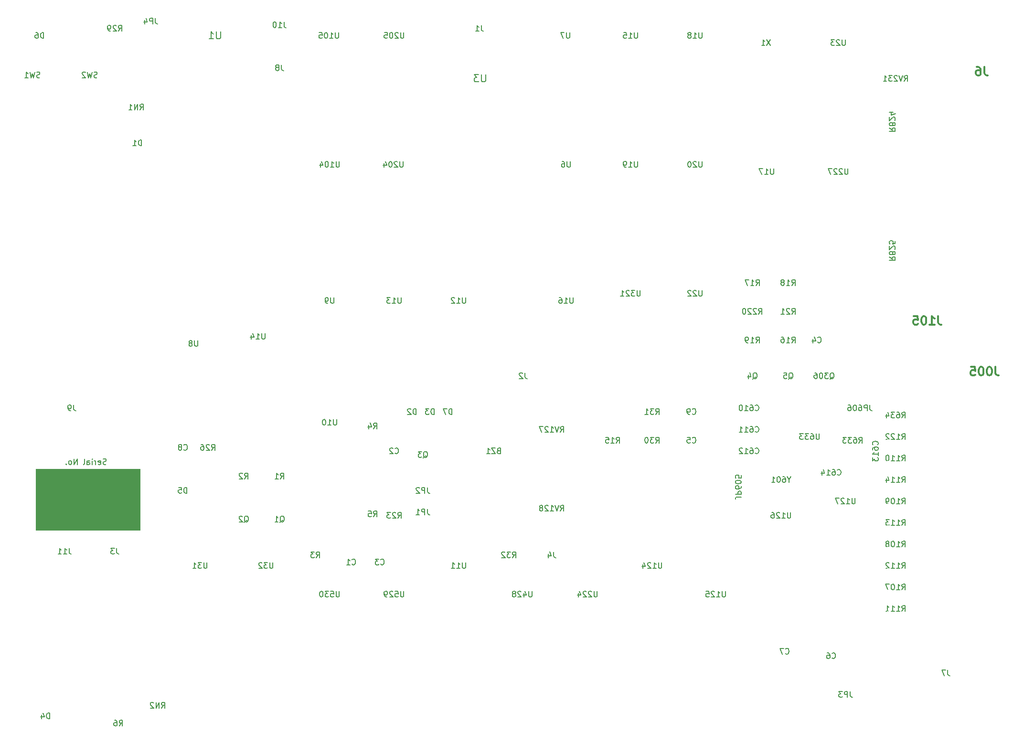
<source format=gbo>
G04 #@! TF.GenerationSoftware,KiCad,Pcbnew,5.1.12-84ad8e8a86~92~ubuntu18.04.1*
G04 #@! TF.CreationDate,2022-12-12T22:34:18+01:00*
G04 #@! TF.ProjectId,full,66756c6c-2e6b-4696-9361-645f70636258,rev?*
G04 #@! TF.SameCoordinates,Original*
G04 #@! TF.FileFunction,Legend,Bot*
G04 #@! TF.FilePolarity,Positive*
%FSLAX46Y46*%
G04 Gerber Fmt 4.6, Leading zero omitted, Abs format (unit mm)*
G04 Created by KiCad (PCBNEW 5.1.12-84ad8e8a86~92~ubuntu18.04.1) date 2022-12-12 22:34:18*
%MOMM*%
%LPD*%
G01*
G04 APERTURE LIST*
%ADD10C,0.150000*%
%ADD11C,0.100000*%
%ADD12C,0.304800*%
%ADD13C,0.127000*%
%ADD14C,1.902000*%
%ADD15O,1.702000X1.702000*%
%ADD16C,1.702000*%
%ADD17O,3.302000X2.202000*%
%ADD18O,3.100980X2.100980*%
%ADD19O,2.100980X2.600980*%
%ADD20O,4.202000X3.202000*%
%ADD21C,2.100980*%
%ADD22O,1.802000X1.802000*%
%ADD23C,1.602000*%
%ADD24C,5.702000*%
%ADD25C,1.722000*%
%ADD26C,1.302000*%
%ADD27C,2.102000*%
%ADD28O,1.829200X1.829200*%
%ADD29C,3.602000*%
%ADD30C,1.802000*%
%ADD31O,1.152000X1.602000*%
G04 APERTURE END LIST*
D10*
X30241428Y-93749761D02*
X30098571Y-93797380D01*
X29860476Y-93797380D01*
X29765238Y-93749761D01*
X29717619Y-93702142D01*
X29670000Y-93606904D01*
X29670000Y-93511666D01*
X29717619Y-93416428D01*
X29765238Y-93368809D01*
X29860476Y-93321190D01*
X30050952Y-93273571D01*
X30146190Y-93225952D01*
X30193809Y-93178333D01*
X30241428Y-93083095D01*
X30241428Y-92987857D01*
X30193809Y-92892619D01*
X30146190Y-92845000D01*
X30050952Y-92797380D01*
X29812857Y-92797380D01*
X29670000Y-92845000D01*
X28860476Y-93749761D02*
X28955714Y-93797380D01*
X29146190Y-93797380D01*
X29241428Y-93749761D01*
X29289047Y-93654523D01*
X29289047Y-93273571D01*
X29241428Y-93178333D01*
X29146190Y-93130714D01*
X28955714Y-93130714D01*
X28860476Y-93178333D01*
X28812857Y-93273571D01*
X28812857Y-93368809D01*
X29289047Y-93464047D01*
X28384285Y-93797380D02*
X28384285Y-93130714D01*
X28384285Y-93321190D02*
X28336666Y-93225952D01*
X28289047Y-93178333D01*
X28193809Y-93130714D01*
X28098571Y-93130714D01*
X27765238Y-93797380D02*
X27765238Y-93130714D01*
X27765238Y-92797380D02*
X27812857Y-92845000D01*
X27765238Y-92892619D01*
X27717619Y-92845000D01*
X27765238Y-92797380D01*
X27765238Y-92892619D01*
X26860476Y-93797380D02*
X26860476Y-93273571D01*
X26908095Y-93178333D01*
X27003333Y-93130714D01*
X27193809Y-93130714D01*
X27289047Y-93178333D01*
X26860476Y-93749761D02*
X26955714Y-93797380D01*
X27193809Y-93797380D01*
X27289047Y-93749761D01*
X27336666Y-93654523D01*
X27336666Y-93559285D01*
X27289047Y-93464047D01*
X27193809Y-93416428D01*
X26955714Y-93416428D01*
X26860476Y-93368809D01*
X26241428Y-93797380D02*
X26336666Y-93749761D01*
X26384285Y-93654523D01*
X26384285Y-92797380D01*
X25098571Y-93797380D02*
X25098571Y-92797380D01*
X24527142Y-93797380D01*
X24527142Y-92797380D01*
X23908095Y-93797380D02*
X24003333Y-93749761D01*
X24050952Y-93702142D01*
X24098571Y-93606904D01*
X24098571Y-93321190D01*
X24050952Y-93225952D01*
X24003333Y-93178333D01*
X23908095Y-93130714D01*
X23765238Y-93130714D01*
X23670000Y-93178333D01*
X23622380Y-93225952D01*
X23574761Y-93321190D01*
X23574761Y-93606904D01*
X23622380Y-93702142D01*
X23670000Y-93749761D01*
X23765238Y-93797380D01*
X23908095Y-93797380D01*
X23146190Y-93702142D02*
X23098571Y-93749761D01*
X23146190Y-93797380D01*
X23193809Y-93749761D01*
X23146190Y-93702142D01*
X23146190Y-93797380D01*
D11*
G36*
X36195000Y-105410000D02*
G01*
X17780000Y-105410000D01*
X17780000Y-94615000D01*
X36195000Y-94615000D01*
X36195000Y-105410000D01*
G37*
X36195000Y-105410000D02*
X17780000Y-105410000D01*
X17780000Y-94615000D01*
X36195000Y-94615000D01*
X36195000Y-105410000D01*
D10*
X19153095Y-18232380D02*
X19153095Y-17232380D01*
X18915000Y-17232380D01*
X18772142Y-17280000D01*
X18676904Y-17375238D01*
X18629285Y-17470476D01*
X18581666Y-17660952D01*
X18581666Y-17803809D01*
X18629285Y-17994285D01*
X18676904Y-18089523D01*
X18772142Y-18184761D01*
X18915000Y-18232380D01*
X19153095Y-18232380D01*
X17724523Y-17232380D02*
X17915000Y-17232380D01*
X18010238Y-17280000D01*
X18057857Y-17327619D01*
X18153095Y-17470476D01*
X18200714Y-17660952D01*
X18200714Y-18041904D01*
X18153095Y-18137142D01*
X18105476Y-18184761D01*
X18010238Y-18232380D01*
X17819761Y-18232380D01*
X17724523Y-18184761D01*
X17676904Y-18137142D01*
X17629285Y-18041904D01*
X17629285Y-17803809D01*
X17676904Y-17708571D01*
X17724523Y-17660952D01*
X17819761Y-17613333D01*
X18010238Y-17613333D01*
X18105476Y-17660952D01*
X18153095Y-17708571D01*
X18200714Y-17803809D01*
X20208095Y-138882380D02*
X20208095Y-137882380D01*
X19970000Y-137882380D01*
X19827142Y-137930000D01*
X19731904Y-138025238D01*
X19684285Y-138120476D01*
X19636666Y-138310952D01*
X19636666Y-138453809D01*
X19684285Y-138644285D01*
X19731904Y-138739523D01*
X19827142Y-138834761D01*
X19970000Y-138882380D01*
X20208095Y-138882380D01*
X18779523Y-138215714D02*
X18779523Y-138882380D01*
X19017619Y-137834761D02*
X19255714Y-138549047D01*
X18636666Y-138549047D01*
X171299047Y-85542380D02*
X171632380Y-85066190D01*
X171870476Y-85542380D02*
X171870476Y-84542380D01*
X171489523Y-84542380D01*
X171394285Y-84590000D01*
X171346666Y-84637619D01*
X171299047Y-84732857D01*
X171299047Y-84875714D01*
X171346666Y-84970952D01*
X171394285Y-85018571D01*
X171489523Y-85066190D01*
X171870476Y-85066190D01*
X170441904Y-84542380D02*
X170632380Y-84542380D01*
X170727619Y-84590000D01*
X170775238Y-84637619D01*
X170870476Y-84780476D01*
X170918095Y-84970952D01*
X170918095Y-85351904D01*
X170870476Y-85447142D01*
X170822857Y-85494761D01*
X170727619Y-85542380D01*
X170537142Y-85542380D01*
X170441904Y-85494761D01*
X170394285Y-85447142D01*
X170346666Y-85351904D01*
X170346666Y-85113809D01*
X170394285Y-85018571D01*
X170441904Y-84970952D01*
X170537142Y-84923333D01*
X170727619Y-84923333D01*
X170822857Y-84970952D01*
X170870476Y-85018571D01*
X170918095Y-85113809D01*
X170013333Y-84542380D02*
X169394285Y-84542380D01*
X169727619Y-84923333D01*
X169584761Y-84923333D01*
X169489523Y-84970952D01*
X169441904Y-85018571D01*
X169394285Y-85113809D01*
X169394285Y-85351904D01*
X169441904Y-85447142D01*
X169489523Y-85494761D01*
X169584761Y-85542380D01*
X169870476Y-85542380D01*
X169965714Y-85494761D01*
X170013333Y-85447142D01*
X168537142Y-84875714D02*
X168537142Y-85542380D01*
X168775238Y-84494761D02*
X169013333Y-85209047D01*
X168394285Y-85209047D01*
X81922857Y-103322380D02*
X82256190Y-102846190D01*
X82494285Y-103322380D02*
X82494285Y-102322380D01*
X82113333Y-102322380D01*
X82018095Y-102370000D01*
X81970476Y-102417619D01*
X81922857Y-102512857D01*
X81922857Y-102655714D01*
X81970476Y-102750952D01*
X82018095Y-102798571D01*
X82113333Y-102846190D01*
X82494285Y-102846190D01*
X81541904Y-102417619D02*
X81494285Y-102370000D01*
X81399047Y-102322380D01*
X81160952Y-102322380D01*
X81065714Y-102370000D01*
X81018095Y-102417619D01*
X80970476Y-102512857D01*
X80970476Y-102608095D01*
X81018095Y-102750952D01*
X81589523Y-103322380D01*
X80970476Y-103322380D01*
X80637142Y-102322380D02*
X80018095Y-102322380D01*
X80351428Y-102703333D01*
X80208571Y-102703333D01*
X80113333Y-102750952D01*
X80065714Y-102798571D01*
X80018095Y-102893809D01*
X80018095Y-103131904D01*
X80065714Y-103227142D01*
X80113333Y-103274761D01*
X80208571Y-103322380D01*
X80494285Y-103322380D01*
X80589523Y-103274761D01*
X80637142Y-103227142D01*
D12*
X187887428Y-76508428D02*
X187887428Y-77597000D01*
X187960000Y-77814714D01*
X188105142Y-77959857D01*
X188322857Y-78032428D01*
X188468000Y-78032428D01*
X186871428Y-76508428D02*
X186726285Y-76508428D01*
X186581142Y-76581000D01*
X186508571Y-76653571D01*
X186436000Y-76798714D01*
X186363428Y-77089000D01*
X186363428Y-77451857D01*
X186436000Y-77742142D01*
X186508571Y-77887285D01*
X186581142Y-77959857D01*
X186726285Y-78032428D01*
X186871428Y-78032428D01*
X187016571Y-77959857D01*
X187089142Y-77887285D01*
X187161714Y-77742142D01*
X187234285Y-77451857D01*
X187234285Y-77089000D01*
X187161714Y-76798714D01*
X187089142Y-76653571D01*
X187016571Y-76581000D01*
X186871428Y-76508428D01*
X185420000Y-76508428D02*
X185274857Y-76508428D01*
X185129714Y-76581000D01*
X185057142Y-76653571D01*
X184984571Y-76798714D01*
X184912000Y-77089000D01*
X184912000Y-77451857D01*
X184984571Y-77742142D01*
X185057142Y-77887285D01*
X185129714Y-77959857D01*
X185274857Y-78032428D01*
X185420000Y-78032428D01*
X185565142Y-77959857D01*
X185637714Y-77887285D01*
X185710285Y-77742142D01*
X185782857Y-77451857D01*
X185782857Y-77089000D01*
X185710285Y-76798714D01*
X185637714Y-76653571D01*
X185565142Y-76581000D01*
X185420000Y-76508428D01*
X183533142Y-76508428D02*
X184258857Y-76508428D01*
X184331428Y-77234142D01*
X184258857Y-77161571D01*
X184113714Y-77089000D01*
X183750857Y-77089000D01*
X183605714Y-77161571D01*
X183533142Y-77234142D01*
X183460571Y-77379285D01*
X183460571Y-77742142D01*
X183533142Y-77887285D01*
X183605714Y-77959857D01*
X183750857Y-78032428D01*
X184113714Y-78032428D01*
X184258857Y-77959857D01*
X184331428Y-77887285D01*
X185928000Y-23295428D02*
X185928000Y-24384000D01*
X186000571Y-24601714D01*
X186145714Y-24746857D01*
X186363428Y-24819428D01*
X186508571Y-24819428D01*
X184549142Y-23295428D02*
X184839428Y-23295428D01*
X184984571Y-23368000D01*
X185057142Y-23440571D01*
X185202285Y-23658285D01*
X185274857Y-23948571D01*
X185274857Y-24529142D01*
X185202285Y-24674285D01*
X185129714Y-24746857D01*
X184984571Y-24819428D01*
X184694285Y-24819428D01*
X184549142Y-24746857D01*
X184476571Y-24674285D01*
X184404000Y-24529142D01*
X184404000Y-24166285D01*
X184476571Y-24021142D01*
X184549142Y-23948571D01*
X184694285Y-23876000D01*
X184984571Y-23876000D01*
X185129714Y-23948571D01*
X185202285Y-24021142D01*
X185274857Y-24166285D01*
X177727428Y-67491428D02*
X177727428Y-68580000D01*
X177800000Y-68797714D01*
X177945142Y-68942857D01*
X178162857Y-69015428D01*
X178308000Y-69015428D01*
X176203428Y-69015428D02*
X177074285Y-69015428D01*
X176638857Y-69015428D02*
X176638857Y-67491428D01*
X176784000Y-67709142D01*
X176929142Y-67854285D01*
X177074285Y-67926857D01*
X175260000Y-67491428D02*
X175114857Y-67491428D01*
X174969714Y-67564000D01*
X174897142Y-67636571D01*
X174824571Y-67781714D01*
X174752000Y-68072000D01*
X174752000Y-68434857D01*
X174824571Y-68725142D01*
X174897142Y-68870285D01*
X174969714Y-68942857D01*
X175114857Y-69015428D01*
X175260000Y-69015428D01*
X175405142Y-68942857D01*
X175477714Y-68870285D01*
X175550285Y-68725142D01*
X175622857Y-68434857D01*
X175622857Y-68072000D01*
X175550285Y-67781714D01*
X175477714Y-67636571D01*
X175405142Y-67564000D01*
X175260000Y-67491428D01*
X173373142Y-67491428D02*
X174098857Y-67491428D01*
X174171428Y-68217142D01*
X174098857Y-68144571D01*
X173953714Y-68072000D01*
X173590857Y-68072000D01*
X173445714Y-68144571D01*
X173373142Y-68217142D01*
X173300571Y-68362285D01*
X173300571Y-68725142D01*
X173373142Y-68870285D01*
X173445714Y-68942857D01*
X173590857Y-69015428D01*
X173953714Y-69015428D01*
X174098857Y-68942857D01*
X174171428Y-68870285D01*
D10*
X165615714Y-83272380D02*
X165615714Y-83986666D01*
X165663333Y-84129523D01*
X165758571Y-84224761D01*
X165901428Y-84272380D01*
X165996666Y-84272380D01*
X165139523Y-84272380D02*
X165139523Y-83272380D01*
X164758571Y-83272380D01*
X164663333Y-83320000D01*
X164615714Y-83367619D01*
X164568095Y-83462857D01*
X164568095Y-83605714D01*
X164615714Y-83700952D01*
X164663333Y-83748571D01*
X164758571Y-83796190D01*
X165139523Y-83796190D01*
X163710952Y-83272380D02*
X163901428Y-83272380D01*
X163996666Y-83320000D01*
X164044285Y-83367619D01*
X164139523Y-83510476D01*
X164187142Y-83700952D01*
X164187142Y-84081904D01*
X164139523Y-84177142D01*
X164091904Y-84224761D01*
X163996666Y-84272380D01*
X163806190Y-84272380D01*
X163710952Y-84224761D01*
X163663333Y-84177142D01*
X163615714Y-84081904D01*
X163615714Y-83843809D01*
X163663333Y-83748571D01*
X163710952Y-83700952D01*
X163806190Y-83653333D01*
X163996666Y-83653333D01*
X164091904Y-83700952D01*
X164139523Y-83748571D01*
X164187142Y-83843809D01*
X162996666Y-83272380D02*
X162901428Y-83272380D01*
X162806190Y-83320000D01*
X162758571Y-83367619D01*
X162710952Y-83462857D01*
X162663333Y-83653333D01*
X162663333Y-83891428D01*
X162710952Y-84081904D01*
X162758571Y-84177142D01*
X162806190Y-84224761D01*
X162901428Y-84272380D01*
X162996666Y-84272380D01*
X163091904Y-84224761D01*
X163139523Y-84177142D01*
X163187142Y-84081904D01*
X163234761Y-83891428D01*
X163234761Y-83653333D01*
X163187142Y-83462857D01*
X163139523Y-83367619D01*
X163091904Y-83320000D01*
X162996666Y-83272380D01*
X161806190Y-83272380D02*
X161996666Y-83272380D01*
X162091904Y-83320000D01*
X162139523Y-83367619D01*
X162234761Y-83510476D01*
X162282380Y-83700952D01*
X162282380Y-84081904D01*
X162234761Y-84177142D01*
X162187142Y-84224761D01*
X162091904Y-84272380D01*
X161901428Y-84272380D01*
X161806190Y-84224761D01*
X161758571Y-84177142D01*
X161710952Y-84081904D01*
X161710952Y-83843809D01*
X161758571Y-83748571D01*
X161806190Y-83700952D01*
X161901428Y-83653333D01*
X162091904Y-83653333D01*
X162187142Y-83700952D01*
X162234761Y-83748571D01*
X162282380Y-83843809D01*
X44001666Y-91162142D02*
X44049285Y-91209761D01*
X44192142Y-91257380D01*
X44287380Y-91257380D01*
X44430238Y-91209761D01*
X44525476Y-91114523D01*
X44573095Y-91019285D01*
X44620714Y-90828809D01*
X44620714Y-90685952D01*
X44573095Y-90495476D01*
X44525476Y-90400238D01*
X44430238Y-90305000D01*
X44287380Y-90257380D01*
X44192142Y-90257380D01*
X44049285Y-90305000D01*
X44001666Y-90352619D01*
X43430238Y-90685952D02*
X43525476Y-90638333D01*
X43573095Y-90590714D01*
X43620714Y-90495476D01*
X43620714Y-90447857D01*
X43573095Y-90352619D01*
X43525476Y-90305000D01*
X43430238Y-90257380D01*
X43239761Y-90257380D01*
X43144523Y-90305000D01*
X43096904Y-90352619D01*
X43049285Y-90447857D01*
X43049285Y-90495476D01*
X43096904Y-90590714D01*
X43144523Y-90638333D01*
X43239761Y-90685952D01*
X43430238Y-90685952D01*
X43525476Y-90733571D01*
X43573095Y-90781190D01*
X43620714Y-90876428D01*
X43620714Y-91066904D01*
X43573095Y-91162142D01*
X43525476Y-91209761D01*
X43430238Y-91257380D01*
X43239761Y-91257380D01*
X43144523Y-91209761D01*
X43096904Y-91162142D01*
X43049285Y-91066904D01*
X43049285Y-90876428D01*
X43096904Y-90781190D01*
X43144523Y-90733571D01*
X43239761Y-90685952D01*
X159869047Y-95607142D02*
X159916666Y-95654761D01*
X160059523Y-95702380D01*
X160154761Y-95702380D01*
X160297619Y-95654761D01*
X160392857Y-95559523D01*
X160440476Y-95464285D01*
X160488095Y-95273809D01*
X160488095Y-95130952D01*
X160440476Y-94940476D01*
X160392857Y-94845238D01*
X160297619Y-94750000D01*
X160154761Y-94702380D01*
X160059523Y-94702380D01*
X159916666Y-94750000D01*
X159869047Y-94797619D01*
X159011904Y-94702380D02*
X159202380Y-94702380D01*
X159297619Y-94750000D01*
X159345238Y-94797619D01*
X159440476Y-94940476D01*
X159488095Y-95130952D01*
X159488095Y-95511904D01*
X159440476Y-95607142D01*
X159392857Y-95654761D01*
X159297619Y-95702380D01*
X159107142Y-95702380D01*
X159011904Y-95654761D01*
X158964285Y-95607142D01*
X158916666Y-95511904D01*
X158916666Y-95273809D01*
X158964285Y-95178571D01*
X159011904Y-95130952D01*
X159107142Y-95083333D01*
X159297619Y-95083333D01*
X159392857Y-95130952D01*
X159440476Y-95178571D01*
X159488095Y-95273809D01*
X157964285Y-95702380D02*
X158535714Y-95702380D01*
X158250000Y-95702380D02*
X158250000Y-94702380D01*
X158345238Y-94845238D01*
X158440476Y-94940476D01*
X158535714Y-94988095D01*
X157107142Y-95035714D02*
X157107142Y-95702380D01*
X157345238Y-94654761D02*
X157583333Y-95369047D01*
X156964285Y-95369047D01*
D13*
X166981142Y-90320952D02*
X167028761Y-90273333D01*
X167076380Y-90130476D01*
X167076380Y-90035238D01*
X167028761Y-89892380D01*
X166933523Y-89797142D01*
X166838285Y-89749523D01*
X166647809Y-89701904D01*
X166504952Y-89701904D01*
X166314476Y-89749523D01*
X166219238Y-89797142D01*
X166124000Y-89892380D01*
X166076380Y-90035238D01*
X166076380Y-90130476D01*
X166124000Y-90273333D01*
X166171619Y-90320952D01*
X166076380Y-91178095D02*
X166076380Y-90987619D01*
X166124000Y-90892380D01*
X166171619Y-90844761D01*
X166314476Y-90749523D01*
X166504952Y-90701904D01*
X166885904Y-90701904D01*
X166981142Y-90749523D01*
X167028761Y-90797142D01*
X167076380Y-90892380D01*
X167076380Y-91082857D01*
X167028761Y-91178095D01*
X166981142Y-91225714D01*
X166885904Y-91273333D01*
X166647809Y-91273333D01*
X166552571Y-91225714D01*
X166504952Y-91178095D01*
X166457333Y-91082857D01*
X166457333Y-90892380D01*
X166504952Y-90797142D01*
X166552571Y-90749523D01*
X166647809Y-90701904D01*
X167076380Y-92225714D02*
X167076380Y-91654285D01*
X167076380Y-91940000D02*
X166076380Y-91940000D01*
X166219238Y-91844761D01*
X166314476Y-91749523D01*
X166362095Y-91654285D01*
X166076380Y-92559047D02*
X166076380Y-93178095D01*
X166457333Y-92844761D01*
X166457333Y-92987619D01*
X166504952Y-93082857D01*
X166552571Y-93130476D01*
X166647809Y-93178095D01*
X166885904Y-93178095D01*
X166981142Y-93130476D01*
X167028761Y-93082857D01*
X167076380Y-92987619D01*
X167076380Y-92701904D01*
X167028761Y-92606666D01*
X166981142Y-92559047D01*
D10*
X151288571Y-96496190D02*
X151288571Y-96972380D01*
X151621904Y-95972380D02*
X151288571Y-96496190D01*
X150955238Y-95972380D01*
X150193333Y-95972380D02*
X150383809Y-95972380D01*
X150479047Y-96020000D01*
X150526666Y-96067619D01*
X150621904Y-96210476D01*
X150669523Y-96400952D01*
X150669523Y-96781904D01*
X150621904Y-96877142D01*
X150574285Y-96924761D01*
X150479047Y-96972380D01*
X150288571Y-96972380D01*
X150193333Y-96924761D01*
X150145714Y-96877142D01*
X150098095Y-96781904D01*
X150098095Y-96543809D01*
X150145714Y-96448571D01*
X150193333Y-96400952D01*
X150288571Y-96353333D01*
X150479047Y-96353333D01*
X150574285Y-96400952D01*
X150621904Y-96448571D01*
X150669523Y-96543809D01*
X149479047Y-95972380D02*
X149383809Y-95972380D01*
X149288571Y-96020000D01*
X149240952Y-96067619D01*
X149193333Y-96162857D01*
X149145714Y-96353333D01*
X149145714Y-96591428D01*
X149193333Y-96781904D01*
X149240952Y-96877142D01*
X149288571Y-96924761D01*
X149383809Y-96972380D01*
X149479047Y-96972380D01*
X149574285Y-96924761D01*
X149621904Y-96877142D01*
X149669523Y-96781904D01*
X149717142Y-96591428D01*
X149717142Y-96353333D01*
X149669523Y-96162857D01*
X149621904Y-96067619D01*
X149574285Y-96020000D01*
X149479047Y-95972380D01*
X148193333Y-96972380D02*
X148764761Y-96972380D01*
X148479047Y-96972380D02*
X148479047Y-95972380D01*
X148574285Y-96115238D01*
X148669523Y-96210476D01*
X148764761Y-96258095D01*
X156654285Y-88352380D02*
X156654285Y-89161904D01*
X156606666Y-89257142D01*
X156559047Y-89304761D01*
X156463809Y-89352380D01*
X156273333Y-89352380D01*
X156178095Y-89304761D01*
X156130476Y-89257142D01*
X156082857Y-89161904D01*
X156082857Y-88352380D01*
X155178095Y-88352380D02*
X155368571Y-88352380D01*
X155463809Y-88400000D01*
X155511428Y-88447619D01*
X155606666Y-88590476D01*
X155654285Y-88780952D01*
X155654285Y-89161904D01*
X155606666Y-89257142D01*
X155559047Y-89304761D01*
X155463809Y-89352380D01*
X155273333Y-89352380D01*
X155178095Y-89304761D01*
X155130476Y-89257142D01*
X155082857Y-89161904D01*
X155082857Y-88923809D01*
X155130476Y-88828571D01*
X155178095Y-88780952D01*
X155273333Y-88733333D01*
X155463809Y-88733333D01*
X155559047Y-88780952D01*
X155606666Y-88828571D01*
X155654285Y-88923809D01*
X154749523Y-88352380D02*
X154130476Y-88352380D01*
X154463809Y-88733333D01*
X154320952Y-88733333D01*
X154225714Y-88780952D01*
X154178095Y-88828571D01*
X154130476Y-88923809D01*
X154130476Y-89161904D01*
X154178095Y-89257142D01*
X154225714Y-89304761D01*
X154320952Y-89352380D01*
X154606666Y-89352380D01*
X154701904Y-89304761D01*
X154749523Y-89257142D01*
X153797142Y-88352380D02*
X153178095Y-88352380D01*
X153511428Y-88733333D01*
X153368571Y-88733333D01*
X153273333Y-88780952D01*
X153225714Y-88828571D01*
X153178095Y-88923809D01*
X153178095Y-89161904D01*
X153225714Y-89257142D01*
X153273333Y-89304761D01*
X153368571Y-89352380D01*
X153654285Y-89352380D01*
X153749523Y-89304761D01*
X153797142Y-89257142D01*
X163679047Y-89987380D02*
X164012380Y-89511190D01*
X164250476Y-89987380D02*
X164250476Y-88987380D01*
X163869523Y-88987380D01*
X163774285Y-89035000D01*
X163726666Y-89082619D01*
X163679047Y-89177857D01*
X163679047Y-89320714D01*
X163726666Y-89415952D01*
X163774285Y-89463571D01*
X163869523Y-89511190D01*
X164250476Y-89511190D01*
X162821904Y-88987380D02*
X163012380Y-88987380D01*
X163107619Y-89035000D01*
X163155238Y-89082619D01*
X163250476Y-89225476D01*
X163298095Y-89415952D01*
X163298095Y-89796904D01*
X163250476Y-89892142D01*
X163202857Y-89939761D01*
X163107619Y-89987380D01*
X162917142Y-89987380D01*
X162821904Y-89939761D01*
X162774285Y-89892142D01*
X162726666Y-89796904D01*
X162726666Y-89558809D01*
X162774285Y-89463571D01*
X162821904Y-89415952D01*
X162917142Y-89368333D01*
X163107619Y-89368333D01*
X163202857Y-89415952D01*
X163250476Y-89463571D01*
X163298095Y-89558809D01*
X162393333Y-88987380D02*
X161774285Y-88987380D01*
X162107619Y-89368333D01*
X161964761Y-89368333D01*
X161869523Y-89415952D01*
X161821904Y-89463571D01*
X161774285Y-89558809D01*
X161774285Y-89796904D01*
X161821904Y-89892142D01*
X161869523Y-89939761D01*
X161964761Y-89987380D01*
X162250476Y-89987380D01*
X162345714Y-89939761D01*
X162393333Y-89892142D01*
X161440952Y-88987380D02*
X160821904Y-88987380D01*
X161155238Y-89368333D01*
X161012380Y-89368333D01*
X160917142Y-89415952D01*
X160869523Y-89463571D01*
X160821904Y-89558809D01*
X160821904Y-89796904D01*
X160869523Y-89892142D01*
X160917142Y-89939761D01*
X161012380Y-89987380D01*
X161298095Y-89987380D01*
X161393333Y-89939761D01*
X161440952Y-89892142D01*
X142787619Y-99575714D02*
X142073333Y-99575714D01*
X141930476Y-99623333D01*
X141835238Y-99718571D01*
X141787619Y-99861428D01*
X141787619Y-99956666D01*
X141787619Y-99099523D02*
X142787619Y-99099523D01*
X142787619Y-98718571D01*
X142740000Y-98623333D01*
X142692380Y-98575714D01*
X142597142Y-98528095D01*
X142454285Y-98528095D01*
X142359047Y-98575714D01*
X142311428Y-98623333D01*
X142263809Y-98718571D01*
X142263809Y-99099523D01*
X142787619Y-97670952D02*
X142787619Y-97861428D01*
X142740000Y-97956666D01*
X142692380Y-98004285D01*
X142549523Y-98099523D01*
X142359047Y-98147142D01*
X141978095Y-98147142D01*
X141882857Y-98099523D01*
X141835238Y-98051904D01*
X141787619Y-97956666D01*
X141787619Y-97766190D01*
X141835238Y-97670952D01*
X141882857Y-97623333D01*
X141978095Y-97575714D01*
X142216190Y-97575714D01*
X142311428Y-97623333D01*
X142359047Y-97670952D01*
X142406666Y-97766190D01*
X142406666Y-97956666D01*
X142359047Y-98051904D01*
X142311428Y-98099523D01*
X142216190Y-98147142D01*
X142787619Y-96956666D02*
X142787619Y-96861428D01*
X142740000Y-96766190D01*
X142692380Y-96718571D01*
X142597142Y-96670952D01*
X142406666Y-96623333D01*
X142168571Y-96623333D01*
X141978095Y-96670952D01*
X141882857Y-96718571D01*
X141835238Y-96766190D01*
X141787619Y-96861428D01*
X141787619Y-96956666D01*
X141835238Y-97051904D01*
X141882857Y-97099523D01*
X141978095Y-97147142D01*
X142168571Y-97194761D01*
X142406666Y-97194761D01*
X142597142Y-97147142D01*
X142692380Y-97099523D01*
X142740000Y-97051904D01*
X142787619Y-96956666D01*
X142787619Y-95718571D02*
X142787619Y-96194761D01*
X142311428Y-96242380D01*
X142359047Y-96194761D01*
X142406666Y-96099523D01*
X142406666Y-95861428D01*
X142359047Y-95766190D01*
X142311428Y-95718571D01*
X142216190Y-95670952D01*
X141978095Y-95670952D01*
X141882857Y-95718571D01*
X141835238Y-95766190D01*
X141787619Y-95861428D01*
X141787619Y-96099523D01*
X141835238Y-96194761D01*
X141882857Y-96242380D01*
D13*
X145304047Y-91797142D02*
X145351666Y-91844761D01*
X145494523Y-91892380D01*
X145589761Y-91892380D01*
X145732619Y-91844761D01*
X145827857Y-91749523D01*
X145875476Y-91654285D01*
X145923095Y-91463809D01*
X145923095Y-91320952D01*
X145875476Y-91130476D01*
X145827857Y-91035238D01*
X145732619Y-90940000D01*
X145589761Y-90892380D01*
X145494523Y-90892380D01*
X145351666Y-90940000D01*
X145304047Y-90987619D01*
X144446904Y-90892380D02*
X144637380Y-90892380D01*
X144732619Y-90940000D01*
X144780238Y-90987619D01*
X144875476Y-91130476D01*
X144923095Y-91320952D01*
X144923095Y-91701904D01*
X144875476Y-91797142D01*
X144827857Y-91844761D01*
X144732619Y-91892380D01*
X144542142Y-91892380D01*
X144446904Y-91844761D01*
X144399285Y-91797142D01*
X144351666Y-91701904D01*
X144351666Y-91463809D01*
X144399285Y-91368571D01*
X144446904Y-91320952D01*
X144542142Y-91273333D01*
X144732619Y-91273333D01*
X144827857Y-91320952D01*
X144875476Y-91368571D01*
X144923095Y-91463809D01*
X143399285Y-91892380D02*
X143970714Y-91892380D01*
X143685000Y-91892380D02*
X143685000Y-90892380D01*
X143780238Y-91035238D01*
X143875476Y-91130476D01*
X143970714Y-91178095D01*
X143018333Y-90987619D02*
X142970714Y-90940000D01*
X142875476Y-90892380D01*
X142637380Y-90892380D01*
X142542142Y-90940000D01*
X142494523Y-90987619D01*
X142446904Y-91082857D01*
X142446904Y-91178095D01*
X142494523Y-91320952D01*
X143065952Y-91892380D01*
X142446904Y-91892380D01*
X145304047Y-87987142D02*
X145351666Y-88034761D01*
X145494523Y-88082380D01*
X145589761Y-88082380D01*
X145732619Y-88034761D01*
X145827857Y-87939523D01*
X145875476Y-87844285D01*
X145923095Y-87653809D01*
X145923095Y-87510952D01*
X145875476Y-87320476D01*
X145827857Y-87225238D01*
X145732619Y-87130000D01*
X145589761Y-87082380D01*
X145494523Y-87082380D01*
X145351666Y-87130000D01*
X145304047Y-87177619D01*
X144446904Y-87082380D02*
X144637380Y-87082380D01*
X144732619Y-87130000D01*
X144780238Y-87177619D01*
X144875476Y-87320476D01*
X144923095Y-87510952D01*
X144923095Y-87891904D01*
X144875476Y-87987142D01*
X144827857Y-88034761D01*
X144732619Y-88082380D01*
X144542142Y-88082380D01*
X144446904Y-88034761D01*
X144399285Y-87987142D01*
X144351666Y-87891904D01*
X144351666Y-87653809D01*
X144399285Y-87558571D01*
X144446904Y-87510952D01*
X144542142Y-87463333D01*
X144732619Y-87463333D01*
X144827857Y-87510952D01*
X144875476Y-87558571D01*
X144923095Y-87653809D01*
X143399285Y-88082380D02*
X143970714Y-88082380D01*
X143685000Y-88082380D02*
X143685000Y-87082380D01*
X143780238Y-87225238D01*
X143875476Y-87320476D01*
X143970714Y-87368095D01*
X142446904Y-88082380D02*
X143018333Y-88082380D01*
X142732619Y-88082380D02*
X142732619Y-87082380D01*
X142827857Y-87225238D01*
X142923095Y-87320476D01*
X143018333Y-87368095D01*
X145304047Y-84177142D02*
X145351666Y-84224761D01*
X145494523Y-84272380D01*
X145589761Y-84272380D01*
X145732619Y-84224761D01*
X145827857Y-84129523D01*
X145875476Y-84034285D01*
X145923095Y-83843809D01*
X145923095Y-83700952D01*
X145875476Y-83510476D01*
X145827857Y-83415238D01*
X145732619Y-83320000D01*
X145589761Y-83272380D01*
X145494523Y-83272380D01*
X145351666Y-83320000D01*
X145304047Y-83367619D01*
X144446904Y-83272380D02*
X144637380Y-83272380D01*
X144732619Y-83320000D01*
X144780238Y-83367619D01*
X144875476Y-83510476D01*
X144923095Y-83700952D01*
X144923095Y-84081904D01*
X144875476Y-84177142D01*
X144827857Y-84224761D01*
X144732619Y-84272380D01*
X144542142Y-84272380D01*
X144446904Y-84224761D01*
X144399285Y-84177142D01*
X144351666Y-84081904D01*
X144351666Y-83843809D01*
X144399285Y-83748571D01*
X144446904Y-83700952D01*
X144542142Y-83653333D01*
X144732619Y-83653333D01*
X144827857Y-83700952D01*
X144875476Y-83748571D01*
X144923095Y-83843809D01*
X143399285Y-84272380D02*
X143970714Y-84272380D01*
X143685000Y-84272380D02*
X143685000Y-83272380D01*
X143780238Y-83415238D01*
X143875476Y-83510476D01*
X143970714Y-83558095D01*
X142780238Y-83272380D02*
X142685000Y-83272380D01*
X142589761Y-83320000D01*
X142542142Y-83367619D01*
X142494523Y-83462857D01*
X142446904Y-83653333D01*
X142446904Y-83891428D01*
X142494523Y-84081904D01*
X142542142Y-84177142D01*
X142589761Y-84224761D01*
X142685000Y-84272380D01*
X142780238Y-84272380D01*
X142875476Y-84224761D01*
X142923095Y-84177142D01*
X142970714Y-84081904D01*
X143018333Y-83891428D01*
X143018333Y-83653333D01*
X142970714Y-83462857D01*
X142923095Y-83367619D01*
X142875476Y-83320000D01*
X142780238Y-83272380D01*
D10*
X102242857Y-110307380D02*
X102576190Y-109831190D01*
X102814285Y-110307380D02*
X102814285Y-109307380D01*
X102433333Y-109307380D01*
X102338095Y-109355000D01*
X102290476Y-109402619D01*
X102242857Y-109497857D01*
X102242857Y-109640714D01*
X102290476Y-109735952D01*
X102338095Y-109783571D01*
X102433333Y-109831190D01*
X102814285Y-109831190D01*
X101909523Y-109307380D02*
X101290476Y-109307380D01*
X101623809Y-109688333D01*
X101480952Y-109688333D01*
X101385714Y-109735952D01*
X101338095Y-109783571D01*
X101290476Y-109878809D01*
X101290476Y-110116904D01*
X101338095Y-110212142D01*
X101385714Y-110259761D01*
X101480952Y-110307380D01*
X101766666Y-110307380D01*
X101861904Y-110259761D01*
X101909523Y-110212142D01*
X100909523Y-109402619D02*
X100861904Y-109355000D01*
X100766666Y-109307380D01*
X100528571Y-109307380D01*
X100433333Y-109355000D01*
X100385714Y-109402619D01*
X100338095Y-109497857D01*
X100338095Y-109593095D01*
X100385714Y-109735952D01*
X100957142Y-110307380D01*
X100338095Y-110307380D01*
X109553333Y-109307380D02*
X109553333Y-110021666D01*
X109600952Y-110164523D01*
X109696190Y-110259761D01*
X109839047Y-110307380D01*
X109934285Y-110307380D01*
X108648571Y-109640714D02*
X108648571Y-110307380D01*
X108886666Y-109259761D02*
X109124761Y-109974047D01*
X108505714Y-109974047D01*
X38948333Y-14692380D02*
X38948333Y-15406666D01*
X38995952Y-15549523D01*
X39091190Y-15644761D01*
X39234047Y-15692380D01*
X39329285Y-15692380D01*
X38472142Y-15692380D02*
X38472142Y-14692380D01*
X38091190Y-14692380D01*
X37995952Y-14740000D01*
X37948333Y-14787619D01*
X37900714Y-14882857D01*
X37900714Y-15025714D01*
X37948333Y-15120952D01*
X37995952Y-15168571D01*
X38091190Y-15216190D01*
X38472142Y-15216190D01*
X37043571Y-15025714D02*
X37043571Y-15692380D01*
X37281666Y-14644761D02*
X37519761Y-15359047D01*
X36900714Y-15359047D01*
X171727619Y-25852380D02*
X172060952Y-25376190D01*
X172299047Y-25852380D02*
X172299047Y-24852380D01*
X171918095Y-24852380D01*
X171822857Y-24900000D01*
X171775238Y-24947619D01*
X171727619Y-25042857D01*
X171727619Y-25185714D01*
X171775238Y-25280952D01*
X171822857Y-25328571D01*
X171918095Y-25376190D01*
X172299047Y-25376190D01*
X171441904Y-24852380D02*
X171108571Y-25852380D01*
X170775238Y-24852380D01*
X170489523Y-24947619D02*
X170441904Y-24900000D01*
X170346666Y-24852380D01*
X170108571Y-24852380D01*
X170013333Y-24900000D01*
X169965714Y-24947619D01*
X169918095Y-25042857D01*
X169918095Y-25138095D01*
X169965714Y-25280952D01*
X170537142Y-25852380D01*
X169918095Y-25852380D01*
X169584761Y-24852380D02*
X168965714Y-24852380D01*
X169299047Y-25233333D01*
X169156190Y-25233333D01*
X169060952Y-25280952D01*
X169013333Y-25328571D01*
X168965714Y-25423809D01*
X168965714Y-25661904D01*
X169013333Y-25757142D01*
X169060952Y-25804761D01*
X169156190Y-25852380D01*
X169441904Y-25852380D01*
X169537142Y-25804761D01*
X169584761Y-25757142D01*
X168013333Y-25852380D02*
X168584761Y-25852380D01*
X168299047Y-25852380D02*
X168299047Y-24852380D01*
X168394285Y-24995238D01*
X168489523Y-25090476D01*
X168584761Y-25138095D01*
X110767619Y-102052380D02*
X111100952Y-101576190D01*
X111339047Y-102052380D02*
X111339047Y-101052380D01*
X110958095Y-101052380D01*
X110862857Y-101100000D01*
X110815238Y-101147619D01*
X110767619Y-101242857D01*
X110767619Y-101385714D01*
X110815238Y-101480952D01*
X110862857Y-101528571D01*
X110958095Y-101576190D01*
X111339047Y-101576190D01*
X110481904Y-101052380D02*
X110148571Y-102052380D01*
X109815238Y-101052380D01*
X108958095Y-102052380D02*
X109529523Y-102052380D01*
X109243809Y-102052380D02*
X109243809Y-101052380D01*
X109339047Y-101195238D01*
X109434285Y-101290476D01*
X109529523Y-101338095D01*
X108577142Y-101147619D02*
X108529523Y-101100000D01*
X108434285Y-101052380D01*
X108196190Y-101052380D01*
X108100952Y-101100000D01*
X108053333Y-101147619D01*
X108005714Y-101242857D01*
X108005714Y-101338095D01*
X108053333Y-101480952D01*
X108624761Y-102052380D01*
X108005714Y-102052380D01*
X107434285Y-101480952D02*
X107529523Y-101433333D01*
X107577142Y-101385714D01*
X107624761Y-101290476D01*
X107624761Y-101242857D01*
X107577142Y-101147619D01*
X107529523Y-101100000D01*
X107434285Y-101052380D01*
X107243809Y-101052380D01*
X107148571Y-101100000D01*
X107100952Y-101147619D01*
X107053333Y-101242857D01*
X107053333Y-101290476D01*
X107100952Y-101385714D01*
X107148571Y-101433333D01*
X107243809Y-101480952D01*
X107434285Y-101480952D01*
X107529523Y-101528571D01*
X107577142Y-101576190D01*
X107624761Y-101671428D01*
X107624761Y-101861904D01*
X107577142Y-101957142D01*
X107529523Y-102004761D01*
X107434285Y-102052380D01*
X107243809Y-102052380D01*
X107148571Y-102004761D01*
X107100952Y-101957142D01*
X107053333Y-101861904D01*
X107053333Y-101671428D01*
X107100952Y-101576190D01*
X107148571Y-101528571D01*
X107243809Y-101480952D01*
X110767619Y-88082380D02*
X111100952Y-87606190D01*
X111339047Y-88082380D02*
X111339047Y-87082380D01*
X110958095Y-87082380D01*
X110862857Y-87130000D01*
X110815238Y-87177619D01*
X110767619Y-87272857D01*
X110767619Y-87415714D01*
X110815238Y-87510952D01*
X110862857Y-87558571D01*
X110958095Y-87606190D01*
X111339047Y-87606190D01*
X110481904Y-87082380D02*
X110148571Y-88082380D01*
X109815238Y-87082380D01*
X108958095Y-88082380D02*
X109529523Y-88082380D01*
X109243809Y-88082380D02*
X109243809Y-87082380D01*
X109339047Y-87225238D01*
X109434285Y-87320476D01*
X109529523Y-87368095D01*
X108577142Y-87177619D02*
X108529523Y-87130000D01*
X108434285Y-87082380D01*
X108196190Y-87082380D01*
X108100952Y-87130000D01*
X108053333Y-87177619D01*
X108005714Y-87272857D01*
X108005714Y-87368095D01*
X108053333Y-87510952D01*
X108624761Y-88082380D01*
X108005714Y-88082380D01*
X107672380Y-87082380D02*
X107005714Y-87082380D01*
X107434285Y-88082380D01*
X24463333Y-83272380D02*
X24463333Y-83986666D01*
X24510952Y-84129523D01*
X24606190Y-84224761D01*
X24749047Y-84272380D01*
X24844285Y-84272380D01*
X23939523Y-84272380D02*
X23749047Y-84272380D01*
X23653809Y-84224761D01*
X23606190Y-84177142D01*
X23510952Y-84034285D01*
X23463333Y-83843809D01*
X23463333Y-83462857D01*
X23510952Y-83367619D01*
X23558571Y-83320000D01*
X23653809Y-83272380D01*
X23844285Y-83272380D01*
X23939523Y-83320000D01*
X23987142Y-83367619D01*
X24034761Y-83462857D01*
X24034761Y-83700952D01*
X23987142Y-83796190D01*
X23939523Y-83843809D01*
X23844285Y-83891428D01*
X23653809Y-83891428D01*
X23558571Y-83843809D01*
X23510952Y-83796190D01*
X23463333Y-83700952D01*
X127642857Y-84907380D02*
X127976190Y-84431190D01*
X128214285Y-84907380D02*
X128214285Y-83907380D01*
X127833333Y-83907380D01*
X127738095Y-83955000D01*
X127690476Y-84002619D01*
X127642857Y-84097857D01*
X127642857Y-84240714D01*
X127690476Y-84335952D01*
X127738095Y-84383571D01*
X127833333Y-84431190D01*
X128214285Y-84431190D01*
X127309523Y-83907380D02*
X126690476Y-83907380D01*
X127023809Y-84288333D01*
X126880952Y-84288333D01*
X126785714Y-84335952D01*
X126738095Y-84383571D01*
X126690476Y-84478809D01*
X126690476Y-84716904D01*
X126738095Y-84812142D01*
X126785714Y-84859761D01*
X126880952Y-84907380D01*
X127166666Y-84907380D01*
X127261904Y-84859761D01*
X127309523Y-84812142D01*
X125738095Y-84907380D02*
X126309523Y-84907380D01*
X126023809Y-84907380D02*
X126023809Y-83907380D01*
X126119047Y-84050238D01*
X126214285Y-84145476D01*
X126309523Y-84193095D01*
X134151666Y-84812142D02*
X134199285Y-84859761D01*
X134342142Y-84907380D01*
X134437380Y-84907380D01*
X134580238Y-84859761D01*
X134675476Y-84764523D01*
X134723095Y-84669285D01*
X134770714Y-84478809D01*
X134770714Y-84335952D01*
X134723095Y-84145476D01*
X134675476Y-84050238D01*
X134580238Y-83955000D01*
X134437380Y-83907380D01*
X134342142Y-83907380D01*
X134199285Y-83955000D01*
X134151666Y-84002619D01*
X133675476Y-84907380D02*
X133485000Y-84907380D01*
X133389761Y-84859761D01*
X133342142Y-84812142D01*
X133246904Y-84669285D01*
X133199285Y-84478809D01*
X133199285Y-84097857D01*
X133246904Y-84002619D01*
X133294523Y-83955000D01*
X133389761Y-83907380D01*
X133580238Y-83907380D01*
X133675476Y-83955000D01*
X133723095Y-84002619D01*
X133770714Y-84097857D01*
X133770714Y-84335952D01*
X133723095Y-84431190D01*
X133675476Y-84478809D01*
X133580238Y-84526428D01*
X133389761Y-84526428D01*
X133294523Y-84478809D01*
X133246904Y-84431190D01*
X133199285Y-84335952D01*
X23669523Y-108672380D02*
X23669523Y-109386666D01*
X23717142Y-109529523D01*
X23812380Y-109624761D01*
X23955238Y-109672380D01*
X24050476Y-109672380D01*
X22669523Y-109672380D02*
X23240952Y-109672380D01*
X22955238Y-109672380D02*
X22955238Y-108672380D01*
X23050476Y-108815238D01*
X23145714Y-108910476D01*
X23240952Y-108958095D01*
X21717142Y-109672380D02*
X22288571Y-109672380D01*
X22002857Y-109672380D02*
X22002857Y-108672380D01*
X22098095Y-108815238D01*
X22193333Y-108910476D01*
X22288571Y-108958095D01*
X61769523Y-15327380D02*
X61769523Y-16041666D01*
X61817142Y-16184523D01*
X61912380Y-16279761D01*
X62055238Y-16327380D01*
X62150476Y-16327380D01*
X60769523Y-16327380D02*
X61340952Y-16327380D01*
X61055238Y-16327380D02*
X61055238Y-15327380D01*
X61150476Y-15470238D01*
X61245714Y-15565476D01*
X61340952Y-15613095D01*
X60150476Y-15327380D02*
X60055238Y-15327380D01*
X59960000Y-15375000D01*
X59912380Y-15422619D01*
X59864761Y-15517857D01*
X59817142Y-15708333D01*
X59817142Y-15946428D01*
X59864761Y-16136904D01*
X59912380Y-16232142D01*
X59960000Y-16279761D01*
X60055238Y-16327380D01*
X60150476Y-16327380D01*
X60245714Y-16279761D01*
X60293333Y-16232142D01*
X60340952Y-16136904D01*
X60388571Y-15946428D01*
X60388571Y-15708333D01*
X60340952Y-15517857D01*
X60293333Y-15422619D01*
X60245714Y-15375000D01*
X60150476Y-15327380D01*
X59785095Y-111212380D02*
X59785095Y-112021904D01*
X59737476Y-112117142D01*
X59689857Y-112164761D01*
X59594619Y-112212380D01*
X59404142Y-112212380D01*
X59308904Y-112164761D01*
X59261285Y-112117142D01*
X59213666Y-112021904D01*
X59213666Y-111212380D01*
X58832714Y-111212380D02*
X58213666Y-111212380D01*
X58547000Y-111593333D01*
X58404142Y-111593333D01*
X58308904Y-111640952D01*
X58261285Y-111688571D01*
X58213666Y-111783809D01*
X58213666Y-112021904D01*
X58261285Y-112117142D01*
X58308904Y-112164761D01*
X58404142Y-112212380D01*
X58689857Y-112212380D01*
X58785095Y-112164761D01*
X58832714Y-112117142D01*
X57832714Y-111307619D02*
X57785095Y-111260000D01*
X57689857Y-111212380D01*
X57451761Y-111212380D01*
X57356523Y-111260000D01*
X57308904Y-111307619D01*
X57261285Y-111402857D01*
X57261285Y-111498095D01*
X57308904Y-111640952D01*
X57880333Y-112212380D01*
X57261285Y-112212380D01*
X171299047Y-89352380D02*
X171632380Y-88876190D01*
X171870476Y-89352380D02*
X171870476Y-88352380D01*
X171489523Y-88352380D01*
X171394285Y-88400000D01*
X171346666Y-88447619D01*
X171299047Y-88542857D01*
X171299047Y-88685714D01*
X171346666Y-88780952D01*
X171394285Y-88828571D01*
X171489523Y-88876190D01*
X171870476Y-88876190D01*
X170346666Y-89352380D02*
X170918095Y-89352380D01*
X170632380Y-89352380D02*
X170632380Y-88352380D01*
X170727619Y-88495238D01*
X170822857Y-88590476D01*
X170918095Y-88638095D01*
X169965714Y-88447619D02*
X169918095Y-88400000D01*
X169822857Y-88352380D01*
X169584761Y-88352380D01*
X169489523Y-88400000D01*
X169441904Y-88447619D01*
X169394285Y-88542857D01*
X169394285Y-88638095D01*
X169441904Y-88780952D01*
X170013333Y-89352380D01*
X169394285Y-89352380D01*
X169013333Y-88447619D02*
X168965714Y-88400000D01*
X168870476Y-88352380D01*
X168632380Y-88352380D01*
X168537142Y-88400000D01*
X168489523Y-88447619D01*
X168441904Y-88542857D01*
X168441904Y-88638095D01*
X168489523Y-88780952D01*
X169060952Y-89352380D01*
X168441904Y-89352380D01*
X162123333Y-134072380D02*
X162123333Y-134786666D01*
X162170952Y-134929523D01*
X162266190Y-135024761D01*
X162409047Y-135072380D01*
X162504285Y-135072380D01*
X161647142Y-135072380D02*
X161647142Y-134072380D01*
X161266190Y-134072380D01*
X161170952Y-134120000D01*
X161123333Y-134167619D01*
X161075714Y-134262857D01*
X161075714Y-134405714D01*
X161123333Y-134500952D01*
X161170952Y-134548571D01*
X161266190Y-134596190D01*
X161647142Y-134596190D01*
X160742380Y-134072380D02*
X160123333Y-134072380D01*
X160456666Y-134453333D01*
X160313809Y-134453333D01*
X160218571Y-134500952D01*
X160170952Y-134548571D01*
X160123333Y-134643809D01*
X160123333Y-134881904D01*
X160170952Y-134977142D01*
X160218571Y-135024761D01*
X160313809Y-135072380D01*
X160599523Y-135072380D01*
X160694761Y-135024761D01*
X160742380Y-134977142D01*
X87193333Y-97877380D02*
X87193333Y-98591666D01*
X87240952Y-98734523D01*
X87336190Y-98829761D01*
X87479047Y-98877380D01*
X87574285Y-98877380D01*
X86717142Y-98877380D02*
X86717142Y-97877380D01*
X86336190Y-97877380D01*
X86240952Y-97925000D01*
X86193333Y-97972619D01*
X86145714Y-98067857D01*
X86145714Y-98210714D01*
X86193333Y-98305952D01*
X86240952Y-98353571D01*
X86336190Y-98401190D01*
X86717142Y-98401190D01*
X85764761Y-97972619D02*
X85717142Y-97925000D01*
X85621904Y-97877380D01*
X85383809Y-97877380D01*
X85288571Y-97925000D01*
X85240952Y-97972619D01*
X85193333Y-98067857D01*
X85193333Y-98163095D01*
X85240952Y-98305952D01*
X85812380Y-98877380D01*
X85193333Y-98877380D01*
X87193333Y-101687380D02*
X87193333Y-102401666D01*
X87240952Y-102544523D01*
X87336190Y-102639761D01*
X87479047Y-102687380D01*
X87574285Y-102687380D01*
X86717142Y-102687380D02*
X86717142Y-101687380D01*
X86336190Y-101687380D01*
X86240952Y-101735000D01*
X86193333Y-101782619D01*
X86145714Y-101877857D01*
X86145714Y-102020714D01*
X86193333Y-102115952D01*
X86240952Y-102163571D01*
X86336190Y-102211190D01*
X86717142Y-102211190D01*
X85193333Y-102687380D02*
X85764761Y-102687380D01*
X85479047Y-102687380D02*
X85479047Y-101687380D01*
X85574285Y-101830238D01*
X85669523Y-101925476D01*
X85764761Y-101973095D01*
X104473333Y-77557380D02*
X104473333Y-78271666D01*
X104520952Y-78414523D01*
X104616190Y-78509761D01*
X104759047Y-78557380D01*
X104854285Y-78557380D01*
X104044761Y-77652619D02*
X103997142Y-77605000D01*
X103901904Y-77557380D01*
X103663809Y-77557380D01*
X103568571Y-77605000D01*
X103520952Y-77652619D01*
X103473333Y-77747857D01*
X103473333Y-77843095D01*
X103520952Y-77985952D01*
X104092380Y-78557380D01*
X103473333Y-78557380D01*
X91543095Y-84907380D02*
X91543095Y-83907380D01*
X91305000Y-83907380D01*
X91162142Y-83955000D01*
X91066904Y-84050238D01*
X91019285Y-84145476D01*
X90971666Y-84335952D01*
X90971666Y-84478809D01*
X91019285Y-84669285D01*
X91066904Y-84764523D01*
X91162142Y-84859761D01*
X91305000Y-84907380D01*
X91543095Y-84907380D01*
X90638333Y-83907380D02*
X89971666Y-83907380D01*
X90400238Y-84907380D01*
X99813952Y-91368571D02*
X99671095Y-91416190D01*
X99623476Y-91463809D01*
X99575857Y-91559047D01*
X99575857Y-91701904D01*
X99623476Y-91797142D01*
X99671095Y-91844761D01*
X99766333Y-91892380D01*
X100147285Y-91892380D01*
X100147285Y-90892380D01*
X99813952Y-90892380D01*
X99718714Y-90940000D01*
X99671095Y-90987619D01*
X99623476Y-91082857D01*
X99623476Y-91178095D01*
X99671095Y-91273333D01*
X99718714Y-91320952D01*
X99813952Y-91368571D01*
X100147285Y-91368571D01*
X99242523Y-90892380D02*
X98575857Y-90892380D01*
X99242523Y-91892380D01*
X98575857Y-91892380D01*
X97671095Y-91892380D02*
X98242523Y-91892380D01*
X97956809Y-91892380D02*
X97956809Y-90892380D01*
X98052047Y-91035238D01*
X98147285Y-91130476D01*
X98242523Y-91178095D01*
X32083333Y-108672380D02*
X32083333Y-109386666D01*
X32130952Y-109529523D01*
X32226190Y-109624761D01*
X32369047Y-109672380D01*
X32464285Y-109672380D01*
X31702380Y-108672380D02*
X31083333Y-108672380D01*
X31416666Y-109053333D01*
X31273809Y-109053333D01*
X31178571Y-109100952D01*
X31130952Y-109148571D01*
X31083333Y-109243809D01*
X31083333Y-109481904D01*
X31130952Y-109577142D01*
X31178571Y-109624761D01*
X31273809Y-109672380D01*
X31559523Y-109672380D01*
X31654761Y-109624761D01*
X31702380Y-109577142D01*
X71088095Y-85812380D02*
X71088095Y-86621904D01*
X71040476Y-86717142D01*
X70992857Y-86764761D01*
X70897619Y-86812380D01*
X70707142Y-86812380D01*
X70611904Y-86764761D01*
X70564285Y-86717142D01*
X70516666Y-86621904D01*
X70516666Y-85812380D01*
X69516666Y-86812380D02*
X70088095Y-86812380D01*
X69802380Y-86812380D02*
X69802380Y-85812380D01*
X69897619Y-85955238D01*
X69992857Y-86050476D01*
X70088095Y-86098095D01*
X68897619Y-85812380D02*
X68802380Y-85812380D01*
X68707142Y-85860000D01*
X68659523Y-85907619D01*
X68611904Y-86002857D01*
X68564285Y-86193333D01*
X68564285Y-86431428D01*
X68611904Y-86621904D01*
X68659523Y-86717142D01*
X68707142Y-86764761D01*
X68802380Y-86812380D01*
X68897619Y-86812380D01*
X68992857Y-86764761D01*
X69040476Y-86717142D01*
X69088095Y-86621904D01*
X69135714Y-86431428D01*
X69135714Y-86193333D01*
X69088095Y-86002857D01*
X69040476Y-85907619D01*
X68992857Y-85860000D01*
X68897619Y-85812380D01*
X50497619Y-17084523D02*
X50497619Y-18112619D01*
X50437142Y-18233571D01*
X50376666Y-18294047D01*
X50255714Y-18354523D01*
X50013809Y-18354523D01*
X49892857Y-18294047D01*
X49832380Y-18233571D01*
X49771904Y-18112619D01*
X49771904Y-17084523D01*
X48501904Y-18354523D02*
X49227619Y-18354523D01*
X48864761Y-18354523D02*
X48864761Y-17084523D01*
X48985714Y-17265952D01*
X49106666Y-17386904D01*
X49227619Y-17447380D01*
X96726333Y-15962380D02*
X96726333Y-16676666D01*
X96773952Y-16819523D01*
X96869190Y-16914761D01*
X97012047Y-16962380D01*
X97107285Y-16962380D01*
X95726333Y-16962380D02*
X96297761Y-16962380D01*
X96012047Y-16962380D02*
X96012047Y-15962380D01*
X96107285Y-16105238D01*
X96202523Y-16200476D01*
X96297761Y-16248095D01*
X127642857Y-89987380D02*
X127976190Y-89511190D01*
X128214285Y-89987380D02*
X128214285Y-88987380D01*
X127833333Y-88987380D01*
X127738095Y-89035000D01*
X127690476Y-89082619D01*
X127642857Y-89177857D01*
X127642857Y-89320714D01*
X127690476Y-89415952D01*
X127738095Y-89463571D01*
X127833333Y-89511190D01*
X128214285Y-89511190D01*
X127309523Y-88987380D02*
X126690476Y-88987380D01*
X127023809Y-89368333D01*
X126880952Y-89368333D01*
X126785714Y-89415952D01*
X126738095Y-89463571D01*
X126690476Y-89558809D01*
X126690476Y-89796904D01*
X126738095Y-89892142D01*
X126785714Y-89939761D01*
X126880952Y-89987380D01*
X127166666Y-89987380D01*
X127261904Y-89939761D01*
X127309523Y-89892142D01*
X126071428Y-88987380D02*
X125976190Y-88987380D01*
X125880952Y-89035000D01*
X125833333Y-89082619D01*
X125785714Y-89177857D01*
X125738095Y-89368333D01*
X125738095Y-89606428D01*
X125785714Y-89796904D01*
X125833333Y-89892142D01*
X125880952Y-89939761D01*
X125976190Y-89987380D01*
X126071428Y-89987380D01*
X126166666Y-89939761D01*
X126214285Y-89892142D01*
X126261904Y-89796904D01*
X126309523Y-89606428D01*
X126309523Y-89368333D01*
X126261904Y-89177857D01*
X126214285Y-89082619D01*
X126166666Y-89035000D01*
X126071428Y-88987380D01*
X169092619Y-56999047D02*
X169568809Y-57332380D01*
X169092619Y-57570476D02*
X170092619Y-57570476D01*
X170092619Y-57189523D01*
X170045000Y-57094285D01*
X169997380Y-57046666D01*
X169902142Y-56999047D01*
X169759285Y-56999047D01*
X169664047Y-57046666D01*
X169616428Y-57094285D01*
X169568809Y-57189523D01*
X169568809Y-57570476D01*
X169664047Y-56427619D02*
X169711666Y-56522857D01*
X169759285Y-56570476D01*
X169854523Y-56618095D01*
X169902142Y-56618095D01*
X169997380Y-56570476D01*
X170045000Y-56522857D01*
X170092619Y-56427619D01*
X170092619Y-56237142D01*
X170045000Y-56141904D01*
X169997380Y-56094285D01*
X169902142Y-56046666D01*
X169854523Y-56046666D01*
X169759285Y-56094285D01*
X169711666Y-56141904D01*
X169664047Y-56237142D01*
X169664047Y-56427619D01*
X169616428Y-56522857D01*
X169568809Y-56570476D01*
X169473571Y-56618095D01*
X169283095Y-56618095D01*
X169187857Y-56570476D01*
X169140238Y-56522857D01*
X169092619Y-56427619D01*
X169092619Y-56237142D01*
X169140238Y-56141904D01*
X169187857Y-56094285D01*
X169283095Y-56046666D01*
X169473571Y-56046666D01*
X169568809Y-56094285D01*
X169616428Y-56141904D01*
X169664047Y-56237142D01*
X169997380Y-55665714D02*
X170045000Y-55618095D01*
X170092619Y-55522857D01*
X170092619Y-55284761D01*
X170045000Y-55189523D01*
X169997380Y-55141904D01*
X169902142Y-55094285D01*
X169806904Y-55094285D01*
X169664047Y-55141904D01*
X169092619Y-55713333D01*
X169092619Y-55094285D01*
X170092619Y-54189523D02*
X170092619Y-54665714D01*
X169616428Y-54713333D01*
X169664047Y-54665714D01*
X169711666Y-54570476D01*
X169711666Y-54332380D01*
X169664047Y-54237142D01*
X169616428Y-54189523D01*
X169521190Y-54141904D01*
X169283095Y-54141904D01*
X169187857Y-54189523D01*
X169140238Y-54237142D01*
X169092619Y-54332380D01*
X169092619Y-54570476D01*
X169140238Y-54665714D01*
X169187857Y-54713333D01*
X169092619Y-34139047D02*
X169568809Y-34472380D01*
X169092619Y-34710476D02*
X170092619Y-34710476D01*
X170092619Y-34329523D01*
X170045000Y-34234285D01*
X169997380Y-34186666D01*
X169902142Y-34139047D01*
X169759285Y-34139047D01*
X169664047Y-34186666D01*
X169616428Y-34234285D01*
X169568809Y-34329523D01*
X169568809Y-34710476D01*
X169664047Y-33567619D02*
X169711666Y-33662857D01*
X169759285Y-33710476D01*
X169854523Y-33758095D01*
X169902142Y-33758095D01*
X169997380Y-33710476D01*
X170045000Y-33662857D01*
X170092619Y-33567619D01*
X170092619Y-33377142D01*
X170045000Y-33281904D01*
X169997380Y-33234285D01*
X169902142Y-33186666D01*
X169854523Y-33186666D01*
X169759285Y-33234285D01*
X169711666Y-33281904D01*
X169664047Y-33377142D01*
X169664047Y-33567619D01*
X169616428Y-33662857D01*
X169568809Y-33710476D01*
X169473571Y-33758095D01*
X169283095Y-33758095D01*
X169187857Y-33710476D01*
X169140238Y-33662857D01*
X169092619Y-33567619D01*
X169092619Y-33377142D01*
X169140238Y-33281904D01*
X169187857Y-33234285D01*
X169283095Y-33186666D01*
X169473571Y-33186666D01*
X169568809Y-33234285D01*
X169616428Y-33281904D01*
X169664047Y-33377142D01*
X169997380Y-32805714D02*
X170045000Y-32758095D01*
X170092619Y-32662857D01*
X170092619Y-32424761D01*
X170045000Y-32329523D01*
X169997380Y-32281904D01*
X169902142Y-32234285D01*
X169806904Y-32234285D01*
X169664047Y-32281904D01*
X169092619Y-32853333D01*
X169092619Y-32234285D01*
X169759285Y-31377142D02*
X169092619Y-31377142D01*
X170140238Y-31615238D02*
X169425952Y-31853333D01*
X169425952Y-31234285D01*
X145899047Y-67127380D02*
X146232380Y-66651190D01*
X146470476Y-67127380D02*
X146470476Y-66127380D01*
X146089523Y-66127380D01*
X145994285Y-66175000D01*
X145946666Y-66222619D01*
X145899047Y-66317857D01*
X145899047Y-66460714D01*
X145946666Y-66555952D01*
X145994285Y-66603571D01*
X146089523Y-66651190D01*
X146470476Y-66651190D01*
X145518095Y-66222619D02*
X145470476Y-66175000D01*
X145375238Y-66127380D01*
X145137142Y-66127380D01*
X145041904Y-66175000D01*
X144994285Y-66222619D01*
X144946666Y-66317857D01*
X144946666Y-66413095D01*
X144994285Y-66555952D01*
X145565714Y-67127380D01*
X144946666Y-67127380D01*
X144565714Y-66222619D02*
X144518095Y-66175000D01*
X144422857Y-66127380D01*
X144184761Y-66127380D01*
X144089523Y-66175000D01*
X144041904Y-66222619D01*
X143994285Y-66317857D01*
X143994285Y-66413095D01*
X144041904Y-66555952D01*
X144613333Y-67127380D01*
X143994285Y-67127380D01*
X143375238Y-66127380D02*
X143280000Y-66127380D01*
X143184761Y-66175000D01*
X143137142Y-66222619D01*
X143089523Y-66317857D01*
X143041904Y-66508333D01*
X143041904Y-66746428D01*
X143089523Y-66936904D01*
X143137142Y-67032142D01*
X143184761Y-67079761D01*
X143280000Y-67127380D01*
X143375238Y-67127380D01*
X143470476Y-67079761D01*
X143518095Y-67032142D01*
X143565714Y-66936904D01*
X143613333Y-66746428D01*
X143613333Y-66508333D01*
X143565714Y-66317857D01*
X143518095Y-66222619D01*
X143470476Y-66175000D01*
X143375238Y-66127380D01*
X171299047Y-96972380D02*
X171632380Y-96496190D01*
X171870476Y-96972380D02*
X171870476Y-95972380D01*
X171489523Y-95972380D01*
X171394285Y-96020000D01*
X171346666Y-96067619D01*
X171299047Y-96162857D01*
X171299047Y-96305714D01*
X171346666Y-96400952D01*
X171394285Y-96448571D01*
X171489523Y-96496190D01*
X171870476Y-96496190D01*
X170346666Y-96972380D02*
X170918095Y-96972380D01*
X170632380Y-96972380D02*
X170632380Y-95972380D01*
X170727619Y-96115238D01*
X170822857Y-96210476D01*
X170918095Y-96258095D01*
X169394285Y-96972380D02*
X169965714Y-96972380D01*
X169680000Y-96972380D02*
X169680000Y-95972380D01*
X169775238Y-96115238D01*
X169870476Y-96210476D01*
X169965714Y-96258095D01*
X168537142Y-96305714D02*
X168537142Y-96972380D01*
X168775238Y-95924761D02*
X169013333Y-96639047D01*
X168394285Y-96639047D01*
X171299047Y-104592380D02*
X171632380Y-104116190D01*
X171870476Y-104592380D02*
X171870476Y-103592380D01*
X171489523Y-103592380D01*
X171394285Y-103640000D01*
X171346666Y-103687619D01*
X171299047Y-103782857D01*
X171299047Y-103925714D01*
X171346666Y-104020952D01*
X171394285Y-104068571D01*
X171489523Y-104116190D01*
X171870476Y-104116190D01*
X170346666Y-104592380D02*
X170918095Y-104592380D01*
X170632380Y-104592380D02*
X170632380Y-103592380D01*
X170727619Y-103735238D01*
X170822857Y-103830476D01*
X170918095Y-103878095D01*
X169394285Y-104592380D02*
X169965714Y-104592380D01*
X169680000Y-104592380D02*
X169680000Y-103592380D01*
X169775238Y-103735238D01*
X169870476Y-103830476D01*
X169965714Y-103878095D01*
X169060952Y-103592380D02*
X168441904Y-103592380D01*
X168775238Y-103973333D01*
X168632380Y-103973333D01*
X168537142Y-104020952D01*
X168489523Y-104068571D01*
X168441904Y-104163809D01*
X168441904Y-104401904D01*
X168489523Y-104497142D01*
X168537142Y-104544761D01*
X168632380Y-104592380D01*
X168918095Y-104592380D01*
X169013333Y-104544761D01*
X169060952Y-104497142D01*
X171299047Y-112212380D02*
X171632380Y-111736190D01*
X171870476Y-112212380D02*
X171870476Y-111212380D01*
X171489523Y-111212380D01*
X171394285Y-111260000D01*
X171346666Y-111307619D01*
X171299047Y-111402857D01*
X171299047Y-111545714D01*
X171346666Y-111640952D01*
X171394285Y-111688571D01*
X171489523Y-111736190D01*
X171870476Y-111736190D01*
X170346666Y-112212380D02*
X170918095Y-112212380D01*
X170632380Y-112212380D02*
X170632380Y-111212380D01*
X170727619Y-111355238D01*
X170822857Y-111450476D01*
X170918095Y-111498095D01*
X169394285Y-112212380D02*
X169965714Y-112212380D01*
X169680000Y-112212380D02*
X169680000Y-111212380D01*
X169775238Y-111355238D01*
X169870476Y-111450476D01*
X169965714Y-111498095D01*
X169013333Y-111307619D02*
X168965714Y-111260000D01*
X168870476Y-111212380D01*
X168632380Y-111212380D01*
X168537142Y-111260000D01*
X168489523Y-111307619D01*
X168441904Y-111402857D01*
X168441904Y-111498095D01*
X168489523Y-111640952D01*
X169060952Y-112212380D01*
X168441904Y-112212380D01*
X171299047Y-119832380D02*
X171632380Y-119356190D01*
X171870476Y-119832380D02*
X171870476Y-118832380D01*
X171489523Y-118832380D01*
X171394285Y-118880000D01*
X171346666Y-118927619D01*
X171299047Y-119022857D01*
X171299047Y-119165714D01*
X171346666Y-119260952D01*
X171394285Y-119308571D01*
X171489523Y-119356190D01*
X171870476Y-119356190D01*
X170346666Y-119832380D02*
X170918095Y-119832380D01*
X170632380Y-119832380D02*
X170632380Y-118832380D01*
X170727619Y-118975238D01*
X170822857Y-119070476D01*
X170918095Y-119118095D01*
X169394285Y-119832380D02*
X169965714Y-119832380D01*
X169680000Y-119832380D02*
X169680000Y-118832380D01*
X169775238Y-118975238D01*
X169870476Y-119070476D01*
X169965714Y-119118095D01*
X168441904Y-119832380D02*
X169013333Y-119832380D01*
X168727619Y-119832380D02*
X168727619Y-118832380D01*
X168822857Y-118975238D01*
X168918095Y-119070476D01*
X169013333Y-119118095D01*
X171299047Y-93162380D02*
X171632380Y-92686190D01*
X171870476Y-93162380D02*
X171870476Y-92162380D01*
X171489523Y-92162380D01*
X171394285Y-92210000D01*
X171346666Y-92257619D01*
X171299047Y-92352857D01*
X171299047Y-92495714D01*
X171346666Y-92590952D01*
X171394285Y-92638571D01*
X171489523Y-92686190D01*
X171870476Y-92686190D01*
X170346666Y-93162380D02*
X170918095Y-93162380D01*
X170632380Y-93162380D02*
X170632380Y-92162380D01*
X170727619Y-92305238D01*
X170822857Y-92400476D01*
X170918095Y-92448095D01*
X169394285Y-93162380D02*
X169965714Y-93162380D01*
X169680000Y-93162380D02*
X169680000Y-92162380D01*
X169775238Y-92305238D01*
X169870476Y-92400476D01*
X169965714Y-92448095D01*
X168775238Y-92162380D02*
X168680000Y-92162380D01*
X168584761Y-92210000D01*
X168537142Y-92257619D01*
X168489523Y-92352857D01*
X168441904Y-92543333D01*
X168441904Y-92781428D01*
X168489523Y-92971904D01*
X168537142Y-93067142D01*
X168584761Y-93114761D01*
X168680000Y-93162380D01*
X168775238Y-93162380D01*
X168870476Y-93114761D01*
X168918095Y-93067142D01*
X168965714Y-92971904D01*
X169013333Y-92781428D01*
X169013333Y-92543333D01*
X168965714Y-92352857D01*
X168918095Y-92257619D01*
X168870476Y-92210000D01*
X168775238Y-92162380D01*
X171299047Y-100782380D02*
X171632380Y-100306190D01*
X171870476Y-100782380D02*
X171870476Y-99782380D01*
X171489523Y-99782380D01*
X171394285Y-99830000D01*
X171346666Y-99877619D01*
X171299047Y-99972857D01*
X171299047Y-100115714D01*
X171346666Y-100210952D01*
X171394285Y-100258571D01*
X171489523Y-100306190D01*
X171870476Y-100306190D01*
X170346666Y-100782380D02*
X170918095Y-100782380D01*
X170632380Y-100782380D02*
X170632380Y-99782380D01*
X170727619Y-99925238D01*
X170822857Y-100020476D01*
X170918095Y-100068095D01*
X169727619Y-99782380D02*
X169632380Y-99782380D01*
X169537142Y-99830000D01*
X169489523Y-99877619D01*
X169441904Y-99972857D01*
X169394285Y-100163333D01*
X169394285Y-100401428D01*
X169441904Y-100591904D01*
X169489523Y-100687142D01*
X169537142Y-100734761D01*
X169632380Y-100782380D01*
X169727619Y-100782380D01*
X169822857Y-100734761D01*
X169870476Y-100687142D01*
X169918095Y-100591904D01*
X169965714Y-100401428D01*
X169965714Y-100163333D01*
X169918095Y-99972857D01*
X169870476Y-99877619D01*
X169822857Y-99830000D01*
X169727619Y-99782380D01*
X168918095Y-100782380D02*
X168727619Y-100782380D01*
X168632380Y-100734761D01*
X168584761Y-100687142D01*
X168489523Y-100544285D01*
X168441904Y-100353809D01*
X168441904Y-99972857D01*
X168489523Y-99877619D01*
X168537142Y-99830000D01*
X168632380Y-99782380D01*
X168822857Y-99782380D01*
X168918095Y-99830000D01*
X168965714Y-99877619D01*
X169013333Y-99972857D01*
X169013333Y-100210952D01*
X168965714Y-100306190D01*
X168918095Y-100353809D01*
X168822857Y-100401428D01*
X168632380Y-100401428D01*
X168537142Y-100353809D01*
X168489523Y-100306190D01*
X168441904Y-100210952D01*
X171299047Y-108402380D02*
X171632380Y-107926190D01*
X171870476Y-108402380D02*
X171870476Y-107402380D01*
X171489523Y-107402380D01*
X171394285Y-107450000D01*
X171346666Y-107497619D01*
X171299047Y-107592857D01*
X171299047Y-107735714D01*
X171346666Y-107830952D01*
X171394285Y-107878571D01*
X171489523Y-107926190D01*
X171870476Y-107926190D01*
X170346666Y-108402380D02*
X170918095Y-108402380D01*
X170632380Y-108402380D02*
X170632380Y-107402380D01*
X170727619Y-107545238D01*
X170822857Y-107640476D01*
X170918095Y-107688095D01*
X169727619Y-107402380D02*
X169632380Y-107402380D01*
X169537142Y-107450000D01*
X169489523Y-107497619D01*
X169441904Y-107592857D01*
X169394285Y-107783333D01*
X169394285Y-108021428D01*
X169441904Y-108211904D01*
X169489523Y-108307142D01*
X169537142Y-108354761D01*
X169632380Y-108402380D01*
X169727619Y-108402380D01*
X169822857Y-108354761D01*
X169870476Y-108307142D01*
X169918095Y-108211904D01*
X169965714Y-108021428D01*
X169965714Y-107783333D01*
X169918095Y-107592857D01*
X169870476Y-107497619D01*
X169822857Y-107450000D01*
X169727619Y-107402380D01*
X168822857Y-107830952D02*
X168918095Y-107783333D01*
X168965714Y-107735714D01*
X169013333Y-107640476D01*
X169013333Y-107592857D01*
X168965714Y-107497619D01*
X168918095Y-107450000D01*
X168822857Y-107402380D01*
X168632380Y-107402380D01*
X168537142Y-107450000D01*
X168489523Y-107497619D01*
X168441904Y-107592857D01*
X168441904Y-107640476D01*
X168489523Y-107735714D01*
X168537142Y-107783333D01*
X168632380Y-107830952D01*
X168822857Y-107830952D01*
X168918095Y-107878571D01*
X168965714Y-107926190D01*
X169013333Y-108021428D01*
X169013333Y-108211904D01*
X168965714Y-108307142D01*
X168918095Y-108354761D01*
X168822857Y-108402380D01*
X168632380Y-108402380D01*
X168537142Y-108354761D01*
X168489523Y-108307142D01*
X168441904Y-108211904D01*
X168441904Y-108021428D01*
X168489523Y-107926190D01*
X168537142Y-107878571D01*
X168632380Y-107830952D01*
X171299047Y-116022380D02*
X171632380Y-115546190D01*
X171870476Y-116022380D02*
X171870476Y-115022380D01*
X171489523Y-115022380D01*
X171394285Y-115070000D01*
X171346666Y-115117619D01*
X171299047Y-115212857D01*
X171299047Y-115355714D01*
X171346666Y-115450952D01*
X171394285Y-115498571D01*
X171489523Y-115546190D01*
X171870476Y-115546190D01*
X170346666Y-116022380D02*
X170918095Y-116022380D01*
X170632380Y-116022380D02*
X170632380Y-115022380D01*
X170727619Y-115165238D01*
X170822857Y-115260476D01*
X170918095Y-115308095D01*
X169727619Y-115022380D02*
X169632380Y-115022380D01*
X169537142Y-115070000D01*
X169489523Y-115117619D01*
X169441904Y-115212857D01*
X169394285Y-115403333D01*
X169394285Y-115641428D01*
X169441904Y-115831904D01*
X169489523Y-115927142D01*
X169537142Y-115974761D01*
X169632380Y-116022380D01*
X169727619Y-116022380D01*
X169822857Y-115974761D01*
X169870476Y-115927142D01*
X169918095Y-115831904D01*
X169965714Y-115641428D01*
X169965714Y-115403333D01*
X169918095Y-115212857D01*
X169870476Y-115117619D01*
X169822857Y-115070000D01*
X169727619Y-115022380D01*
X169060952Y-115022380D02*
X168394285Y-115022380D01*
X168822857Y-116022380D01*
X32392857Y-16962380D02*
X32726190Y-16486190D01*
X32964285Y-16962380D02*
X32964285Y-15962380D01*
X32583333Y-15962380D01*
X32488095Y-16010000D01*
X32440476Y-16057619D01*
X32392857Y-16152857D01*
X32392857Y-16295714D01*
X32440476Y-16390952D01*
X32488095Y-16438571D01*
X32583333Y-16486190D01*
X32964285Y-16486190D01*
X32011904Y-16057619D02*
X31964285Y-16010000D01*
X31869047Y-15962380D01*
X31630952Y-15962380D01*
X31535714Y-16010000D01*
X31488095Y-16057619D01*
X31440476Y-16152857D01*
X31440476Y-16248095D01*
X31488095Y-16390952D01*
X32059523Y-16962380D01*
X31440476Y-16962380D01*
X30964285Y-16962380D02*
X30773809Y-16962380D01*
X30678571Y-16914761D01*
X30630952Y-16867142D01*
X30535714Y-16724285D01*
X30488095Y-16533809D01*
X30488095Y-16152857D01*
X30535714Y-16057619D01*
X30583333Y-16010000D01*
X30678571Y-15962380D01*
X30869047Y-15962380D01*
X30964285Y-16010000D01*
X31011904Y-16057619D01*
X31059523Y-16152857D01*
X31059523Y-16390952D01*
X31011904Y-16486190D01*
X30964285Y-16533809D01*
X30869047Y-16581428D01*
X30678571Y-16581428D01*
X30583333Y-16533809D01*
X30535714Y-16486190D01*
X30488095Y-16390952D01*
X48902857Y-91257380D02*
X49236190Y-90781190D01*
X49474285Y-91257380D02*
X49474285Y-90257380D01*
X49093333Y-90257380D01*
X48998095Y-90305000D01*
X48950476Y-90352619D01*
X48902857Y-90447857D01*
X48902857Y-90590714D01*
X48950476Y-90685952D01*
X48998095Y-90733571D01*
X49093333Y-90781190D01*
X49474285Y-90781190D01*
X48521904Y-90352619D02*
X48474285Y-90305000D01*
X48379047Y-90257380D01*
X48140952Y-90257380D01*
X48045714Y-90305000D01*
X47998095Y-90352619D01*
X47950476Y-90447857D01*
X47950476Y-90543095D01*
X47998095Y-90685952D01*
X48569523Y-91257380D01*
X47950476Y-91257380D01*
X47093333Y-90257380D02*
X47283809Y-90257380D01*
X47379047Y-90305000D01*
X47426666Y-90352619D01*
X47521904Y-90495476D01*
X47569523Y-90685952D01*
X47569523Y-91066904D01*
X47521904Y-91162142D01*
X47474285Y-91209761D01*
X47379047Y-91257380D01*
X47188571Y-91257380D01*
X47093333Y-91209761D01*
X47045714Y-91162142D01*
X46998095Y-91066904D01*
X46998095Y-90828809D01*
X47045714Y-90733571D01*
X47093333Y-90685952D01*
X47188571Y-90638333D01*
X47379047Y-90638333D01*
X47474285Y-90685952D01*
X47521904Y-90733571D01*
X47569523Y-90828809D01*
X151772857Y-67127380D02*
X152106190Y-66651190D01*
X152344285Y-67127380D02*
X152344285Y-66127380D01*
X151963333Y-66127380D01*
X151868095Y-66175000D01*
X151820476Y-66222619D01*
X151772857Y-66317857D01*
X151772857Y-66460714D01*
X151820476Y-66555952D01*
X151868095Y-66603571D01*
X151963333Y-66651190D01*
X152344285Y-66651190D01*
X151391904Y-66222619D02*
X151344285Y-66175000D01*
X151249047Y-66127380D01*
X151010952Y-66127380D01*
X150915714Y-66175000D01*
X150868095Y-66222619D01*
X150820476Y-66317857D01*
X150820476Y-66413095D01*
X150868095Y-66555952D01*
X151439523Y-67127380D01*
X150820476Y-67127380D01*
X149868095Y-67127380D02*
X150439523Y-67127380D01*
X150153809Y-67127380D02*
X150153809Y-66127380D01*
X150249047Y-66270238D01*
X150344285Y-66365476D01*
X150439523Y-66413095D01*
X145422857Y-72207380D02*
X145756190Y-71731190D01*
X145994285Y-72207380D02*
X145994285Y-71207380D01*
X145613333Y-71207380D01*
X145518095Y-71255000D01*
X145470476Y-71302619D01*
X145422857Y-71397857D01*
X145422857Y-71540714D01*
X145470476Y-71635952D01*
X145518095Y-71683571D01*
X145613333Y-71731190D01*
X145994285Y-71731190D01*
X144470476Y-72207380D02*
X145041904Y-72207380D01*
X144756190Y-72207380D02*
X144756190Y-71207380D01*
X144851428Y-71350238D01*
X144946666Y-71445476D01*
X145041904Y-71493095D01*
X143994285Y-72207380D02*
X143803809Y-72207380D01*
X143708571Y-72159761D01*
X143660952Y-72112142D01*
X143565714Y-71969285D01*
X143518095Y-71778809D01*
X143518095Y-71397857D01*
X143565714Y-71302619D01*
X143613333Y-71255000D01*
X143708571Y-71207380D01*
X143899047Y-71207380D01*
X143994285Y-71255000D01*
X144041904Y-71302619D01*
X144089523Y-71397857D01*
X144089523Y-71635952D01*
X144041904Y-71731190D01*
X143994285Y-71778809D01*
X143899047Y-71826428D01*
X143708571Y-71826428D01*
X143613333Y-71778809D01*
X143565714Y-71731190D01*
X143518095Y-71635952D01*
X151772857Y-62047380D02*
X152106190Y-61571190D01*
X152344285Y-62047380D02*
X152344285Y-61047380D01*
X151963333Y-61047380D01*
X151868095Y-61095000D01*
X151820476Y-61142619D01*
X151772857Y-61237857D01*
X151772857Y-61380714D01*
X151820476Y-61475952D01*
X151868095Y-61523571D01*
X151963333Y-61571190D01*
X152344285Y-61571190D01*
X150820476Y-62047380D02*
X151391904Y-62047380D01*
X151106190Y-62047380D02*
X151106190Y-61047380D01*
X151201428Y-61190238D01*
X151296666Y-61285476D01*
X151391904Y-61333095D01*
X150249047Y-61475952D02*
X150344285Y-61428333D01*
X150391904Y-61380714D01*
X150439523Y-61285476D01*
X150439523Y-61237857D01*
X150391904Y-61142619D01*
X150344285Y-61095000D01*
X150249047Y-61047380D01*
X150058571Y-61047380D01*
X149963333Y-61095000D01*
X149915714Y-61142619D01*
X149868095Y-61237857D01*
X149868095Y-61285476D01*
X149915714Y-61380714D01*
X149963333Y-61428333D01*
X150058571Y-61475952D01*
X150249047Y-61475952D01*
X150344285Y-61523571D01*
X150391904Y-61571190D01*
X150439523Y-61666428D01*
X150439523Y-61856904D01*
X150391904Y-61952142D01*
X150344285Y-61999761D01*
X150249047Y-62047380D01*
X150058571Y-62047380D01*
X149963333Y-61999761D01*
X149915714Y-61952142D01*
X149868095Y-61856904D01*
X149868095Y-61666428D01*
X149915714Y-61571190D01*
X149963333Y-61523571D01*
X150058571Y-61475952D01*
X145422857Y-62047380D02*
X145756190Y-61571190D01*
X145994285Y-62047380D02*
X145994285Y-61047380D01*
X145613333Y-61047380D01*
X145518095Y-61095000D01*
X145470476Y-61142619D01*
X145422857Y-61237857D01*
X145422857Y-61380714D01*
X145470476Y-61475952D01*
X145518095Y-61523571D01*
X145613333Y-61571190D01*
X145994285Y-61571190D01*
X144470476Y-62047380D02*
X145041904Y-62047380D01*
X144756190Y-62047380D02*
X144756190Y-61047380D01*
X144851428Y-61190238D01*
X144946666Y-61285476D01*
X145041904Y-61333095D01*
X144137142Y-61047380D02*
X143470476Y-61047380D01*
X143899047Y-62047380D01*
X151772857Y-72207380D02*
X152106190Y-71731190D01*
X152344285Y-72207380D02*
X152344285Y-71207380D01*
X151963333Y-71207380D01*
X151868095Y-71255000D01*
X151820476Y-71302619D01*
X151772857Y-71397857D01*
X151772857Y-71540714D01*
X151820476Y-71635952D01*
X151868095Y-71683571D01*
X151963333Y-71731190D01*
X152344285Y-71731190D01*
X150820476Y-72207380D02*
X151391904Y-72207380D01*
X151106190Y-72207380D02*
X151106190Y-71207380D01*
X151201428Y-71350238D01*
X151296666Y-71445476D01*
X151391904Y-71493095D01*
X149963333Y-71207380D02*
X150153809Y-71207380D01*
X150249047Y-71255000D01*
X150296666Y-71302619D01*
X150391904Y-71445476D01*
X150439523Y-71635952D01*
X150439523Y-72016904D01*
X150391904Y-72112142D01*
X150344285Y-72159761D01*
X150249047Y-72207380D01*
X150058571Y-72207380D01*
X149963333Y-72159761D01*
X149915714Y-72112142D01*
X149868095Y-72016904D01*
X149868095Y-71778809D01*
X149915714Y-71683571D01*
X149963333Y-71635952D01*
X150058571Y-71588333D01*
X150249047Y-71588333D01*
X150344285Y-71635952D01*
X150391904Y-71683571D01*
X150439523Y-71778809D01*
X120657857Y-89987380D02*
X120991190Y-89511190D01*
X121229285Y-89987380D02*
X121229285Y-88987380D01*
X120848333Y-88987380D01*
X120753095Y-89035000D01*
X120705476Y-89082619D01*
X120657857Y-89177857D01*
X120657857Y-89320714D01*
X120705476Y-89415952D01*
X120753095Y-89463571D01*
X120848333Y-89511190D01*
X121229285Y-89511190D01*
X119705476Y-89987380D02*
X120276904Y-89987380D01*
X119991190Y-89987380D02*
X119991190Y-88987380D01*
X120086428Y-89130238D01*
X120181666Y-89225476D01*
X120276904Y-89273095D01*
X118800714Y-88987380D02*
X119276904Y-88987380D01*
X119324523Y-89463571D01*
X119276904Y-89415952D01*
X119181666Y-89368333D01*
X118943571Y-89368333D01*
X118848333Y-89415952D01*
X118800714Y-89463571D01*
X118753095Y-89558809D01*
X118753095Y-89796904D01*
X118800714Y-89892142D01*
X118848333Y-89939761D01*
X118943571Y-89987380D01*
X119181666Y-89987380D01*
X119276904Y-89939761D01*
X119324523Y-89892142D01*
X32551666Y-140152380D02*
X32885000Y-139676190D01*
X33123095Y-140152380D02*
X33123095Y-139152380D01*
X32742142Y-139152380D01*
X32646904Y-139200000D01*
X32599285Y-139247619D01*
X32551666Y-139342857D01*
X32551666Y-139485714D01*
X32599285Y-139580952D01*
X32646904Y-139628571D01*
X32742142Y-139676190D01*
X33123095Y-139676190D01*
X31694523Y-139152380D02*
X31885000Y-139152380D01*
X31980238Y-139200000D01*
X32027857Y-139247619D01*
X32123095Y-139390476D01*
X32170714Y-139580952D01*
X32170714Y-139961904D01*
X32123095Y-140057142D01*
X32075476Y-140104761D01*
X31980238Y-140152380D01*
X31789761Y-140152380D01*
X31694523Y-140104761D01*
X31646904Y-140057142D01*
X31599285Y-139961904D01*
X31599285Y-139723809D01*
X31646904Y-139628571D01*
X31694523Y-139580952D01*
X31789761Y-139533333D01*
X31980238Y-139533333D01*
X32075476Y-139580952D01*
X32123095Y-139628571D01*
X32170714Y-139723809D01*
X77636666Y-103068380D02*
X77970000Y-102592190D01*
X78208095Y-103068380D02*
X78208095Y-102068380D01*
X77827142Y-102068380D01*
X77731904Y-102116000D01*
X77684285Y-102163619D01*
X77636666Y-102258857D01*
X77636666Y-102401714D01*
X77684285Y-102496952D01*
X77731904Y-102544571D01*
X77827142Y-102592190D01*
X78208095Y-102592190D01*
X76731904Y-102068380D02*
X77208095Y-102068380D01*
X77255714Y-102544571D01*
X77208095Y-102496952D01*
X77112857Y-102449333D01*
X76874761Y-102449333D01*
X76779523Y-102496952D01*
X76731904Y-102544571D01*
X76684285Y-102639809D01*
X76684285Y-102877904D01*
X76731904Y-102973142D01*
X76779523Y-103020761D01*
X76874761Y-103068380D01*
X77112857Y-103068380D01*
X77208095Y-103020761D01*
X77255714Y-102973142D01*
X77636666Y-87447380D02*
X77970000Y-86971190D01*
X78208095Y-87447380D02*
X78208095Y-86447380D01*
X77827142Y-86447380D01*
X77731904Y-86495000D01*
X77684285Y-86542619D01*
X77636666Y-86637857D01*
X77636666Y-86780714D01*
X77684285Y-86875952D01*
X77731904Y-86923571D01*
X77827142Y-86971190D01*
X78208095Y-86971190D01*
X76779523Y-86780714D02*
X76779523Y-87447380D01*
X77017619Y-86399761D02*
X77255714Y-87114047D01*
X76636666Y-87114047D01*
X67476666Y-110307380D02*
X67810000Y-109831190D01*
X68048095Y-110307380D02*
X68048095Y-109307380D01*
X67667142Y-109307380D01*
X67571904Y-109355000D01*
X67524285Y-109402619D01*
X67476666Y-109497857D01*
X67476666Y-109640714D01*
X67524285Y-109735952D01*
X67571904Y-109783571D01*
X67667142Y-109831190D01*
X68048095Y-109831190D01*
X67143333Y-109307380D02*
X66524285Y-109307380D01*
X66857619Y-109688333D01*
X66714761Y-109688333D01*
X66619523Y-109735952D01*
X66571904Y-109783571D01*
X66524285Y-109878809D01*
X66524285Y-110116904D01*
X66571904Y-110212142D01*
X66619523Y-110259761D01*
X66714761Y-110307380D01*
X67000476Y-110307380D01*
X67095714Y-110259761D01*
X67143333Y-110212142D01*
X54776666Y-96337380D02*
X55110000Y-95861190D01*
X55348095Y-96337380D02*
X55348095Y-95337380D01*
X54967142Y-95337380D01*
X54871904Y-95385000D01*
X54824285Y-95432619D01*
X54776666Y-95527857D01*
X54776666Y-95670714D01*
X54824285Y-95765952D01*
X54871904Y-95813571D01*
X54967142Y-95861190D01*
X55348095Y-95861190D01*
X54395714Y-95432619D02*
X54348095Y-95385000D01*
X54252857Y-95337380D01*
X54014761Y-95337380D01*
X53919523Y-95385000D01*
X53871904Y-95432619D01*
X53824285Y-95527857D01*
X53824285Y-95623095D01*
X53871904Y-95765952D01*
X54443333Y-96337380D01*
X53824285Y-96337380D01*
X61126666Y-96337380D02*
X61460000Y-95861190D01*
X61698095Y-96337380D02*
X61698095Y-95337380D01*
X61317142Y-95337380D01*
X61221904Y-95385000D01*
X61174285Y-95432619D01*
X61126666Y-95527857D01*
X61126666Y-95670714D01*
X61174285Y-95765952D01*
X61221904Y-95813571D01*
X61317142Y-95861190D01*
X61698095Y-95861190D01*
X60174285Y-96337380D02*
X60745714Y-96337380D01*
X60460000Y-96337380D02*
X60460000Y-95337380D01*
X60555238Y-95480238D01*
X60650476Y-95575476D01*
X60745714Y-95623095D01*
X150661666Y-127317142D02*
X150709285Y-127364761D01*
X150852142Y-127412380D01*
X150947380Y-127412380D01*
X151090238Y-127364761D01*
X151185476Y-127269523D01*
X151233095Y-127174285D01*
X151280714Y-126983809D01*
X151280714Y-126840952D01*
X151233095Y-126650476D01*
X151185476Y-126555238D01*
X151090238Y-126460000D01*
X150947380Y-126412380D01*
X150852142Y-126412380D01*
X150709285Y-126460000D01*
X150661666Y-126507619D01*
X150328333Y-126412380D02*
X149661666Y-126412380D01*
X150090238Y-127412380D01*
X158916666Y-128119142D02*
X158964285Y-128166761D01*
X159107142Y-128214380D01*
X159202380Y-128214380D01*
X159345238Y-128166761D01*
X159440476Y-128071523D01*
X159488095Y-127976285D01*
X159535714Y-127785809D01*
X159535714Y-127642952D01*
X159488095Y-127452476D01*
X159440476Y-127357238D01*
X159345238Y-127262000D01*
X159202380Y-127214380D01*
X159107142Y-127214380D01*
X158964285Y-127262000D01*
X158916666Y-127309619D01*
X158059523Y-127214380D02*
X158250000Y-127214380D01*
X158345238Y-127262000D01*
X158392857Y-127309619D01*
X158488095Y-127452476D01*
X158535714Y-127642952D01*
X158535714Y-128023904D01*
X158488095Y-128119142D01*
X158440476Y-128166761D01*
X158345238Y-128214380D01*
X158154761Y-128214380D01*
X158059523Y-128166761D01*
X158011904Y-128119142D01*
X157964285Y-128023904D01*
X157964285Y-127785809D01*
X158011904Y-127690571D01*
X158059523Y-127642952D01*
X158154761Y-127595333D01*
X158345238Y-127595333D01*
X158440476Y-127642952D01*
X158488095Y-127690571D01*
X158535714Y-127785809D01*
X134151666Y-89892142D02*
X134199285Y-89939761D01*
X134342142Y-89987380D01*
X134437380Y-89987380D01*
X134580238Y-89939761D01*
X134675476Y-89844523D01*
X134723095Y-89749285D01*
X134770714Y-89558809D01*
X134770714Y-89415952D01*
X134723095Y-89225476D01*
X134675476Y-89130238D01*
X134580238Y-89035000D01*
X134437380Y-88987380D01*
X134342142Y-88987380D01*
X134199285Y-89035000D01*
X134151666Y-89082619D01*
X133246904Y-88987380D02*
X133723095Y-88987380D01*
X133770714Y-89463571D01*
X133723095Y-89415952D01*
X133627857Y-89368333D01*
X133389761Y-89368333D01*
X133294523Y-89415952D01*
X133246904Y-89463571D01*
X133199285Y-89558809D01*
X133199285Y-89796904D01*
X133246904Y-89892142D01*
X133294523Y-89939761D01*
X133389761Y-89987380D01*
X133627857Y-89987380D01*
X133723095Y-89939761D01*
X133770714Y-89892142D01*
X156376666Y-72112142D02*
X156424285Y-72159761D01*
X156567142Y-72207380D01*
X156662380Y-72207380D01*
X156805238Y-72159761D01*
X156900476Y-72064523D01*
X156948095Y-71969285D01*
X156995714Y-71778809D01*
X156995714Y-71635952D01*
X156948095Y-71445476D01*
X156900476Y-71350238D01*
X156805238Y-71255000D01*
X156662380Y-71207380D01*
X156567142Y-71207380D01*
X156424285Y-71255000D01*
X156376666Y-71302619D01*
X155519523Y-71540714D02*
X155519523Y-72207380D01*
X155757619Y-71159761D02*
X155995714Y-71874047D01*
X155376666Y-71874047D01*
X78906666Y-111482142D02*
X78954285Y-111529761D01*
X79097142Y-111577380D01*
X79192380Y-111577380D01*
X79335238Y-111529761D01*
X79430476Y-111434523D01*
X79478095Y-111339285D01*
X79525714Y-111148809D01*
X79525714Y-111005952D01*
X79478095Y-110815476D01*
X79430476Y-110720238D01*
X79335238Y-110625000D01*
X79192380Y-110577380D01*
X79097142Y-110577380D01*
X78954285Y-110625000D01*
X78906666Y-110672619D01*
X78573333Y-110577380D02*
X77954285Y-110577380D01*
X78287619Y-110958333D01*
X78144761Y-110958333D01*
X78049523Y-111005952D01*
X78001904Y-111053571D01*
X77954285Y-111148809D01*
X77954285Y-111386904D01*
X78001904Y-111482142D01*
X78049523Y-111529761D01*
X78144761Y-111577380D01*
X78430476Y-111577380D01*
X78525714Y-111529761D01*
X78573333Y-111482142D01*
X81446666Y-91797142D02*
X81494285Y-91844761D01*
X81637142Y-91892380D01*
X81732380Y-91892380D01*
X81875238Y-91844761D01*
X81970476Y-91749523D01*
X82018095Y-91654285D01*
X82065714Y-91463809D01*
X82065714Y-91320952D01*
X82018095Y-91130476D01*
X81970476Y-91035238D01*
X81875238Y-90940000D01*
X81732380Y-90892380D01*
X81637142Y-90892380D01*
X81494285Y-90940000D01*
X81446666Y-90987619D01*
X81065714Y-90987619D02*
X81018095Y-90940000D01*
X80922857Y-90892380D01*
X80684761Y-90892380D01*
X80589523Y-90940000D01*
X80541904Y-90987619D01*
X80494285Y-91082857D01*
X80494285Y-91178095D01*
X80541904Y-91320952D01*
X81113333Y-91892380D01*
X80494285Y-91892380D01*
X73826666Y-111482142D02*
X73874285Y-111529761D01*
X74017142Y-111577380D01*
X74112380Y-111577380D01*
X74255238Y-111529761D01*
X74350476Y-111434523D01*
X74398095Y-111339285D01*
X74445714Y-111148809D01*
X74445714Y-111005952D01*
X74398095Y-110815476D01*
X74350476Y-110720238D01*
X74255238Y-110625000D01*
X74112380Y-110577380D01*
X74017142Y-110577380D01*
X73874285Y-110625000D01*
X73826666Y-110672619D01*
X72874285Y-111577380D02*
X73445714Y-111577380D01*
X73160000Y-111577380D02*
X73160000Y-110577380D01*
X73255238Y-110720238D01*
X73350476Y-110815476D01*
X73445714Y-110863095D01*
X58388095Y-70572380D02*
X58388095Y-71381904D01*
X58340476Y-71477142D01*
X58292857Y-71524761D01*
X58197619Y-71572380D01*
X58007142Y-71572380D01*
X57911904Y-71524761D01*
X57864285Y-71477142D01*
X57816666Y-71381904D01*
X57816666Y-70572380D01*
X56816666Y-71572380D02*
X57388095Y-71572380D01*
X57102380Y-71572380D02*
X57102380Y-70572380D01*
X57197619Y-70715238D01*
X57292857Y-70810476D01*
X57388095Y-70858095D01*
X55959523Y-70905714D02*
X55959523Y-71572380D01*
X56197619Y-70524761D02*
X56435714Y-71239047D01*
X55816666Y-71239047D01*
X28638333Y-25169761D02*
X28495476Y-25217380D01*
X28257380Y-25217380D01*
X28162142Y-25169761D01*
X28114523Y-25122142D01*
X28066904Y-25026904D01*
X28066904Y-24931666D01*
X28114523Y-24836428D01*
X28162142Y-24788809D01*
X28257380Y-24741190D01*
X28447857Y-24693571D01*
X28543095Y-24645952D01*
X28590714Y-24598333D01*
X28638333Y-24503095D01*
X28638333Y-24407857D01*
X28590714Y-24312619D01*
X28543095Y-24265000D01*
X28447857Y-24217380D01*
X28209761Y-24217380D01*
X28066904Y-24265000D01*
X27733571Y-24217380D02*
X27495476Y-25217380D01*
X27305000Y-24503095D01*
X27114523Y-25217380D01*
X26876428Y-24217380D01*
X26543095Y-24312619D02*
X26495476Y-24265000D01*
X26400238Y-24217380D01*
X26162142Y-24217380D01*
X26066904Y-24265000D01*
X26019285Y-24312619D01*
X25971666Y-24407857D01*
X25971666Y-24503095D01*
X26019285Y-24645952D01*
X26590714Y-25217380D01*
X25971666Y-25217380D01*
X18478333Y-25169761D02*
X18335476Y-25217380D01*
X18097380Y-25217380D01*
X18002142Y-25169761D01*
X17954523Y-25122142D01*
X17906904Y-25026904D01*
X17906904Y-24931666D01*
X17954523Y-24836428D01*
X18002142Y-24788809D01*
X18097380Y-24741190D01*
X18287857Y-24693571D01*
X18383095Y-24645952D01*
X18430714Y-24598333D01*
X18478333Y-24503095D01*
X18478333Y-24407857D01*
X18430714Y-24312619D01*
X18383095Y-24265000D01*
X18287857Y-24217380D01*
X18049761Y-24217380D01*
X17906904Y-24265000D01*
X17573571Y-24217380D02*
X17335476Y-25217380D01*
X17145000Y-24503095D01*
X16954523Y-25217380D01*
X16716428Y-24217380D01*
X15811666Y-25217380D02*
X16383095Y-25217380D01*
X16097380Y-25217380D02*
X16097380Y-24217380D01*
X16192619Y-24360238D01*
X16287857Y-24455476D01*
X16383095Y-24503095D01*
X179403333Y-130262380D02*
X179403333Y-130976666D01*
X179450952Y-131119523D01*
X179546190Y-131214761D01*
X179689047Y-131262380D01*
X179784285Y-131262380D01*
X179022380Y-130262380D02*
X178355714Y-130262380D01*
X178784285Y-131262380D01*
X44553095Y-98877380D02*
X44553095Y-97877380D01*
X44315000Y-97877380D01*
X44172142Y-97925000D01*
X44076904Y-98020238D01*
X44029285Y-98115476D01*
X43981666Y-98305952D01*
X43981666Y-98448809D01*
X44029285Y-98639285D01*
X44076904Y-98734523D01*
X44172142Y-98829761D01*
X44315000Y-98877380D01*
X44553095Y-98877380D01*
X43076904Y-97877380D02*
X43553095Y-97877380D01*
X43600714Y-98353571D01*
X43553095Y-98305952D01*
X43457857Y-98258333D01*
X43219761Y-98258333D01*
X43124523Y-98305952D01*
X43076904Y-98353571D01*
X43029285Y-98448809D01*
X43029285Y-98686904D01*
X43076904Y-98782142D01*
X43124523Y-98829761D01*
X43219761Y-98877380D01*
X43457857Y-98877380D01*
X43553095Y-98829761D01*
X43600714Y-98782142D01*
X88368095Y-84907380D02*
X88368095Y-83907380D01*
X88130000Y-83907380D01*
X87987142Y-83955000D01*
X87891904Y-84050238D01*
X87844285Y-84145476D01*
X87796666Y-84335952D01*
X87796666Y-84478809D01*
X87844285Y-84669285D01*
X87891904Y-84764523D01*
X87987142Y-84859761D01*
X88130000Y-84907380D01*
X88368095Y-84907380D01*
X87463333Y-83907380D02*
X86844285Y-83907380D01*
X87177619Y-84288333D01*
X87034761Y-84288333D01*
X86939523Y-84335952D01*
X86891904Y-84383571D01*
X86844285Y-84478809D01*
X86844285Y-84716904D01*
X86891904Y-84812142D01*
X86939523Y-84859761D01*
X87034761Y-84907380D01*
X87320476Y-84907380D01*
X87415714Y-84859761D01*
X87463333Y-84812142D01*
X85193095Y-84907380D02*
X85193095Y-83907380D01*
X84955000Y-83907380D01*
X84812142Y-83955000D01*
X84716904Y-84050238D01*
X84669285Y-84145476D01*
X84621666Y-84335952D01*
X84621666Y-84478809D01*
X84669285Y-84669285D01*
X84716904Y-84764523D01*
X84812142Y-84859761D01*
X84955000Y-84907380D01*
X85193095Y-84907380D01*
X84240714Y-84002619D02*
X84193095Y-83955000D01*
X84097857Y-83907380D01*
X83859761Y-83907380D01*
X83764523Y-83955000D01*
X83716904Y-84002619D01*
X83669285Y-84097857D01*
X83669285Y-84193095D01*
X83716904Y-84335952D01*
X84288333Y-84907380D01*
X83669285Y-84907380D01*
X36511724Y-37282380D02*
X36511724Y-36282380D01*
X36273629Y-36282380D01*
X36130771Y-36330000D01*
X36035533Y-36425238D01*
X35987914Y-36520476D01*
X35940295Y-36710952D01*
X35940295Y-36853809D01*
X35987914Y-37044285D01*
X36035533Y-37139523D01*
X36130771Y-37234761D01*
X36273629Y-37282380D01*
X36511724Y-37282380D01*
X34987914Y-37282380D02*
X35559343Y-37282380D01*
X35273629Y-37282380D02*
X35273629Y-36282380D01*
X35368867Y-36425238D01*
X35464105Y-36520476D01*
X35559343Y-36568095D01*
X40060476Y-136977380D02*
X40393809Y-136501190D01*
X40631904Y-136977380D02*
X40631904Y-135977380D01*
X40250952Y-135977380D01*
X40155714Y-136025000D01*
X40108095Y-136072619D01*
X40060476Y-136167857D01*
X40060476Y-136310714D01*
X40108095Y-136405952D01*
X40155714Y-136453571D01*
X40250952Y-136501190D01*
X40631904Y-136501190D01*
X39631904Y-136977380D02*
X39631904Y-135977380D01*
X39060476Y-136977380D01*
X39060476Y-135977380D01*
X38631904Y-136072619D02*
X38584285Y-136025000D01*
X38489047Y-135977380D01*
X38250952Y-135977380D01*
X38155714Y-136025000D01*
X38108095Y-136072619D01*
X38060476Y-136167857D01*
X38060476Y-136263095D01*
X38108095Y-136405952D01*
X38679523Y-136977380D01*
X38060476Y-136977380D01*
X82994285Y-17232380D02*
X82994285Y-18041904D01*
X82946666Y-18137142D01*
X82899047Y-18184761D01*
X82803809Y-18232380D01*
X82613333Y-18232380D01*
X82518095Y-18184761D01*
X82470476Y-18137142D01*
X82422857Y-18041904D01*
X82422857Y-17232380D01*
X81994285Y-17327619D02*
X81946666Y-17280000D01*
X81851428Y-17232380D01*
X81613333Y-17232380D01*
X81518095Y-17280000D01*
X81470476Y-17327619D01*
X81422857Y-17422857D01*
X81422857Y-17518095D01*
X81470476Y-17660952D01*
X82041904Y-18232380D01*
X81422857Y-18232380D01*
X80803809Y-17232380D02*
X80708571Y-17232380D01*
X80613333Y-17280000D01*
X80565714Y-17327619D01*
X80518095Y-17422857D01*
X80470476Y-17613333D01*
X80470476Y-17851428D01*
X80518095Y-18041904D01*
X80565714Y-18137142D01*
X80613333Y-18184761D01*
X80708571Y-18232380D01*
X80803809Y-18232380D01*
X80899047Y-18184761D01*
X80946666Y-18137142D01*
X80994285Y-18041904D01*
X81041904Y-17851428D01*
X81041904Y-17613333D01*
X80994285Y-17422857D01*
X80946666Y-17327619D01*
X80899047Y-17280000D01*
X80803809Y-17232380D01*
X79565714Y-17232380D02*
X80041904Y-17232380D01*
X80089523Y-17708571D01*
X80041904Y-17660952D01*
X79946666Y-17613333D01*
X79708571Y-17613333D01*
X79613333Y-17660952D01*
X79565714Y-17708571D01*
X79518095Y-17803809D01*
X79518095Y-18041904D01*
X79565714Y-18137142D01*
X79613333Y-18184761D01*
X79708571Y-18232380D01*
X79946666Y-18232380D01*
X80041904Y-18184761D01*
X80089523Y-18137142D01*
X82867285Y-40092380D02*
X82867285Y-40901904D01*
X82819666Y-40997142D01*
X82772047Y-41044761D01*
X82676809Y-41092380D01*
X82486333Y-41092380D01*
X82391095Y-41044761D01*
X82343476Y-40997142D01*
X82295857Y-40901904D01*
X82295857Y-40092380D01*
X81867285Y-40187619D02*
X81819666Y-40140000D01*
X81724428Y-40092380D01*
X81486333Y-40092380D01*
X81391095Y-40140000D01*
X81343476Y-40187619D01*
X81295857Y-40282857D01*
X81295857Y-40378095D01*
X81343476Y-40520952D01*
X81914904Y-41092380D01*
X81295857Y-41092380D01*
X80676809Y-40092380D02*
X80581571Y-40092380D01*
X80486333Y-40140000D01*
X80438714Y-40187619D01*
X80391095Y-40282857D01*
X80343476Y-40473333D01*
X80343476Y-40711428D01*
X80391095Y-40901904D01*
X80438714Y-40997142D01*
X80486333Y-41044761D01*
X80581571Y-41092380D01*
X80676809Y-41092380D01*
X80772047Y-41044761D01*
X80819666Y-40997142D01*
X80867285Y-40901904D01*
X80914904Y-40711428D01*
X80914904Y-40473333D01*
X80867285Y-40282857D01*
X80819666Y-40187619D01*
X80772047Y-40140000D01*
X80676809Y-40092380D01*
X79486333Y-40425714D02*
X79486333Y-41092380D01*
X79724428Y-40044761D02*
X79962523Y-40759047D01*
X79343476Y-40759047D01*
X163004285Y-99782380D02*
X163004285Y-100591904D01*
X162956666Y-100687142D01*
X162909047Y-100734761D01*
X162813809Y-100782380D01*
X162623333Y-100782380D01*
X162528095Y-100734761D01*
X162480476Y-100687142D01*
X162432857Y-100591904D01*
X162432857Y-99782380D01*
X161432857Y-100782380D02*
X162004285Y-100782380D01*
X161718571Y-100782380D02*
X161718571Y-99782380D01*
X161813809Y-99925238D01*
X161909047Y-100020476D01*
X162004285Y-100068095D01*
X161051904Y-99877619D02*
X161004285Y-99830000D01*
X160909047Y-99782380D01*
X160670952Y-99782380D01*
X160575714Y-99830000D01*
X160528095Y-99877619D01*
X160480476Y-99972857D01*
X160480476Y-100068095D01*
X160528095Y-100210952D01*
X161099523Y-100782380D01*
X160480476Y-100782380D01*
X160147142Y-99782380D02*
X159480476Y-99782380D01*
X159909047Y-100782380D01*
X151574285Y-102322380D02*
X151574285Y-103131904D01*
X151526666Y-103227142D01*
X151479047Y-103274761D01*
X151383809Y-103322380D01*
X151193333Y-103322380D01*
X151098095Y-103274761D01*
X151050476Y-103227142D01*
X151002857Y-103131904D01*
X151002857Y-102322380D01*
X150002857Y-103322380D02*
X150574285Y-103322380D01*
X150288571Y-103322380D02*
X150288571Y-102322380D01*
X150383809Y-102465238D01*
X150479047Y-102560476D01*
X150574285Y-102608095D01*
X149621904Y-102417619D02*
X149574285Y-102370000D01*
X149479047Y-102322380D01*
X149240952Y-102322380D01*
X149145714Y-102370000D01*
X149098095Y-102417619D01*
X149050476Y-102512857D01*
X149050476Y-102608095D01*
X149098095Y-102750952D01*
X149669523Y-103322380D01*
X149050476Y-103322380D01*
X148193333Y-102322380D02*
X148383809Y-102322380D01*
X148479047Y-102370000D01*
X148526666Y-102417619D01*
X148621904Y-102560476D01*
X148669523Y-102750952D01*
X148669523Y-103131904D01*
X148621904Y-103227142D01*
X148574285Y-103274761D01*
X148479047Y-103322380D01*
X148288571Y-103322380D01*
X148193333Y-103274761D01*
X148145714Y-103227142D01*
X148098095Y-103131904D01*
X148098095Y-102893809D01*
X148145714Y-102798571D01*
X148193333Y-102750952D01*
X148288571Y-102703333D01*
X148479047Y-102703333D01*
X148574285Y-102750952D01*
X148621904Y-102798571D01*
X148669523Y-102893809D01*
X140017285Y-116292380D02*
X140017285Y-117101904D01*
X139969666Y-117197142D01*
X139922047Y-117244761D01*
X139826809Y-117292380D01*
X139636333Y-117292380D01*
X139541095Y-117244761D01*
X139493476Y-117197142D01*
X139445857Y-117101904D01*
X139445857Y-116292380D01*
X138445857Y-117292380D02*
X139017285Y-117292380D01*
X138731571Y-117292380D02*
X138731571Y-116292380D01*
X138826809Y-116435238D01*
X138922047Y-116530476D01*
X139017285Y-116578095D01*
X138064904Y-116387619D02*
X138017285Y-116340000D01*
X137922047Y-116292380D01*
X137683952Y-116292380D01*
X137588714Y-116340000D01*
X137541095Y-116387619D01*
X137493476Y-116482857D01*
X137493476Y-116578095D01*
X137541095Y-116720952D01*
X138112523Y-117292380D01*
X137493476Y-117292380D01*
X136588714Y-116292380D02*
X137064904Y-116292380D01*
X137112523Y-116768571D01*
X137064904Y-116720952D01*
X136969666Y-116673333D01*
X136731571Y-116673333D01*
X136636333Y-116720952D01*
X136588714Y-116768571D01*
X136541095Y-116863809D01*
X136541095Y-117101904D01*
X136588714Y-117197142D01*
X136636333Y-117244761D01*
X136731571Y-117292380D01*
X136969666Y-117292380D01*
X137064904Y-117244761D01*
X137112523Y-117197142D01*
X128714285Y-111212380D02*
X128714285Y-112021904D01*
X128666666Y-112117142D01*
X128619047Y-112164761D01*
X128523809Y-112212380D01*
X128333333Y-112212380D01*
X128238095Y-112164761D01*
X128190476Y-112117142D01*
X128142857Y-112021904D01*
X128142857Y-111212380D01*
X127142857Y-112212380D02*
X127714285Y-112212380D01*
X127428571Y-112212380D02*
X127428571Y-111212380D01*
X127523809Y-111355238D01*
X127619047Y-111450476D01*
X127714285Y-111498095D01*
X126761904Y-111307619D02*
X126714285Y-111260000D01*
X126619047Y-111212380D01*
X126380952Y-111212380D01*
X126285714Y-111260000D01*
X126238095Y-111307619D01*
X126190476Y-111402857D01*
X126190476Y-111498095D01*
X126238095Y-111640952D01*
X126809523Y-112212380D01*
X126190476Y-112212380D01*
X125333333Y-111545714D02*
X125333333Y-112212380D01*
X125571428Y-111164761D02*
X125809523Y-111879047D01*
X125190476Y-111879047D01*
X71437285Y-17232380D02*
X71437285Y-18041904D01*
X71389666Y-18137142D01*
X71342047Y-18184761D01*
X71246809Y-18232380D01*
X71056333Y-18232380D01*
X70961095Y-18184761D01*
X70913476Y-18137142D01*
X70865857Y-18041904D01*
X70865857Y-17232380D01*
X69865857Y-18232380D02*
X70437285Y-18232380D01*
X70151571Y-18232380D02*
X70151571Y-17232380D01*
X70246809Y-17375238D01*
X70342047Y-17470476D01*
X70437285Y-17518095D01*
X69246809Y-17232380D02*
X69151571Y-17232380D01*
X69056333Y-17280000D01*
X69008714Y-17327619D01*
X68961095Y-17422857D01*
X68913476Y-17613333D01*
X68913476Y-17851428D01*
X68961095Y-18041904D01*
X69008714Y-18137142D01*
X69056333Y-18184761D01*
X69151571Y-18232380D01*
X69246809Y-18232380D01*
X69342047Y-18184761D01*
X69389666Y-18137142D01*
X69437285Y-18041904D01*
X69484904Y-17851428D01*
X69484904Y-17613333D01*
X69437285Y-17422857D01*
X69389666Y-17327619D01*
X69342047Y-17280000D01*
X69246809Y-17232380D01*
X68008714Y-17232380D02*
X68484904Y-17232380D01*
X68532523Y-17708571D01*
X68484904Y-17660952D01*
X68389666Y-17613333D01*
X68151571Y-17613333D01*
X68056333Y-17660952D01*
X68008714Y-17708571D01*
X67961095Y-17803809D01*
X67961095Y-18041904D01*
X68008714Y-18137142D01*
X68056333Y-18184761D01*
X68151571Y-18232380D01*
X68389666Y-18232380D01*
X68484904Y-18184761D01*
X68532523Y-18137142D01*
X71564285Y-40092380D02*
X71564285Y-40901904D01*
X71516666Y-40997142D01*
X71469047Y-41044761D01*
X71373809Y-41092380D01*
X71183333Y-41092380D01*
X71088095Y-41044761D01*
X71040476Y-40997142D01*
X70992857Y-40901904D01*
X70992857Y-40092380D01*
X69992857Y-41092380D02*
X70564285Y-41092380D01*
X70278571Y-41092380D02*
X70278571Y-40092380D01*
X70373809Y-40235238D01*
X70469047Y-40330476D01*
X70564285Y-40378095D01*
X69373809Y-40092380D02*
X69278571Y-40092380D01*
X69183333Y-40140000D01*
X69135714Y-40187619D01*
X69088095Y-40282857D01*
X69040476Y-40473333D01*
X69040476Y-40711428D01*
X69088095Y-40901904D01*
X69135714Y-40997142D01*
X69183333Y-41044761D01*
X69278571Y-41092380D01*
X69373809Y-41092380D01*
X69469047Y-41044761D01*
X69516666Y-40997142D01*
X69564285Y-40901904D01*
X69611904Y-40711428D01*
X69611904Y-40473333D01*
X69564285Y-40282857D01*
X69516666Y-40187619D01*
X69469047Y-40140000D01*
X69373809Y-40092380D01*
X68183333Y-40425714D02*
X68183333Y-41092380D01*
X68421428Y-40044761D02*
X68659523Y-40759047D01*
X68040476Y-40759047D01*
X161258095Y-18502380D02*
X161258095Y-19311904D01*
X161210476Y-19407142D01*
X161162857Y-19454761D01*
X161067619Y-19502380D01*
X160877142Y-19502380D01*
X160781904Y-19454761D01*
X160734285Y-19407142D01*
X160686666Y-19311904D01*
X160686666Y-18502380D01*
X160258095Y-18597619D02*
X160210476Y-18550000D01*
X160115238Y-18502380D01*
X159877142Y-18502380D01*
X159781904Y-18550000D01*
X159734285Y-18597619D01*
X159686666Y-18692857D01*
X159686666Y-18788095D01*
X159734285Y-18930952D01*
X160305714Y-19502380D01*
X159686666Y-19502380D01*
X159353333Y-18502380D02*
X158734285Y-18502380D01*
X159067619Y-18883333D01*
X158924761Y-18883333D01*
X158829523Y-18930952D01*
X158781904Y-18978571D01*
X158734285Y-19073809D01*
X158734285Y-19311904D01*
X158781904Y-19407142D01*
X158829523Y-19454761D01*
X158924761Y-19502380D01*
X159210476Y-19502380D01*
X159305714Y-19454761D01*
X159353333Y-19407142D01*
X135858095Y-62952380D02*
X135858095Y-63761904D01*
X135810476Y-63857142D01*
X135762857Y-63904761D01*
X135667619Y-63952380D01*
X135477142Y-63952380D01*
X135381904Y-63904761D01*
X135334285Y-63857142D01*
X135286666Y-63761904D01*
X135286666Y-62952380D01*
X134858095Y-63047619D02*
X134810476Y-63000000D01*
X134715238Y-62952380D01*
X134477142Y-62952380D01*
X134381904Y-63000000D01*
X134334285Y-63047619D01*
X134286666Y-63142857D01*
X134286666Y-63238095D01*
X134334285Y-63380952D01*
X134905714Y-63952380D01*
X134286666Y-63952380D01*
X133905714Y-63047619D02*
X133858095Y-63000000D01*
X133762857Y-62952380D01*
X133524761Y-62952380D01*
X133429523Y-63000000D01*
X133381904Y-63047619D01*
X133334285Y-63142857D01*
X133334285Y-63238095D01*
X133381904Y-63380952D01*
X133953333Y-63952380D01*
X133334285Y-63952380D01*
X135858095Y-40092380D02*
X135858095Y-40901904D01*
X135810476Y-40997142D01*
X135762857Y-41044761D01*
X135667619Y-41092380D01*
X135477142Y-41092380D01*
X135381904Y-41044761D01*
X135334285Y-40997142D01*
X135286666Y-40901904D01*
X135286666Y-40092380D01*
X134858095Y-40187619D02*
X134810476Y-40140000D01*
X134715238Y-40092380D01*
X134477142Y-40092380D01*
X134381904Y-40140000D01*
X134334285Y-40187619D01*
X134286666Y-40282857D01*
X134286666Y-40378095D01*
X134334285Y-40520952D01*
X134905714Y-41092380D01*
X134286666Y-41092380D01*
X133667619Y-40092380D02*
X133572380Y-40092380D01*
X133477142Y-40140000D01*
X133429523Y-40187619D01*
X133381904Y-40282857D01*
X133334285Y-40473333D01*
X133334285Y-40711428D01*
X133381904Y-40901904D01*
X133429523Y-40997142D01*
X133477142Y-41044761D01*
X133572380Y-41092380D01*
X133667619Y-41092380D01*
X133762857Y-41044761D01*
X133810476Y-40997142D01*
X133858095Y-40901904D01*
X133905714Y-40711428D01*
X133905714Y-40473333D01*
X133858095Y-40282857D01*
X133810476Y-40187619D01*
X133762857Y-40140000D01*
X133667619Y-40092380D01*
X124428095Y-40092380D02*
X124428095Y-40901904D01*
X124380476Y-40997142D01*
X124332857Y-41044761D01*
X124237619Y-41092380D01*
X124047142Y-41092380D01*
X123951904Y-41044761D01*
X123904285Y-40997142D01*
X123856666Y-40901904D01*
X123856666Y-40092380D01*
X122856666Y-41092380D02*
X123428095Y-41092380D01*
X123142380Y-41092380D02*
X123142380Y-40092380D01*
X123237619Y-40235238D01*
X123332857Y-40330476D01*
X123428095Y-40378095D01*
X122380476Y-41092380D02*
X122190000Y-41092380D01*
X122094761Y-41044761D01*
X122047142Y-40997142D01*
X121951904Y-40854285D01*
X121904285Y-40663809D01*
X121904285Y-40282857D01*
X121951904Y-40187619D01*
X121999523Y-40140000D01*
X122094761Y-40092380D01*
X122285238Y-40092380D01*
X122380476Y-40140000D01*
X122428095Y-40187619D01*
X122475714Y-40282857D01*
X122475714Y-40520952D01*
X122428095Y-40616190D01*
X122380476Y-40663809D01*
X122285238Y-40711428D01*
X122094761Y-40711428D01*
X121999523Y-40663809D01*
X121951904Y-40616190D01*
X121904285Y-40520952D01*
X135858095Y-17232380D02*
X135858095Y-18041904D01*
X135810476Y-18137142D01*
X135762857Y-18184761D01*
X135667619Y-18232380D01*
X135477142Y-18232380D01*
X135381904Y-18184761D01*
X135334285Y-18137142D01*
X135286666Y-18041904D01*
X135286666Y-17232380D01*
X134286666Y-18232380D02*
X134858095Y-18232380D01*
X134572380Y-18232380D02*
X134572380Y-17232380D01*
X134667619Y-17375238D01*
X134762857Y-17470476D01*
X134858095Y-17518095D01*
X133715238Y-17660952D02*
X133810476Y-17613333D01*
X133858095Y-17565714D01*
X133905714Y-17470476D01*
X133905714Y-17422857D01*
X133858095Y-17327619D01*
X133810476Y-17280000D01*
X133715238Y-17232380D01*
X133524761Y-17232380D01*
X133429523Y-17280000D01*
X133381904Y-17327619D01*
X133334285Y-17422857D01*
X133334285Y-17470476D01*
X133381904Y-17565714D01*
X133429523Y-17613333D01*
X133524761Y-17660952D01*
X133715238Y-17660952D01*
X133810476Y-17708571D01*
X133858095Y-17756190D01*
X133905714Y-17851428D01*
X133905714Y-18041904D01*
X133858095Y-18137142D01*
X133810476Y-18184761D01*
X133715238Y-18232380D01*
X133524761Y-18232380D01*
X133429523Y-18184761D01*
X133381904Y-18137142D01*
X133334285Y-18041904D01*
X133334285Y-17851428D01*
X133381904Y-17756190D01*
X133429523Y-17708571D01*
X133524761Y-17660952D01*
X112998095Y-64222380D02*
X112998095Y-65031904D01*
X112950476Y-65127142D01*
X112902857Y-65174761D01*
X112807619Y-65222380D01*
X112617142Y-65222380D01*
X112521904Y-65174761D01*
X112474285Y-65127142D01*
X112426666Y-65031904D01*
X112426666Y-64222380D01*
X111426666Y-65222380D02*
X111998095Y-65222380D01*
X111712380Y-65222380D02*
X111712380Y-64222380D01*
X111807619Y-64365238D01*
X111902857Y-64460476D01*
X111998095Y-64508095D01*
X110569523Y-64222380D02*
X110760000Y-64222380D01*
X110855238Y-64270000D01*
X110902857Y-64317619D01*
X110998095Y-64460476D01*
X111045714Y-64650952D01*
X111045714Y-65031904D01*
X110998095Y-65127142D01*
X110950476Y-65174761D01*
X110855238Y-65222380D01*
X110664761Y-65222380D01*
X110569523Y-65174761D01*
X110521904Y-65127142D01*
X110474285Y-65031904D01*
X110474285Y-64793809D01*
X110521904Y-64698571D01*
X110569523Y-64650952D01*
X110664761Y-64603333D01*
X110855238Y-64603333D01*
X110950476Y-64650952D01*
X110998095Y-64698571D01*
X111045714Y-64793809D01*
X82518095Y-64222380D02*
X82518095Y-65031904D01*
X82470476Y-65127142D01*
X82422857Y-65174761D01*
X82327619Y-65222380D01*
X82137142Y-65222380D01*
X82041904Y-65174761D01*
X81994285Y-65127142D01*
X81946666Y-65031904D01*
X81946666Y-64222380D01*
X80946666Y-65222380D02*
X81518095Y-65222380D01*
X81232380Y-65222380D02*
X81232380Y-64222380D01*
X81327619Y-64365238D01*
X81422857Y-64460476D01*
X81518095Y-64508095D01*
X80613333Y-64222380D02*
X79994285Y-64222380D01*
X80327619Y-64603333D01*
X80184761Y-64603333D01*
X80089523Y-64650952D01*
X80041904Y-64698571D01*
X79994285Y-64793809D01*
X79994285Y-65031904D01*
X80041904Y-65127142D01*
X80089523Y-65174761D01*
X80184761Y-65222380D01*
X80470476Y-65222380D01*
X80565714Y-65174761D01*
X80613333Y-65127142D01*
X93948095Y-64222380D02*
X93948095Y-65031904D01*
X93900476Y-65127142D01*
X93852857Y-65174761D01*
X93757619Y-65222380D01*
X93567142Y-65222380D01*
X93471904Y-65174761D01*
X93424285Y-65127142D01*
X93376666Y-65031904D01*
X93376666Y-64222380D01*
X92376666Y-65222380D02*
X92948095Y-65222380D01*
X92662380Y-65222380D02*
X92662380Y-64222380D01*
X92757619Y-64365238D01*
X92852857Y-64460476D01*
X92948095Y-64508095D01*
X91995714Y-64317619D02*
X91948095Y-64270000D01*
X91852857Y-64222380D01*
X91614761Y-64222380D01*
X91519523Y-64270000D01*
X91471904Y-64317619D01*
X91424285Y-64412857D01*
X91424285Y-64508095D01*
X91471904Y-64650952D01*
X92043333Y-65222380D01*
X91424285Y-65222380D01*
X70611904Y-64222380D02*
X70611904Y-65031904D01*
X70564285Y-65127142D01*
X70516666Y-65174761D01*
X70421428Y-65222380D01*
X70230952Y-65222380D01*
X70135714Y-65174761D01*
X70088095Y-65127142D01*
X70040476Y-65031904D01*
X70040476Y-64222380D01*
X69516666Y-65222380D02*
X69326190Y-65222380D01*
X69230952Y-65174761D01*
X69183333Y-65127142D01*
X69088095Y-64984285D01*
X69040476Y-64793809D01*
X69040476Y-64412857D01*
X69088095Y-64317619D01*
X69135714Y-64270000D01*
X69230952Y-64222380D01*
X69421428Y-64222380D01*
X69516666Y-64270000D01*
X69564285Y-64317619D01*
X69611904Y-64412857D01*
X69611904Y-64650952D01*
X69564285Y-64746190D01*
X69516666Y-64793809D01*
X69421428Y-64841428D01*
X69230952Y-64841428D01*
X69135714Y-64793809D01*
X69088095Y-64746190D01*
X69040476Y-64650952D01*
X46481904Y-71842380D02*
X46481904Y-72651904D01*
X46434285Y-72747142D01*
X46386666Y-72794761D01*
X46291428Y-72842380D01*
X46100952Y-72842380D01*
X46005714Y-72794761D01*
X45958095Y-72747142D01*
X45910476Y-72651904D01*
X45910476Y-71842380D01*
X45291428Y-72270952D02*
X45386666Y-72223333D01*
X45434285Y-72175714D01*
X45481904Y-72080476D01*
X45481904Y-72032857D01*
X45434285Y-71937619D01*
X45386666Y-71890000D01*
X45291428Y-71842380D01*
X45100952Y-71842380D01*
X45005714Y-71890000D01*
X44958095Y-71937619D01*
X44910476Y-72032857D01*
X44910476Y-72080476D01*
X44958095Y-72175714D01*
X45005714Y-72223333D01*
X45100952Y-72270952D01*
X45291428Y-72270952D01*
X45386666Y-72318571D01*
X45434285Y-72366190D01*
X45481904Y-72461428D01*
X45481904Y-72651904D01*
X45434285Y-72747142D01*
X45386666Y-72794761D01*
X45291428Y-72842380D01*
X45100952Y-72842380D01*
X45005714Y-72794761D01*
X44958095Y-72747142D01*
X44910476Y-72651904D01*
X44910476Y-72461428D01*
X44958095Y-72366190D01*
X45005714Y-72318571D01*
X45100952Y-72270952D01*
X112394904Y-17232380D02*
X112394904Y-18041904D01*
X112347285Y-18137142D01*
X112299666Y-18184761D01*
X112204428Y-18232380D01*
X112013952Y-18232380D01*
X111918714Y-18184761D01*
X111871095Y-18137142D01*
X111823476Y-18041904D01*
X111823476Y-17232380D01*
X111442523Y-17232380D02*
X110775857Y-17232380D01*
X111204428Y-18232380D01*
X112521904Y-40092380D02*
X112521904Y-40901904D01*
X112474285Y-40997142D01*
X112426666Y-41044761D01*
X112331428Y-41092380D01*
X112140952Y-41092380D01*
X112045714Y-41044761D01*
X111998095Y-40997142D01*
X111950476Y-40901904D01*
X111950476Y-40092380D01*
X111045714Y-40092380D02*
X111236190Y-40092380D01*
X111331428Y-40140000D01*
X111379047Y-40187619D01*
X111474285Y-40330476D01*
X111521904Y-40520952D01*
X111521904Y-40901904D01*
X111474285Y-40997142D01*
X111426666Y-41044761D01*
X111331428Y-41092380D01*
X111140952Y-41092380D01*
X111045714Y-41044761D01*
X110998095Y-40997142D01*
X110950476Y-40901904D01*
X110950476Y-40663809D01*
X110998095Y-40568571D01*
X111045714Y-40520952D01*
X111140952Y-40473333D01*
X111331428Y-40473333D01*
X111426666Y-40520952D01*
X111474285Y-40568571D01*
X111521904Y-40663809D01*
X97487619Y-24704523D02*
X97487619Y-25732619D01*
X97427142Y-25853571D01*
X97366666Y-25914047D01*
X97245714Y-25974523D01*
X97003809Y-25974523D01*
X96882857Y-25914047D01*
X96822380Y-25853571D01*
X96761904Y-25732619D01*
X96761904Y-24704523D01*
X96278095Y-24704523D02*
X95491904Y-24704523D01*
X95915238Y-25188333D01*
X95733809Y-25188333D01*
X95612857Y-25248809D01*
X95552380Y-25309285D01*
X95491904Y-25430238D01*
X95491904Y-25732619D01*
X95552380Y-25853571D01*
X95612857Y-25914047D01*
X95733809Y-25974523D01*
X96096666Y-25974523D01*
X96217619Y-25914047D01*
X96278095Y-25853571D01*
X36250476Y-30932380D02*
X36583809Y-30456190D01*
X36821904Y-30932380D02*
X36821904Y-29932380D01*
X36440952Y-29932380D01*
X36345714Y-29980000D01*
X36298095Y-30027619D01*
X36250476Y-30122857D01*
X36250476Y-30265714D01*
X36298095Y-30360952D01*
X36345714Y-30408571D01*
X36440952Y-30456190D01*
X36821904Y-30456190D01*
X35821904Y-30932380D02*
X35821904Y-29932380D01*
X35250476Y-30932380D01*
X35250476Y-29932380D01*
X34250476Y-30932380D02*
X34821904Y-30932380D01*
X34536190Y-30932380D02*
X34536190Y-29932380D01*
X34631428Y-30075238D01*
X34726666Y-30170476D01*
X34821904Y-30218095D01*
X61293333Y-22947380D02*
X61293333Y-23661666D01*
X61340952Y-23804523D01*
X61436190Y-23899761D01*
X61579047Y-23947380D01*
X61674285Y-23947380D01*
X60674285Y-23375952D02*
X60769523Y-23328333D01*
X60817142Y-23280714D01*
X60864761Y-23185476D01*
X60864761Y-23137857D01*
X60817142Y-23042619D01*
X60769523Y-22995000D01*
X60674285Y-22947380D01*
X60483809Y-22947380D01*
X60388571Y-22995000D01*
X60340952Y-23042619D01*
X60293333Y-23137857D01*
X60293333Y-23185476D01*
X60340952Y-23280714D01*
X60388571Y-23328333D01*
X60483809Y-23375952D01*
X60674285Y-23375952D01*
X60769523Y-23423571D01*
X60817142Y-23471190D01*
X60864761Y-23566428D01*
X60864761Y-23756904D01*
X60817142Y-23852142D01*
X60769523Y-23899761D01*
X60674285Y-23947380D01*
X60483809Y-23947380D01*
X60388571Y-23899761D01*
X60340952Y-23852142D01*
X60293333Y-23756904D01*
X60293333Y-23566428D01*
X60340952Y-23471190D01*
X60388571Y-23423571D01*
X60483809Y-23375952D01*
X71564285Y-116292380D02*
X71564285Y-117101904D01*
X71516666Y-117197142D01*
X71469047Y-117244761D01*
X71373809Y-117292380D01*
X71183333Y-117292380D01*
X71088095Y-117244761D01*
X71040476Y-117197142D01*
X70992857Y-117101904D01*
X70992857Y-116292380D01*
X70040476Y-116292380D02*
X70516666Y-116292380D01*
X70564285Y-116768571D01*
X70516666Y-116720952D01*
X70421428Y-116673333D01*
X70183333Y-116673333D01*
X70088095Y-116720952D01*
X70040476Y-116768571D01*
X69992857Y-116863809D01*
X69992857Y-117101904D01*
X70040476Y-117197142D01*
X70088095Y-117244761D01*
X70183333Y-117292380D01*
X70421428Y-117292380D01*
X70516666Y-117244761D01*
X70564285Y-117197142D01*
X69659523Y-116292380D02*
X69040476Y-116292380D01*
X69373809Y-116673333D01*
X69230952Y-116673333D01*
X69135714Y-116720952D01*
X69088095Y-116768571D01*
X69040476Y-116863809D01*
X69040476Y-117101904D01*
X69088095Y-117197142D01*
X69135714Y-117244761D01*
X69230952Y-117292380D01*
X69516666Y-117292380D01*
X69611904Y-117244761D01*
X69659523Y-117197142D01*
X68421428Y-116292380D02*
X68326190Y-116292380D01*
X68230952Y-116340000D01*
X68183333Y-116387619D01*
X68135714Y-116482857D01*
X68088095Y-116673333D01*
X68088095Y-116911428D01*
X68135714Y-117101904D01*
X68183333Y-117197142D01*
X68230952Y-117244761D01*
X68326190Y-117292380D01*
X68421428Y-117292380D01*
X68516666Y-117244761D01*
X68564285Y-117197142D01*
X68611904Y-117101904D01*
X68659523Y-116911428D01*
X68659523Y-116673333D01*
X68611904Y-116482857D01*
X68564285Y-116387619D01*
X68516666Y-116340000D01*
X68421428Y-116292380D01*
X82994285Y-116292380D02*
X82994285Y-117101904D01*
X82946666Y-117197142D01*
X82899047Y-117244761D01*
X82803809Y-117292380D01*
X82613333Y-117292380D01*
X82518095Y-117244761D01*
X82470476Y-117197142D01*
X82422857Y-117101904D01*
X82422857Y-116292380D01*
X81470476Y-116292380D02*
X81946666Y-116292380D01*
X81994285Y-116768571D01*
X81946666Y-116720952D01*
X81851428Y-116673333D01*
X81613333Y-116673333D01*
X81518095Y-116720952D01*
X81470476Y-116768571D01*
X81422857Y-116863809D01*
X81422857Y-117101904D01*
X81470476Y-117197142D01*
X81518095Y-117244761D01*
X81613333Y-117292380D01*
X81851428Y-117292380D01*
X81946666Y-117244761D01*
X81994285Y-117197142D01*
X81041904Y-116387619D02*
X80994285Y-116340000D01*
X80899047Y-116292380D01*
X80660952Y-116292380D01*
X80565714Y-116340000D01*
X80518095Y-116387619D01*
X80470476Y-116482857D01*
X80470476Y-116578095D01*
X80518095Y-116720952D01*
X81089523Y-117292380D01*
X80470476Y-117292380D01*
X79994285Y-117292380D02*
X79803809Y-117292380D01*
X79708571Y-117244761D01*
X79660952Y-117197142D01*
X79565714Y-117054285D01*
X79518095Y-116863809D01*
X79518095Y-116482857D01*
X79565714Y-116387619D01*
X79613333Y-116340000D01*
X79708571Y-116292380D01*
X79899047Y-116292380D01*
X79994285Y-116340000D01*
X80041904Y-116387619D01*
X80089523Y-116482857D01*
X80089523Y-116720952D01*
X80041904Y-116816190D01*
X79994285Y-116863809D01*
X79899047Y-116911428D01*
X79708571Y-116911428D01*
X79613333Y-116863809D01*
X79565714Y-116816190D01*
X79518095Y-116720952D01*
X105727285Y-116292380D02*
X105727285Y-117101904D01*
X105679666Y-117197142D01*
X105632047Y-117244761D01*
X105536809Y-117292380D01*
X105346333Y-117292380D01*
X105251095Y-117244761D01*
X105203476Y-117197142D01*
X105155857Y-117101904D01*
X105155857Y-116292380D01*
X104251095Y-116625714D02*
X104251095Y-117292380D01*
X104489190Y-116244761D02*
X104727285Y-116959047D01*
X104108238Y-116959047D01*
X103774904Y-116387619D02*
X103727285Y-116340000D01*
X103632047Y-116292380D01*
X103393952Y-116292380D01*
X103298714Y-116340000D01*
X103251095Y-116387619D01*
X103203476Y-116482857D01*
X103203476Y-116578095D01*
X103251095Y-116720952D01*
X103822523Y-117292380D01*
X103203476Y-117292380D01*
X102632047Y-116720952D02*
X102727285Y-116673333D01*
X102774904Y-116625714D01*
X102822523Y-116530476D01*
X102822523Y-116482857D01*
X102774904Y-116387619D01*
X102727285Y-116340000D01*
X102632047Y-116292380D01*
X102441571Y-116292380D01*
X102346333Y-116340000D01*
X102298714Y-116387619D01*
X102251095Y-116482857D01*
X102251095Y-116530476D01*
X102298714Y-116625714D01*
X102346333Y-116673333D01*
X102441571Y-116720952D01*
X102632047Y-116720952D01*
X102727285Y-116768571D01*
X102774904Y-116816190D01*
X102822523Y-116911428D01*
X102822523Y-117101904D01*
X102774904Y-117197142D01*
X102727285Y-117244761D01*
X102632047Y-117292380D01*
X102441571Y-117292380D01*
X102346333Y-117244761D01*
X102298714Y-117197142D01*
X102251095Y-117101904D01*
X102251095Y-116911428D01*
X102298714Y-116816190D01*
X102346333Y-116768571D01*
X102441571Y-116720952D01*
X124904285Y-62952380D02*
X124904285Y-63761904D01*
X124856666Y-63857142D01*
X124809047Y-63904761D01*
X124713809Y-63952380D01*
X124523333Y-63952380D01*
X124428095Y-63904761D01*
X124380476Y-63857142D01*
X124332857Y-63761904D01*
X124332857Y-62952380D01*
X123951904Y-62952380D02*
X123332857Y-62952380D01*
X123666190Y-63333333D01*
X123523333Y-63333333D01*
X123428095Y-63380952D01*
X123380476Y-63428571D01*
X123332857Y-63523809D01*
X123332857Y-63761904D01*
X123380476Y-63857142D01*
X123428095Y-63904761D01*
X123523333Y-63952380D01*
X123809047Y-63952380D01*
X123904285Y-63904761D01*
X123951904Y-63857142D01*
X122951904Y-63047619D02*
X122904285Y-63000000D01*
X122809047Y-62952380D01*
X122570952Y-62952380D01*
X122475714Y-63000000D01*
X122428095Y-63047619D01*
X122380476Y-63142857D01*
X122380476Y-63238095D01*
X122428095Y-63380952D01*
X122999523Y-63952380D01*
X122380476Y-63952380D01*
X121428095Y-63952380D02*
X121999523Y-63952380D01*
X121713809Y-63952380D02*
X121713809Y-62952380D01*
X121809047Y-63095238D01*
X121904285Y-63190476D01*
X121999523Y-63238095D01*
X161734285Y-41362380D02*
X161734285Y-42171904D01*
X161686666Y-42267142D01*
X161639047Y-42314761D01*
X161543809Y-42362380D01*
X161353333Y-42362380D01*
X161258095Y-42314761D01*
X161210476Y-42267142D01*
X161162857Y-42171904D01*
X161162857Y-41362380D01*
X160734285Y-41457619D02*
X160686666Y-41410000D01*
X160591428Y-41362380D01*
X160353333Y-41362380D01*
X160258095Y-41410000D01*
X160210476Y-41457619D01*
X160162857Y-41552857D01*
X160162857Y-41648095D01*
X160210476Y-41790952D01*
X160781904Y-42362380D01*
X160162857Y-42362380D01*
X159781904Y-41457619D02*
X159734285Y-41410000D01*
X159639047Y-41362380D01*
X159400952Y-41362380D01*
X159305714Y-41410000D01*
X159258095Y-41457619D01*
X159210476Y-41552857D01*
X159210476Y-41648095D01*
X159258095Y-41790952D01*
X159829523Y-42362380D01*
X159210476Y-42362380D01*
X158877142Y-41362380D02*
X158210476Y-41362380D01*
X158639047Y-42362380D01*
X117284285Y-116292380D02*
X117284285Y-117101904D01*
X117236666Y-117197142D01*
X117189047Y-117244761D01*
X117093809Y-117292380D01*
X116903333Y-117292380D01*
X116808095Y-117244761D01*
X116760476Y-117197142D01*
X116712857Y-117101904D01*
X116712857Y-116292380D01*
X116284285Y-116387619D02*
X116236666Y-116340000D01*
X116141428Y-116292380D01*
X115903333Y-116292380D01*
X115808095Y-116340000D01*
X115760476Y-116387619D01*
X115712857Y-116482857D01*
X115712857Y-116578095D01*
X115760476Y-116720952D01*
X116331904Y-117292380D01*
X115712857Y-117292380D01*
X115331904Y-116387619D02*
X115284285Y-116340000D01*
X115189047Y-116292380D01*
X114950952Y-116292380D01*
X114855714Y-116340000D01*
X114808095Y-116387619D01*
X114760476Y-116482857D01*
X114760476Y-116578095D01*
X114808095Y-116720952D01*
X115379523Y-117292380D01*
X114760476Y-117292380D01*
X113903333Y-116625714D02*
X113903333Y-117292380D01*
X114141428Y-116244761D02*
X114379523Y-116959047D01*
X113760476Y-116959047D01*
X48101095Y-111212380D02*
X48101095Y-112021904D01*
X48053476Y-112117142D01*
X48005857Y-112164761D01*
X47910619Y-112212380D01*
X47720142Y-112212380D01*
X47624904Y-112164761D01*
X47577285Y-112117142D01*
X47529666Y-112021904D01*
X47529666Y-111212380D01*
X47148714Y-111212380D02*
X46529666Y-111212380D01*
X46863000Y-111593333D01*
X46720142Y-111593333D01*
X46624904Y-111640952D01*
X46577285Y-111688571D01*
X46529666Y-111783809D01*
X46529666Y-112021904D01*
X46577285Y-112117142D01*
X46624904Y-112164761D01*
X46720142Y-112212380D01*
X47005857Y-112212380D01*
X47101095Y-112164761D01*
X47148714Y-112117142D01*
X45577285Y-112212380D02*
X46148714Y-112212380D01*
X45863000Y-112212380D02*
X45863000Y-111212380D01*
X45958238Y-111355238D01*
X46053476Y-111450476D01*
X46148714Y-111498095D01*
X148558095Y-41362380D02*
X148558095Y-42171904D01*
X148510476Y-42267142D01*
X148462857Y-42314761D01*
X148367619Y-42362380D01*
X148177142Y-42362380D01*
X148081904Y-42314761D01*
X148034285Y-42267142D01*
X147986666Y-42171904D01*
X147986666Y-41362380D01*
X146986666Y-42362380D02*
X147558095Y-42362380D01*
X147272380Y-42362380D02*
X147272380Y-41362380D01*
X147367619Y-41505238D01*
X147462857Y-41600476D01*
X147558095Y-41648095D01*
X146653333Y-41362380D02*
X145986666Y-41362380D01*
X146415238Y-42362380D01*
X124428095Y-17232380D02*
X124428095Y-18041904D01*
X124380476Y-18137142D01*
X124332857Y-18184761D01*
X124237619Y-18232380D01*
X124047142Y-18232380D01*
X123951904Y-18184761D01*
X123904285Y-18137142D01*
X123856666Y-18041904D01*
X123856666Y-17232380D01*
X122856666Y-18232380D02*
X123428095Y-18232380D01*
X123142380Y-18232380D02*
X123142380Y-17232380D01*
X123237619Y-17375238D01*
X123332857Y-17470476D01*
X123428095Y-17518095D01*
X121951904Y-17232380D02*
X122428095Y-17232380D01*
X122475714Y-17708571D01*
X122428095Y-17660952D01*
X122332857Y-17613333D01*
X122094761Y-17613333D01*
X121999523Y-17660952D01*
X121951904Y-17708571D01*
X121904285Y-17803809D01*
X121904285Y-18041904D01*
X121951904Y-18137142D01*
X121999523Y-18184761D01*
X122094761Y-18232380D01*
X122332857Y-18232380D01*
X122428095Y-18184761D01*
X122475714Y-18137142D01*
X93948095Y-111212380D02*
X93948095Y-112021904D01*
X93900476Y-112117142D01*
X93852857Y-112164761D01*
X93757619Y-112212380D01*
X93567142Y-112212380D01*
X93471904Y-112164761D01*
X93424285Y-112117142D01*
X93376666Y-112021904D01*
X93376666Y-111212380D01*
X92376666Y-112212380D02*
X92948095Y-112212380D01*
X92662380Y-112212380D02*
X92662380Y-111212380D01*
X92757619Y-111355238D01*
X92852857Y-111450476D01*
X92948095Y-111498095D01*
X91424285Y-112212380D02*
X91995714Y-112212380D01*
X91710000Y-112212380D02*
X91710000Y-111212380D01*
X91805238Y-111355238D01*
X91900476Y-111450476D01*
X91995714Y-111498095D01*
X158527619Y-78652619D02*
X158622857Y-78605000D01*
X158718095Y-78509761D01*
X158860952Y-78366904D01*
X158956190Y-78319285D01*
X159051428Y-78319285D01*
X159003809Y-78557380D02*
X159099047Y-78509761D01*
X159194285Y-78414523D01*
X159241904Y-78224047D01*
X159241904Y-77890714D01*
X159194285Y-77700238D01*
X159099047Y-77605000D01*
X159003809Y-77557380D01*
X158813333Y-77557380D01*
X158718095Y-77605000D01*
X158622857Y-77700238D01*
X158575238Y-77890714D01*
X158575238Y-78224047D01*
X158622857Y-78414523D01*
X158718095Y-78509761D01*
X158813333Y-78557380D01*
X159003809Y-78557380D01*
X158241904Y-77557380D02*
X157622857Y-77557380D01*
X157956190Y-77938333D01*
X157813333Y-77938333D01*
X157718095Y-77985952D01*
X157670476Y-78033571D01*
X157622857Y-78128809D01*
X157622857Y-78366904D01*
X157670476Y-78462142D01*
X157718095Y-78509761D01*
X157813333Y-78557380D01*
X158099047Y-78557380D01*
X158194285Y-78509761D01*
X158241904Y-78462142D01*
X157003809Y-77557380D02*
X156908571Y-77557380D01*
X156813333Y-77605000D01*
X156765714Y-77652619D01*
X156718095Y-77747857D01*
X156670476Y-77938333D01*
X156670476Y-78176428D01*
X156718095Y-78366904D01*
X156765714Y-78462142D01*
X156813333Y-78509761D01*
X156908571Y-78557380D01*
X157003809Y-78557380D01*
X157099047Y-78509761D01*
X157146666Y-78462142D01*
X157194285Y-78366904D01*
X157241904Y-78176428D01*
X157241904Y-77938333D01*
X157194285Y-77747857D01*
X157146666Y-77652619D01*
X157099047Y-77605000D01*
X157003809Y-77557380D01*
X155813333Y-77557380D02*
X156003809Y-77557380D01*
X156099047Y-77605000D01*
X156146666Y-77652619D01*
X156241904Y-77795476D01*
X156289523Y-77985952D01*
X156289523Y-78366904D01*
X156241904Y-78462142D01*
X156194285Y-78509761D01*
X156099047Y-78557380D01*
X155908571Y-78557380D01*
X155813333Y-78509761D01*
X155765714Y-78462142D01*
X155718095Y-78366904D01*
X155718095Y-78128809D01*
X155765714Y-78033571D01*
X155813333Y-77985952D01*
X155908571Y-77938333D01*
X156099047Y-77938333D01*
X156194285Y-77985952D01*
X156241904Y-78033571D01*
X156289523Y-78128809D01*
X148002523Y-18502380D02*
X147335857Y-19502380D01*
X147335857Y-18502380D02*
X148002523Y-19502380D01*
X146431095Y-19502380D02*
X147002523Y-19502380D01*
X146716809Y-19502380D02*
X146716809Y-18502380D01*
X146812047Y-18645238D01*
X146907285Y-18740476D01*
X147002523Y-18788095D01*
X151225238Y-78652619D02*
X151320476Y-78605000D01*
X151415714Y-78509761D01*
X151558571Y-78366904D01*
X151653809Y-78319285D01*
X151749047Y-78319285D01*
X151701428Y-78557380D02*
X151796666Y-78509761D01*
X151891904Y-78414523D01*
X151939523Y-78224047D01*
X151939523Y-77890714D01*
X151891904Y-77700238D01*
X151796666Y-77605000D01*
X151701428Y-77557380D01*
X151510952Y-77557380D01*
X151415714Y-77605000D01*
X151320476Y-77700238D01*
X151272857Y-77890714D01*
X151272857Y-78224047D01*
X151320476Y-78414523D01*
X151415714Y-78509761D01*
X151510952Y-78557380D01*
X151701428Y-78557380D01*
X150368095Y-77557380D02*
X150844285Y-77557380D01*
X150891904Y-78033571D01*
X150844285Y-77985952D01*
X150749047Y-77938333D01*
X150510952Y-77938333D01*
X150415714Y-77985952D01*
X150368095Y-78033571D01*
X150320476Y-78128809D01*
X150320476Y-78366904D01*
X150368095Y-78462142D01*
X150415714Y-78509761D01*
X150510952Y-78557380D01*
X150749047Y-78557380D01*
X150844285Y-78509761D01*
X150891904Y-78462142D01*
X144875238Y-78652619D02*
X144970476Y-78605000D01*
X145065714Y-78509761D01*
X145208571Y-78366904D01*
X145303809Y-78319285D01*
X145399047Y-78319285D01*
X145351428Y-78557380D02*
X145446666Y-78509761D01*
X145541904Y-78414523D01*
X145589523Y-78224047D01*
X145589523Y-77890714D01*
X145541904Y-77700238D01*
X145446666Y-77605000D01*
X145351428Y-77557380D01*
X145160952Y-77557380D01*
X145065714Y-77605000D01*
X144970476Y-77700238D01*
X144922857Y-77890714D01*
X144922857Y-78224047D01*
X144970476Y-78414523D01*
X145065714Y-78509761D01*
X145160952Y-78557380D01*
X145351428Y-78557380D01*
X144065714Y-77890714D02*
X144065714Y-78557380D01*
X144303809Y-77509761D02*
X144541904Y-78224047D01*
X143922857Y-78224047D01*
X86455238Y-92622619D02*
X86550476Y-92575000D01*
X86645714Y-92479761D01*
X86788571Y-92336904D01*
X86883809Y-92289285D01*
X86979047Y-92289285D01*
X86931428Y-92527380D02*
X87026666Y-92479761D01*
X87121904Y-92384523D01*
X87169523Y-92194047D01*
X87169523Y-91860714D01*
X87121904Y-91670238D01*
X87026666Y-91575000D01*
X86931428Y-91527380D01*
X86740952Y-91527380D01*
X86645714Y-91575000D01*
X86550476Y-91670238D01*
X86502857Y-91860714D01*
X86502857Y-92194047D01*
X86550476Y-92384523D01*
X86645714Y-92479761D01*
X86740952Y-92527380D01*
X86931428Y-92527380D01*
X86169523Y-91527380D02*
X85550476Y-91527380D01*
X85883809Y-91908333D01*
X85740952Y-91908333D01*
X85645714Y-91955952D01*
X85598095Y-92003571D01*
X85550476Y-92098809D01*
X85550476Y-92336904D01*
X85598095Y-92432142D01*
X85645714Y-92479761D01*
X85740952Y-92527380D01*
X86026666Y-92527380D01*
X86121904Y-92479761D01*
X86169523Y-92432142D01*
X54705238Y-104052619D02*
X54800476Y-104005000D01*
X54895714Y-103909761D01*
X55038571Y-103766904D01*
X55133809Y-103719285D01*
X55229047Y-103719285D01*
X55181428Y-103957380D02*
X55276666Y-103909761D01*
X55371904Y-103814523D01*
X55419523Y-103624047D01*
X55419523Y-103290714D01*
X55371904Y-103100238D01*
X55276666Y-103005000D01*
X55181428Y-102957380D01*
X54990952Y-102957380D01*
X54895714Y-103005000D01*
X54800476Y-103100238D01*
X54752857Y-103290714D01*
X54752857Y-103624047D01*
X54800476Y-103814523D01*
X54895714Y-103909761D01*
X54990952Y-103957380D01*
X55181428Y-103957380D01*
X54371904Y-103052619D02*
X54324285Y-103005000D01*
X54229047Y-102957380D01*
X53990952Y-102957380D01*
X53895714Y-103005000D01*
X53848095Y-103052619D01*
X53800476Y-103147857D01*
X53800476Y-103243095D01*
X53848095Y-103385952D01*
X54419523Y-103957380D01*
X53800476Y-103957380D01*
X61055238Y-104052619D02*
X61150476Y-104005000D01*
X61245714Y-103909761D01*
X61388571Y-103766904D01*
X61483809Y-103719285D01*
X61579047Y-103719285D01*
X61531428Y-103957380D02*
X61626666Y-103909761D01*
X61721904Y-103814523D01*
X61769523Y-103624047D01*
X61769523Y-103290714D01*
X61721904Y-103100238D01*
X61626666Y-103005000D01*
X61531428Y-102957380D01*
X61340952Y-102957380D01*
X61245714Y-103005000D01*
X61150476Y-103100238D01*
X61102857Y-103290714D01*
X61102857Y-103624047D01*
X61150476Y-103814523D01*
X61245714Y-103909761D01*
X61340952Y-103957380D01*
X61531428Y-103957380D01*
X60150476Y-103957380D02*
X60721904Y-103957380D01*
X60436190Y-103957380D02*
X60436190Y-102957380D01*
X60531428Y-103100238D01*
X60626666Y-103195476D01*
X60721904Y-103243095D01*
%LPC*%
D14*
X16510000Y-16510000D03*
G36*
G01*
X17410000Y-20001000D02*
X15610000Y-20001000D01*
G75*
G02*
X15559000Y-19950000I0J51000D01*
G01*
X15559000Y-18150000D01*
G75*
G02*
X15610000Y-18099000I51000J0D01*
G01*
X17410000Y-18099000D01*
G75*
G02*
X17461000Y-18150000I0J-51000D01*
G01*
X17461000Y-19950000D01*
G75*
G02*
X17410000Y-20001000I-51000J0D01*
G01*
G37*
X16510000Y-139700000D03*
G36*
G01*
X15610000Y-136209000D02*
X17410000Y-136209000D01*
G75*
G02*
X17461000Y-136260000I0J-51000D01*
G01*
X17461000Y-138060000D01*
G75*
G02*
X17410000Y-138111000I-51000J0D01*
G01*
X15610000Y-138111000D01*
G75*
G02*
X15559000Y-138060000I0J51000D01*
G01*
X15559000Y-136260000D01*
G75*
G02*
X15610000Y-136209000I51000J0D01*
G01*
G37*
D15*
X168910000Y-86360000D03*
D16*
X171450000Y-86360000D03*
D15*
X81280000Y-97790000D03*
D16*
X81280000Y-100330000D03*
D17*
X182626000Y-110363000D03*
X182626000Y-69723000D03*
D18*
X186014360Y-107823000D03*
D19*
X178054000Y-107823000D03*
D18*
X186014360Y-93853000D03*
D19*
X178054000Y-93853000D03*
D18*
X186014360Y-79883000D03*
D19*
X178054000Y-79883000D03*
D17*
X182626000Y-57150000D03*
X182626000Y-16510000D03*
D18*
X186014360Y-54610000D03*
D19*
X178054000Y-54610000D03*
D18*
X186014360Y-40640000D03*
D19*
X178054000Y-40640000D03*
D18*
X186014360Y-26670000D03*
D19*
X178054000Y-26670000D03*
D20*
X182679340Y-116669820D03*
X182679340Y-63670180D03*
D21*
X175600360Y-109220000D03*
X180680360Y-107315000D03*
X175600360Y-105410000D03*
X180680360Y-103505000D03*
X175600360Y-101600000D03*
X180680360Y-99695000D03*
X175600360Y-97790000D03*
X180680360Y-95885000D03*
X175600360Y-93980000D03*
X180680360Y-92075000D03*
X175600360Y-90170000D03*
X180680360Y-88265000D03*
X175600360Y-86360000D03*
X180680360Y-84455000D03*
X175600360Y-82550000D03*
X180680360Y-80645000D03*
X175600360Y-78740000D03*
X180680360Y-76835000D03*
X175600360Y-74930000D03*
X180680360Y-73025000D03*
X175600360Y-71120000D03*
D22*
X165100000Y-85725000D03*
G36*
G01*
X163410000Y-86626000D02*
X161710000Y-86626000D01*
G75*
G02*
X161659000Y-86575000I0J51000D01*
G01*
X161659000Y-84875000D01*
G75*
G02*
X161710000Y-84824000I51000J0D01*
G01*
X163410000Y-84824000D01*
G75*
G02*
X163461000Y-84875000I0J-51000D01*
G01*
X163461000Y-86575000D01*
G75*
G02*
X163410000Y-86626000I-51000J0D01*
G01*
G37*
D16*
X42585000Y-92710000D03*
X45085000Y-92710000D03*
X157520000Y-97028000D03*
X160020000Y-97028000D03*
X165735000Y-88980000D03*
X165735000Y-93980000D03*
D23*
X152200000Y-97790000D03*
X147320000Y-97790000D03*
D15*
X162560000Y-93980000D03*
D16*
X162560000Y-91440000D03*
X141685000Y-92710000D03*
X146685000Y-92710000D03*
X141685000Y-88900000D03*
X146685000Y-88900000D03*
X141685000Y-85090000D03*
X146685000Y-85090000D03*
D15*
X102870000Y-111760000D03*
D16*
X100330000Y-111760000D03*
D22*
X110490000Y-111760000D03*
G36*
G01*
X108800000Y-112661000D02*
X107100000Y-112661000D01*
G75*
G02*
X107049000Y-112610000I0J51000D01*
G01*
X107049000Y-110910000D01*
G75*
G02*
X107100000Y-110859000I51000J0D01*
G01*
X108800000Y-110859000D01*
G75*
G02*
X108851000Y-110910000I0J-51000D01*
G01*
X108851000Y-112610000D01*
G75*
G02*
X108800000Y-112661000I-51000J0D01*
G01*
G37*
D24*
X168910000Y-139700000D03*
X168910000Y-16510000D03*
X26670000Y-139700000D03*
X26670000Y-16510000D03*
D25*
X167640000Y-22860000D03*
X170140000Y-27860000D03*
X172640000Y-22860000D03*
X106807000Y-99060000D03*
X109307000Y-104060000D03*
X111807000Y-99060000D03*
X106807000Y-85090000D03*
X109307000Y-90090000D03*
X111807000Y-85090000D03*
D22*
X21590000Y-76200000D03*
X26670000Y-60960000D03*
X21590000Y-58420000D03*
X26670000Y-58420000D03*
X21590000Y-55880000D03*
X26670000Y-55880000D03*
X21590000Y-53340000D03*
X26670000Y-53340000D03*
X21590000Y-50800000D03*
X26670000Y-50800000D03*
X21590000Y-48260000D03*
X26670000Y-48260000D03*
X21590000Y-45720000D03*
X26670000Y-45720000D03*
X21590000Y-43180000D03*
X26670000Y-43180000D03*
X21590000Y-40640000D03*
X26670000Y-40640000D03*
X26670000Y-73660000D03*
X26670000Y-63500000D03*
X21590000Y-60960000D03*
X26670000Y-76200000D03*
X21590000Y-73660000D03*
X26670000Y-71120000D03*
X21590000Y-68580000D03*
X26670000Y-68580000D03*
X21590000Y-66040000D03*
X26670000Y-66040000D03*
X21590000Y-63500000D03*
G36*
G01*
X22491000Y-82970000D02*
X22491000Y-84670000D01*
G75*
G02*
X22440000Y-84721000I-51000J0D01*
G01*
X20740000Y-84721000D01*
G75*
G02*
X20689000Y-84670000I0J51000D01*
G01*
X20689000Y-82970000D01*
G75*
G02*
X20740000Y-82919000I51000J0D01*
G01*
X22440000Y-82919000D01*
G75*
G02*
X22491000Y-82970000I0J-51000D01*
G01*
G37*
X26670000Y-78740000D03*
X21590000Y-71120000D03*
X26670000Y-83820000D03*
X26670000Y-81280000D03*
X21590000Y-78740000D03*
X21590000Y-81280000D03*
D15*
X125730000Y-86360000D03*
D16*
X128270000Y-86360000D03*
D26*
X134850000Y-86360000D03*
G36*
G01*
X132699000Y-86960001D02*
X132699000Y-85759999D01*
G75*
G02*
X132749999Y-85709000I50999J0D01*
G01*
X133950001Y-85709000D01*
G75*
G02*
X134001000Y-85759999I0J-50999D01*
G01*
X134001000Y-86960001D01*
G75*
G02*
X133950001Y-87011000I-50999J0D01*
G01*
X132749999Y-87011000D01*
G75*
G02*
X132699000Y-86960001I0J50999D01*
G01*
G37*
D22*
X21590000Y-129540000D03*
X24130000Y-129540000D03*
X21590000Y-127000000D03*
X24130000Y-127000000D03*
X21590000Y-124460000D03*
X24130000Y-124460000D03*
X21590000Y-121920000D03*
X24130000Y-121920000D03*
X21590000Y-119380000D03*
X24130000Y-119380000D03*
X21590000Y-116840000D03*
X24130000Y-116840000D03*
X21590000Y-114300000D03*
X24130000Y-114300000D03*
X21590000Y-111760000D03*
G36*
G01*
X23229000Y-112610000D02*
X23229000Y-110910000D01*
G75*
G02*
X23280000Y-110859000I51000J0D01*
G01*
X24980000Y-110859000D01*
G75*
G02*
X25031000Y-110910000I0J-51000D01*
G01*
X25031000Y-112610000D01*
G75*
G02*
X24980000Y-112661000I-51000J0D01*
G01*
X23280000Y-112661000D01*
G75*
G02*
X23229000Y-112610000I0J51000D01*
G01*
G37*
X60960000Y-20320000D03*
G36*
G01*
X60059000Y-18630000D02*
X60059000Y-16930000D01*
G75*
G02*
X60110000Y-16879000I51000J0D01*
G01*
X61810000Y-16879000D01*
G75*
G02*
X61861000Y-16930000I0J-51000D01*
G01*
X61861000Y-18630000D01*
G75*
G02*
X61810000Y-18681000I-51000J0D01*
G01*
X60110000Y-18681000D01*
G75*
G02*
X60059000Y-18630000I0J51000D01*
G01*
G37*
D15*
X62357000Y-111760000D03*
X54737000Y-134620000D03*
X62357000Y-114300000D03*
X54737000Y-132080000D03*
X62357000Y-116840000D03*
X54737000Y-129540000D03*
X62357000Y-119380000D03*
X54737000Y-127000000D03*
X62357000Y-121920000D03*
X54737000Y-124460000D03*
X62357000Y-124460000D03*
X54737000Y-121920000D03*
X62357000Y-127000000D03*
X54737000Y-119380000D03*
X62357000Y-129540000D03*
X54737000Y-116840000D03*
X62357000Y-132080000D03*
X54737000Y-114300000D03*
X62357000Y-134620000D03*
G36*
G01*
X53886000Y-112560000D02*
X53886000Y-110960000D01*
G75*
G02*
X53937000Y-110909000I51000J0D01*
G01*
X55537000Y-110909000D01*
G75*
G02*
X55588000Y-110960000I0J-51000D01*
G01*
X55588000Y-112560000D01*
G75*
G02*
X55537000Y-112611000I-51000J0D01*
G01*
X53937000Y-112611000D01*
G75*
G02*
X53886000Y-112560000I0J51000D01*
G01*
G37*
X168910000Y-90170000D03*
D16*
X171450000Y-90170000D03*
D22*
X160020000Y-136525000D03*
G36*
G01*
X161710000Y-135624000D02*
X163410000Y-135624000D01*
G75*
G02*
X163461000Y-135675000I0J-51000D01*
G01*
X163461000Y-137375000D01*
G75*
G02*
X163410000Y-137426000I-51000J0D01*
G01*
X161710000Y-137426000D01*
G75*
G02*
X161659000Y-137375000I0J51000D01*
G01*
X161659000Y-135675000D01*
G75*
G02*
X161710000Y-135624000I51000J0D01*
G01*
G37*
X87630000Y-100330000D03*
G36*
G01*
X85940000Y-101231000D02*
X84240000Y-101231000D01*
G75*
G02*
X84189000Y-101180000I0J51000D01*
G01*
X84189000Y-99480000D01*
G75*
G02*
X84240000Y-99429000I51000J0D01*
G01*
X85940000Y-99429000D01*
G75*
G02*
X85991000Y-99480000I0J-51000D01*
G01*
X85991000Y-101180000D01*
G75*
G02*
X85940000Y-101231000I-51000J0D01*
G01*
G37*
X87630000Y-104140000D03*
G36*
G01*
X85940000Y-105041000D02*
X84240000Y-105041000D01*
G75*
G02*
X84189000Y-104990000I0J51000D01*
G01*
X84189000Y-103290000D01*
G75*
G02*
X84240000Y-103239000I51000J0D01*
G01*
X85940000Y-103239000D01*
G75*
G02*
X85991000Y-103290000I0J-51000D01*
G01*
X85991000Y-104990000D01*
G75*
G02*
X85940000Y-105041000I-51000J0D01*
G01*
G37*
G36*
G01*
X103239000Y-80860000D02*
X103239000Y-79160000D01*
G75*
G02*
X103290000Y-79109000I51000J0D01*
G01*
X104990000Y-79109000D01*
G75*
G02*
X105041000Y-79160000I0J-51000D01*
G01*
X105041000Y-80860000D01*
G75*
G02*
X104990000Y-80911000I-51000J0D01*
G01*
X103290000Y-80911000D01*
G75*
G02*
X103239000Y-80860000I0J51000D01*
G01*
G37*
D15*
X90805000Y-86360000D03*
G36*
G01*
X91605000Y-89751000D02*
X90005000Y-89751000D01*
G75*
G02*
X89954000Y-89700000I0J51000D01*
G01*
X89954000Y-88100000D01*
G75*
G02*
X90005000Y-88049000I51000J0D01*
G01*
X91605000Y-88049000D01*
G75*
G02*
X91656000Y-88100000I0J-51000D01*
G01*
X91656000Y-89700000D01*
G75*
G02*
X91605000Y-89751000I-51000J0D01*
G01*
G37*
D27*
X99060000Y-87650000D03*
G36*
G01*
X100060000Y-96301000D02*
X98060000Y-96301000D01*
G75*
G02*
X98009000Y-96250000I0J51000D01*
G01*
X98009000Y-94250000D01*
G75*
G02*
X98060000Y-94199000I51000J0D01*
G01*
X100060000Y-94199000D01*
G75*
G02*
X100111000Y-94250000I0J-51000D01*
G01*
X100111000Y-96250000D01*
G75*
G02*
X100060000Y-96301000I-51000J0D01*
G01*
G37*
D28*
X33020000Y-129540000D03*
X30480000Y-129540000D03*
X33020000Y-127000000D03*
X30480000Y-127000000D03*
X33020000Y-124460000D03*
X30480000Y-124460000D03*
X33020000Y-121920000D03*
X30480000Y-121920000D03*
X33020000Y-119380000D03*
X30480000Y-119380000D03*
X33020000Y-116840000D03*
X30480000Y-116840000D03*
X33020000Y-114300000D03*
X30480000Y-114300000D03*
X33020000Y-111760000D03*
G36*
G01*
X29565400Y-112623600D02*
X29565400Y-110896400D01*
G75*
G02*
X29616400Y-110845400I51000J0D01*
G01*
X31343600Y-110845400D01*
G75*
G02*
X31394600Y-110896400I0J-51000D01*
G01*
X31394600Y-112623600D01*
G75*
G02*
X31343600Y-112674600I-51000J0D01*
G01*
X29616400Y-112674600D01*
G75*
G02*
X29565400Y-112623600I0J51000D01*
G01*
G37*
D15*
X73660000Y-86360000D03*
X66040000Y-104140000D03*
X73660000Y-88900000D03*
X66040000Y-101600000D03*
X73660000Y-91440000D03*
X66040000Y-99060000D03*
X73660000Y-93980000D03*
X66040000Y-96520000D03*
X73660000Y-96520000D03*
X66040000Y-93980000D03*
X73660000Y-99060000D03*
X66040000Y-91440000D03*
X73660000Y-101600000D03*
X66040000Y-88900000D03*
X73660000Y-104140000D03*
G36*
G01*
X65189000Y-87160000D02*
X65189000Y-85560000D01*
G75*
G02*
X65240000Y-85509000I51000J0D01*
G01*
X66840000Y-85509000D01*
G75*
G02*
X66891000Y-85560000I0J-51000D01*
G01*
X66891000Y-87160000D01*
G75*
G02*
X66840000Y-87211000I-51000J0D01*
G01*
X65240000Y-87211000D01*
G75*
G02*
X65189000Y-87160000I0J51000D01*
G01*
G37*
X57150000Y-17780000D03*
X41910000Y-66040000D03*
X57150000Y-20320000D03*
X41910000Y-63500000D03*
X57150000Y-22860000D03*
X41910000Y-60960000D03*
X57150000Y-25400000D03*
X41910000Y-58420000D03*
X57150000Y-27940000D03*
X41910000Y-55880000D03*
X57150000Y-30480000D03*
X41910000Y-53340000D03*
X57150000Y-33020000D03*
X41910000Y-50800000D03*
X57150000Y-35560000D03*
X41910000Y-48260000D03*
X57150000Y-38100000D03*
X41910000Y-45720000D03*
X57150000Y-40640000D03*
X41910000Y-43180000D03*
X57150000Y-43180000D03*
X41910000Y-40640000D03*
X57150000Y-45720000D03*
X41910000Y-38100000D03*
X57150000Y-48260000D03*
X41910000Y-35560000D03*
X57150000Y-50800000D03*
X41910000Y-33020000D03*
X57150000Y-53340000D03*
X41910000Y-30480000D03*
X57150000Y-55880000D03*
X41910000Y-27940000D03*
X57150000Y-58420000D03*
X41910000Y-25400000D03*
X57150000Y-60960000D03*
X41910000Y-22860000D03*
X57150000Y-63500000D03*
X41910000Y-20320000D03*
X57150000Y-66040000D03*
G36*
G01*
X41059000Y-18580000D02*
X41059000Y-16980000D01*
G75*
G02*
X41110000Y-16929000I51000J0D01*
G01*
X42710000Y-16929000D01*
G75*
G02*
X42761000Y-16980000I0J-51000D01*
G01*
X42761000Y-18580000D01*
G75*
G02*
X42710000Y-18631000I-51000J0D01*
G01*
X41110000Y-18631000D01*
G75*
G02*
X41059000Y-18580000I0J51000D01*
G01*
G37*
D22*
X100330000Y-18415000D03*
X97790000Y-18415000D03*
X95250000Y-18415000D03*
G36*
G01*
X93560000Y-19316000D02*
X91860000Y-19316000D01*
G75*
G02*
X91809000Y-19265000I0J51000D01*
G01*
X91809000Y-17565000D01*
G75*
G02*
X91860000Y-17514000I51000J0D01*
G01*
X93560000Y-17514000D01*
G75*
G02*
X93611000Y-17565000I0J-51000D01*
G01*
X93611000Y-19265000D01*
G75*
G02*
X93560000Y-19316000I-51000J0D01*
G01*
G37*
D15*
X125730000Y-91440000D03*
D16*
X128270000Y-91440000D03*
D15*
X167640000Y-57150000D03*
D16*
X167640000Y-54610000D03*
D15*
X167640000Y-34290000D03*
D16*
X167640000Y-31750000D03*
D15*
X146050000Y-68580000D03*
D16*
X143510000Y-68580000D03*
D15*
X168910000Y-97790000D03*
D16*
X171450000Y-97790000D03*
D15*
X168910000Y-105410000D03*
D16*
X171450000Y-105410000D03*
D15*
X168910000Y-113030000D03*
D16*
X171450000Y-113030000D03*
D15*
X168910000Y-120650000D03*
D16*
X171450000Y-120650000D03*
D15*
X168910000Y-93980000D03*
D16*
X171450000Y-93980000D03*
D15*
X168910000Y-101600000D03*
D16*
X171450000Y-101600000D03*
D15*
X168910000Y-109220000D03*
D16*
X171450000Y-109220000D03*
D15*
X168910000Y-116840000D03*
D16*
X171450000Y-116840000D03*
D15*
X34290000Y-17780000D03*
D16*
X34290000Y-15240000D03*
D15*
X48260000Y-92710000D03*
D16*
X48260000Y-95250000D03*
D15*
X152400000Y-68580000D03*
D16*
X149860000Y-68580000D03*
D15*
X146050000Y-73660000D03*
D16*
X143510000Y-73660000D03*
D15*
X152400000Y-63500000D03*
D16*
X149860000Y-63500000D03*
D15*
X146050000Y-63500000D03*
D16*
X143510000Y-63500000D03*
D15*
X152400000Y-73660000D03*
D16*
X149860000Y-73660000D03*
D15*
X121285000Y-91440000D03*
D16*
X118745000Y-91440000D03*
D15*
X34290000Y-138430000D03*
D16*
X34290000Y-140970000D03*
D15*
X77470000Y-97790000D03*
D16*
X77470000Y-100330000D03*
D15*
X77470000Y-88900000D03*
D16*
X77470000Y-91440000D03*
D15*
X68580000Y-107950000D03*
D16*
X66040000Y-107950000D03*
D15*
X54610000Y-97790000D03*
D16*
X54610000Y-100330000D03*
D15*
X60960000Y-97790000D03*
D16*
X60960000Y-100330000D03*
X150495000Y-129460000D03*
X150495000Y-124460000D03*
X157520000Y-129540000D03*
G36*
G01*
X160871000Y-128740000D02*
X160871000Y-130340000D01*
G75*
G02*
X160820000Y-130391000I-51000J0D01*
G01*
X159220000Y-130391000D01*
G75*
G02*
X159169000Y-130340000I0J51000D01*
G01*
X159169000Y-128740000D01*
G75*
G02*
X159220000Y-128689000I51000J0D01*
G01*
X160820000Y-128689000D01*
G75*
G02*
X160871000Y-128740000I0J-51000D01*
G01*
G37*
D26*
X134850000Y-91440000D03*
G36*
G01*
X132699000Y-92040001D02*
X132699000Y-90839999D01*
G75*
G02*
X132749999Y-90789000I50999J0D01*
G01*
X133950001Y-90789000D01*
G75*
G02*
X134001000Y-90839999I0J-50999D01*
G01*
X134001000Y-92040001D01*
G75*
G02*
X133950001Y-92091000I-50999J0D01*
G01*
X132749999Y-92091000D01*
G75*
G02*
X132699000Y-92040001I0J50999D01*
G01*
G37*
X157075000Y-73660000D03*
G36*
G01*
X154924000Y-74260001D02*
X154924000Y-73059999D01*
G75*
G02*
X154974999Y-73009000I50999J0D01*
G01*
X156175001Y-73009000D01*
G75*
G02*
X156226000Y-73059999I0J-50999D01*
G01*
X156226000Y-74260001D01*
G75*
G02*
X156175001Y-74311000I-50999J0D01*
G01*
X154974999Y-74311000D01*
G75*
G02*
X154924000Y-74260001I0J50999D01*
G01*
G37*
X78740000Y-107720000D03*
G36*
G01*
X79340001Y-109871000D02*
X78139999Y-109871000D01*
G75*
G02*
X78089000Y-109820001I0J50999D01*
G01*
X78089000Y-108619999D01*
G75*
G02*
X78139999Y-108569000I50999J0D01*
G01*
X79340001Y-108569000D01*
G75*
G02*
X79391000Y-108619999I0J-50999D01*
G01*
X79391000Y-109820001D01*
G75*
G02*
X79340001Y-109871000I-50999J0D01*
G01*
G37*
D16*
X81280000Y-93900000D03*
X81280000Y-88900000D03*
D26*
X73660000Y-107720000D03*
G36*
G01*
X74260001Y-109871000D02*
X73059999Y-109871000D01*
G75*
G02*
X73009000Y-109820001I0J50999D01*
G01*
X73009000Y-108619999D01*
G75*
G02*
X73059999Y-108569000I50999J0D01*
G01*
X74260001Y-108569000D01*
G75*
G02*
X74311000Y-108619999I0J-50999D01*
G01*
X74311000Y-109820001D01*
G75*
G02*
X74260001Y-109871000I-50999J0D01*
G01*
G37*
D15*
X60960000Y-71120000D03*
X53340000Y-88900000D03*
X60960000Y-73660000D03*
X53340000Y-86360000D03*
X60960000Y-76200000D03*
X53340000Y-83820000D03*
X60960000Y-78740000D03*
X53340000Y-81280000D03*
X60960000Y-81280000D03*
X53340000Y-78740000D03*
X60960000Y-83820000D03*
X53340000Y-76200000D03*
X60960000Y-86360000D03*
X53340000Y-73660000D03*
X60960000Y-88900000D03*
G36*
G01*
X52489000Y-71920000D02*
X52489000Y-70320000D01*
G75*
G02*
X52540000Y-70269000I51000J0D01*
G01*
X54140000Y-70269000D01*
G75*
G02*
X54191000Y-70320000I0J-51000D01*
G01*
X54191000Y-71920000D01*
G75*
G02*
X54140000Y-71971000I-51000J0D01*
G01*
X52540000Y-71971000D01*
G75*
G02*
X52489000Y-71920000I0J51000D01*
G01*
G37*
D27*
X25250000Y-26670000D03*
X25250000Y-22170000D03*
X31750000Y-26670000D03*
X31750000Y-22170000D03*
X15090000Y-26670000D03*
X15090000Y-22170000D03*
X21590000Y-26670000D03*
X21590000Y-22170000D03*
D29*
X179970000Y-136810000D03*
X179970000Y-124770000D03*
D30*
X177260000Y-129540000D03*
X177260000Y-132040000D03*
X175260000Y-132040000D03*
G36*
G01*
X174359000Y-130390000D02*
X174359000Y-128690000D01*
G75*
G02*
X174410000Y-128639000I51000J0D01*
G01*
X176110000Y-128639000D01*
G75*
G02*
X176161000Y-128690000I0J-51000D01*
G01*
X176161000Y-130390000D01*
G75*
G02*
X176110000Y-130441000I-51000J0D01*
G01*
X174410000Y-130441000D01*
G75*
G02*
X174359000Y-130390000I0J51000D01*
G01*
G37*
D15*
X45085000Y-96520000D03*
G36*
G01*
X41694000Y-97320000D02*
X41694000Y-95720000D01*
G75*
G02*
X41745000Y-95669000I51000J0D01*
G01*
X43345000Y-95669000D01*
G75*
G02*
X43396000Y-95720000I0J-51000D01*
G01*
X43396000Y-97320000D01*
G75*
G02*
X43345000Y-97371000I-51000J0D01*
G01*
X41745000Y-97371000D01*
G75*
G02*
X41694000Y-97320000I0J51000D01*
G01*
G37*
X87630000Y-86360000D03*
G36*
G01*
X88430000Y-89751000D02*
X86830000Y-89751000D01*
G75*
G02*
X86779000Y-89700000I0J51000D01*
G01*
X86779000Y-88100000D01*
G75*
G02*
X86830000Y-88049000I51000J0D01*
G01*
X88430000Y-88049000D01*
G75*
G02*
X88481000Y-88100000I0J-51000D01*
G01*
X88481000Y-89700000D01*
G75*
G02*
X88430000Y-89751000I-51000J0D01*
G01*
G37*
X84455000Y-86360000D03*
G36*
G01*
X85255000Y-89751000D02*
X83655000Y-89751000D01*
G75*
G02*
X83604000Y-89700000I0J51000D01*
G01*
X83604000Y-88100000D01*
G75*
G02*
X83655000Y-88049000I51000J0D01*
G01*
X85255000Y-88049000D01*
G75*
G02*
X85306000Y-88100000I0J-51000D01*
G01*
X85306000Y-89700000D01*
G75*
G02*
X85255000Y-89751000I-51000J0D01*
G01*
G37*
X38100000Y-34290000D03*
G36*
G01*
X38900000Y-37681000D02*
X37300000Y-37681000D01*
G75*
G02*
X37249000Y-37630000I0J51000D01*
G01*
X37249000Y-36030000D01*
G75*
G02*
X37300000Y-35979000I51000J0D01*
G01*
X38900000Y-35979000D01*
G75*
G02*
X38951000Y-36030000I0J-51000D01*
G01*
X38951000Y-37630000D01*
G75*
G02*
X38900000Y-37681000I-51000J0D01*
G01*
G37*
X39370000Y-114300000D03*
X39370000Y-116840000D03*
X39370000Y-119380000D03*
X39370000Y-121920000D03*
X39370000Y-124460000D03*
X39370000Y-127000000D03*
X39370000Y-129540000D03*
X39370000Y-132080000D03*
G36*
G01*
X40170000Y-135471000D02*
X38570000Y-135471000D01*
G75*
G02*
X38519000Y-135420000I0J51000D01*
G01*
X38519000Y-133820000D01*
G75*
G02*
X38570000Y-133769000I51000J0D01*
G01*
X40170000Y-133769000D01*
G75*
G02*
X40221000Y-133820000I0J-51000D01*
G01*
X40221000Y-135420000D01*
G75*
G02*
X40170000Y-135471000I-51000J0D01*
G01*
G37*
X85090000Y-17780000D03*
X77470000Y-35560000D03*
X85090000Y-20320000D03*
X77470000Y-33020000D03*
X85090000Y-22860000D03*
X77470000Y-30480000D03*
X85090000Y-25400000D03*
X77470000Y-27940000D03*
X85090000Y-27940000D03*
X77470000Y-25400000D03*
X85090000Y-30480000D03*
X77470000Y-22860000D03*
X85090000Y-33020000D03*
X77470000Y-20320000D03*
X85090000Y-35560000D03*
G36*
G01*
X76619000Y-18580000D02*
X76619000Y-16980000D01*
G75*
G02*
X76670000Y-16929000I51000J0D01*
G01*
X78270000Y-16929000D01*
G75*
G02*
X78321000Y-16980000I0J-51000D01*
G01*
X78321000Y-18580000D01*
G75*
G02*
X78270000Y-18631000I-51000J0D01*
G01*
X76670000Y-18631000D01*
G75*
G02*
X76619000Y-18580000I0J51000D01*
G01*
G37*
X85090000Y-40640000D03*
X77470000Y-58420000D03*
X85090000Y-43180000D03*
X77470000Y-55880000D03*
X85090000Y-45720000D03*
X77470000Y-53340000D03*
X85090000Y-48260000D03*
X77470000Y-50800000D03*
X85090000Y-50800000D03*
X77470000Y-48260000D03*
X85090000Y-53340000D03*
X77470000Y-45720000D03*
X85090000Y-55880000D03*
X77470000Y-43180000D03*
X85090000Y-58420000D03*
G36*
G01*
X76619000Y-41440000D02*
X76619000Y-39840000D01*
G75*
G02*
X76670000Y-39789000I51000J0D01*
G01*
X78270000Y-39789000D01*
G75*
G02*
X78321000Y-39840000I0J-51000D01*
G01*
X78321000Y-41440000D01*
G75*
G02*
X78270000Y-41491000I-51000J0D01*
G01*
X76670000Y-41491000D01*
G75*
G02*
X76619000Y-41440000I0J51000D01*
G01*
G37*
X165100000Y-100330000D03*
X157480000Y-123190000D03*
X165100000Y-102870000D03*
X157480000Y-120650000D03*
X165100000Y-105410000D03*
X157480000Y-118110000D03*
X165100000Y-107950000D03*
X157480000Y-115570000D03*
X165100000Y-110490000D03*
X157480000Y-113030000D03*
X165100000Y-113030000D03*
X157480000Y-110490000D03*
X165100000Y-115570000D03*
X157480000Y-107950000D03*
X165100000Y-118110000D03*
X157480000Y-105410000D03*
X165100000Y-120650000D03*
X157480000Y-102870000D03*
X165100000Y-123190000D03*
G36*
G01*
X156629000Y-101130000D02*
X156629000Y-99530000D01*
G75*
G02*
X156680000Y-99479000I51000J0D01*
G01*
X158280000Y-99479000D01*
G75*
G02*
X158331000Y-99530000I0J-51000D01*
G01*
X158331000Y-101130000D01*
G75*
G02*
X158280000Y-101181000I-51000J0D01*
G01*
X156680000Y-101181000D01*
G75*
G02*
X156629000Y-101130000I0J51000D01*
G01*
G37*
X153670000Y-102870000D03*
X146050000Y-118110000D03*
X153670000Y-105410000D03*
X146050000Y-115570000D03*
X153670000Y-107950000D03*
X146050000Y-113030000D03*
X153670000Y-110490000D03*
X146050000Y-110490000D03*
X153670000Y-113030000D03*
X146050000Y-107950000D03*
X153670000Y-115570000D03*
X146050000Y-105410000D03*
X153670000Y-118110000D03*
G36*
G01*
X145199000Y-103670000D02*
X145199000Y-102070000D01*
G75*
G02*
X145250000Y-102019000I51000J0D01*
G01*
X146850000Y-102019000D01*
G75*
G02*
X146901000Y-102070000I0J-51000D01*
G01*
X146901000Y-103670000D01*
G75*
G02*
X146850000Y-103721000I-51000J0D01*
G01*
X145250000Y-103721000D01*
G75*
G02*
X145199000Y-103670000I0J51000D01*
G01*
G37*
X142240000Y-116840000D03*
X134620000Y-134620000D03*
X142240000Y-119380000D03*
X134620000Y-132080000D03*
X142240000Y-121920000D03*
X134620000Y-129540000D03*
X142240000Y-124460000D03*
X134620000Y-127000000D03*
X142240000Y-127000000D03*
X134620000Y-124460000D03*
X142240000Y-129540000D03*
X134620000Y-121920000D03*
X142240000Y-132080000D03*
X134620000Y-119380000D03*
X142240000Y-134620000D03*
G36*
G01*
X133769000Y-117640000D02*
X133769000Y-116040000D01*
G75*
G02*
X133820000Y-115989000I51000J0D01*
G01*
X135420000Y-115989000D01*
G75*
G02*
X135471000Y-116040000I0J-51000D01*
G01*
X135471000Y-117640000D01*
G75*
G02*
X135420000Y-117691000I-51000J0D01*
G01*
X133820000Y-117691000D01*
G75*
G02*
X133769000Y-117640000I0J51000D01*
G01*
G37*
X130810000Y-111760000D03*
X123190000Y-134620000D03*
X130810000Y-114300000D03*
X123190000Y-132080000D03*
X130810000Y-116840000D03*
X123190000Y-129540000D03*
X130810000Y-119380000D03*
X123190000Y-127000000D03*
X130810000Y-121920000D03*
X123190000Y-124460000D03*
X130810000Y-124460000D03*
X123190000Y-121920000D03*
X130810000Y-127000000D03*
X123190000Y-119380000D03*
X130810000Y-129540000D03*
X123190000Y-116840000D03*
X130810000Y-132080000D03*
X123190000Y-114300000D03*
X130810000Y-134620000D03*
G36*
G01*
X122339000Y-112560000D02*
X122339000Y-110960000D01*
G75*
G02*
X122390000Y-110909000I51000J0D01*
G01*
X123990000Y-110909000D01*
G75*
G02*
X124041000Y-110960000I0J-51000D01*
G01*
X124041000Y-112560000D01*
G75*
G02*
X123990000Y-112611000I-51000J0D01*
G01*
X122390000Y-112611000D01*
G75*
G02*
X122339000Y-112560000I0J51000D01*
G01*
G37*
X73660000Y-17780000D03*
X66040000Y-35560000D03*
X73660000Y-20320000D03*
X66040000Y-33020000D03*
X73660000Y-22860000D03*
X66040000Y-30480000D03*
X73660000Y-25400000D03*
X66040000Y-27940000D03*
X73660000Y-27940000D03*
X66040000Y-25400000D03*
X73660000Y-30480000D03*
X66040000Y-22860000D03*
X73660000Y-33020000D03*
X66040000Y-20320000D03*
X73660000Y-35560000D03*
G36*
G01*
X65189000Y-18580000D02*
X65189000Y-16980000D01*
G75*
G02*
X65240000Y-16929000I51000J0D01*
G01*
X66840000Y-16929000D01*
G75*
G02*
X66891000Y-16980000I0J-51000D01*
G01*
X66891000Y-18580000D01*
G75*
G02*
X66840000Y-18631000I-51000J0D01*
G01*
X65240000Y-18631000D01*
G75*
G02*
X65189000Y-18580000I0J51000D01*
G01*
G37*
X73660000Y-40640000D03*
X66040000Y-58420000D03*
X73660000Y-43180000D03*
X66040000Y-55880000D03*
X73660000Y-45720000D03*
X66040000Y-53340000D03*
X73660000Y-48260000D03*
X66040000Y-50800000D03*
X73660000Y-50800000D03*
X66040000Y-48260000D03*
X73660000Y-53340000D03*
X66040000Y-45720000D03*
X73660000Y-55880000D03*
X66040000Y-43180000D03*
X73660000Y-58420000D03*
G36*
G01*
X65189000Y-41440000D02*
X65189000Y-39840000D01*
G75*
G02*
X65240000Y-39789000I51000J0D01*
G01*
X66840000Y-39789000D01*
G75*
G02*
X66891000Y-39840000I0J-51000D01*
G01*
X66891000Y-41440000D01*
G75*
G02*
X66840000Y-41491000I-51000J0D01*
G01*
X65240000Y-41491000D01*
G75*
G02*
X65189000Y-41440000I0J51000D01*
G01*
G37*
X163830000Y-19050000D03*
X156210000Y-34290000D03*
X163830000Y-21590000D03*
X156210000Y-31750000D03*
X163830000Y-24130000D03*
X156210000Y-29210000D03*
X163830000Y-26670000D03*
X156210000Y-26670000D03*
X163830000Y-29210000D03*
X156210000Y-24130000D03*
X163830000Y-31750000D03*
X156210000Y-21590000D03*
X163830000Y-34290000D03*
G36*
G01*
X155359000Y-19850000D02*
X155359000Y-18250000D01*
G75*
G02*
X155410000Y-18199000I51000J0D01*
G01*
X157010000Y-18199000D01*
G75*
G02*
X157061000Y-18250000I0J-51000D01*
G01*
X157061000Y-19850000D01*
G75*
G02*
X157010000Y-19901000I-51000J0D01*
G01*
X155410000Y-19901000D01*
G75*
G02*
X155359000Y-19850000I0J51000D01*
G01*
G37*
X138430000Y-63500000D03*
X130810000Y-81280000D03*
X138430000Y-66040000D03*
X130810000Y-78740000D03*
X138430000Y-68580000D03*
X130810000Y-76200000D03*
X138430000Y-71120000D03*
X130810000Y-73660000D03*
X138430000Y-73660000D03*
X130810000Y-71120000D03*
X138430000Y-76200000D03*
X130810000Y-68580000D03*
X138430000Y-78740000D03*
X130810000Y-66040000D03*
X138430000Y-81280000D03*
G36*
G01*
X129959000Y-64300000D02*
X129959000Y-62700000D01*
G75*
G02*
X130010000Y-62649000I51000J0D01*
G01*
X131610000Y-62649000D01*
G75*
G02*
X131661000Y-62700000I0J-51000D01*
G01*
X131661000Y-64300000D01*
G75*
G02*
X131610000Y-64351000I-51000J0D01*
G01*
X130010000Y-64351000D01*
G75*
G02*
X129959000Y-64300000I0J51000D01*
G01*
G37*
X138430000Y-40640000D03*
X130810000Y-58420000D03*
X138430000Y-43180000D03*
X130810000Y-55880000D03*
X138430000Y-45720000D03*
X130810000Y-53340000D03*
X138430000Y-48260000D03*
X130810000Y-50800000D03*
X138430000Y-50800000D03*
X130810000Y-48260000D03*
X138430000Y-53340000D03*
X130810000Y-45720000D03*
X138430000Y-55880000D03*
X130810000Y-43180000D03*
X138430000Y-58420000D03*
G36*
G01*
X129959000Y-41440000D02*
X129959000Y-39840000D01*
G75*
G02*
X130010000Y-39789000I51000J0D01*
G01*
X131610000Y-39789000D01*
G75*
G02*
X131661000Y-39840000I0J-51000D01*
G01*
X131661000Y-41440000D01*
G75*
G02*
X131610000Y-41491000I-51000J0D01*
G01*
X130010000Y-41491000D01*
G75*
G02*
X129959000Y-41440000I0J51000D01*
G01*
G37*
X127000000Y-40640000D03*
X119380000Y-58420000D03*
X127000000Y-43180000D03*
X119380000Y-55880000D03*
X127000000Y-45720000D03*
X119380000Y-53340000D03*
X127000000Y-48260000D03*
X119380000Y-50800000D03*
X127000000Y-50800000D03*
X119380000Y-48260000D03*
X127000000Y-53340000D03*
X119380000Y-45720000D03*
X127000000Y-55880000D03*
X119380000Y-43180000D03*
X127000000Y-58420000D03*
G36*
G01*
X118529000Y-41440000D02*
X118529000Y-39840000D01*
G75*
G02*
X118580000Y-39789000I51000J0D01*
G01*
X120180000Y-39789000D01*
G75*
G02*
X120231000Y-39840000I0J-51000D01*
G01*
X120231000Y-41440000D01*
G75*
G02*
X120180000Y-41491000I-51000J0D01*
G01*
X118580000Y-41491000D01*
G75*
G02*
X118529000Y-41440000I0J51000D01*
G01*
G37*
X138430000Y-17780000D03*
X130810000Y-35560000D03*
X138430000Y-20320000D03*
X130810000Y-33020000D03*
X138430000Y-22860000D03*
X130810000Y-30480000D03*
X138430000Y-25400000D03*
X130810000Y-27940000D03*
X138430000Y-27940000D03*
X130810000Y-25400000D03*
X138430000Y-30480000D03*
X130810000Y-22860000D03*
X138430000Y-33020000D03*
X130810000Y-20320000D03*
X138430000Y-35560000D03*
G36*
G01*
X129959000Y-18580000D02*
X129959000Y-16980000D01*
G75*
G02*
X130010000Y-16929000I51000J0D01*
G01*
X131610000Y-16929000D01*
G75*
G02*
X131661000Y-16980000I0J-51000D01*
G01*
X131661000Y-18580000D01*
G75*
G02*
X131610000Y-18631000I-51000J0D01*
G01*
X130010000Y-18631000D01*
G75*
G02*
X129959000Y-18580000I0J51000D01*
G01*
G37*
X115570000Y-64770000D03*
X107950000Y-80010000D03*
X115570000Y-67310000D03*
X107950000Y-77470000D03*
X115570000Y-69850000D03*
X107950000Y-74930000D03*
X115570000Y-72390000D03*
X107950000Y-72390000D03*
X115570000Y-74930000D03*
X107950000Y-69850000D03*
X115570000Y-77470000D03*
X107950000Y-67310000D03*
X115570000Y-80010000D03*
G36*
G01*
X107099000Y-65570000D02*
X107099000Y-63970000D01*
G75*
G02*
X107150000Y-63919000I51000J0D01*
G01*
X108750000Y-63919000D01*
G75*
G02*
X108801000Y-63970000I0J-51000D01*
G01*
X108801000Y-65570000D01*
G75*
G02*
X108750000Y-65621000I-51000J0D01*
G01*
X107150000Y-65621000D01*
G75*
G02*
X107099000Y-65570000I0J51000D01*
G01*
G37*
X85090000Y-64770000D03*
X77470000Y-80010000D03*
X85090000Y-67310000D03*
X77470000Y-77470000D03*
X85090000Y-69850000D03*
X77470000Y-74930000D03*
X85090000Y-72390000D03*
X77470000Y-72390000D03*
X85090000Y-74930000D03*
X77470000Y-69850000D03*
X85090000Y-77470000D03*
X77470000Y-67310000D03*
X85090000Y-80010000D03*
G36*
G01*
X76619000Y-65570000D02*
X76619000Y-63970000D01*
G75*
G02*
X76670000Y-63919000I51000J0D01*
G01*
X78270000Y-63919000D01*
G75*
G02*
X78321000Y-63970000I0J-51000D01*
G01*
X78321000Y-65570000D01*
G75*
G02*
X78270000Y-65621000I-51000J0D01*
G01*
X76670000Y-65621000D01*
G75*
G02*
X76619000Y-65570000I0J51000D01*
G01*
G37*
X96520000Y-64770000D03*
X88900000Y-80010000D03*
X96520000Y-67310000D03*
X88900000Y-77470000D03*
X96520000Y-69850000D03*
X88900000Y-74930000D03*
X96520000Y-72390000D03*
X88900000Y-72390000D03*
X96520000Y-74930000D03*
X88900000Y-69850000D03*
X96520000Y-77470000D03*
X88900000Y-67310000D03*
X96520000Y-80010000D03*
G36*
G01*
X88049000Y-65570000D02*
X88049000Y-63970000D01*
G75*
G02*
X88100000Y-63919000I51000J0D01*
G01*
X89700000Y-63919000D01*
G75*
G02*
X89751000Y-63970000I0J-51000D01*
G01*
X89751000Y-65570000D01*
G75*
G02*
X89700000Y-65621000I-51000J0D01*
G01*
X88100000Y-65621000D01*
G75*
G02*
X88049000Y-65570000I0J51000D01*
G01*
G37*
X73660000Y-64770000D03*
X66040000Y-80010000D03*
X73660000Y-67310000D03*
X66040000Y-77470000D03*
X73660000Y-69850000D03*
X66040000Y-74930000D03*
X73660000Y-72390000D03*
X66040000Y-72390000D03*
X73660000Y-74930000D03*
X66040000Y-69850000D03*
X73660000Y-77470000D03*
X66040000Y-67310000D03*
X73660000Y-80010000D03*
G36*
G01*
X65189000Y-65570000D02*
X65189000Y-63970000D01*
G75*
G02*
X65240000Y-63919000I51000J0D01*
G01*
X66840000Y-63919000D01*
G75*
G02*
X66891000Y-63970000I0J-51000D01*
G01*
X66891000Y-65570000D01*
G75*
G02*
X66840000Y-65621000I-51000J0D01*
G01*
X65240000Y-65621000D01*
G75*
G02*
X65189000Y-65570000I0J51000D01*
G01*
G37*
X49530000Y-72390000D03*
X41910000Y-87630000D03*
X49530000Y-74930000D03*
X41910000Y-85090000D03*
X49530000Y-77470000D03*
X41910000Y-82550000D03*
X49530000Y-80010000D03*
X41910000Y-80010000D03*
X49530000Y-82550000D03*
X41910000Y-77470000D03*
X49530000Y-85090000D03*
X41910000Y-74930000D03*
X49530000Y-87630000D03*
G36*
G01*
X41059000Y-73190000D02*
X41059000Y-71590000D01*
G75*
G02*
X41110000Y-71539000I51000J0D01*
G01*
X42710000Y-71539000D01*
G75*
G02*
X42761000Y-71590000I0J-51000D01*
G01*
X42761000Y-73190000D01*
G75*
G02*
X42710000Y-73241000I-51000J0D01*
G01*
X41110000Y-73241000D01*
G75*
G02*
X41059000Y-73190000I0J51000D01*
G01*
G37*
X115570000Y-17780000D03*
X107950000Y-35560000D03*
X115570000Y-20320000D03*
X107950000Y-33020000D03*
X115570000Y-22860000D03*
X107950000Y-30480000D03*
X115570000Y-25400000D03*
X107950000Y-27940000D03*
X115570000Y-27940000D03*
X107950000Y-25400000D03*
X115570000Y-30480000D03*
X107950000Y-22860000D03*
X115570000Y-33020000D03*
X107950000Y-20320000D03*
X115570000Y-35560000D03*
G36*
G01*
X107099000Y-18580000D02*
X107099000Y-16980000D01*
G75*
G02*
X107150000Y-16929000I51000J0D01*
G01*
X108750000Y-16929000D01*
G75*
G02*
X108801000Y-16980000I0J-51000D01*
G01*
X108801000Y-18580000D01*
G75*
G02*
X108750000Y-18631000I-51000J0D01*
G01*
X107150000Y-18631000D01*
G75*
G02*
X107099000Y-18580000I0J51000D01*
G01*
G37*
X115570000Y-40640000D03*
X107950000Y-58420000D03*
X115570000Y-43180000D03*
X107950000Y-55880000D03*
X115570000Y-45720000D03*
X107950000Y-53340000D03*
X115570000Y-48260000D03*
X107950000Y-50800000D03*
X115570000Y-50800000D03*
X107950000Y-48260000D03*
X115570000Y-53340000D03*
X107950000Y-45720000D03*
X115570000Y-55880000D03*
X107950000Y-43180000D03*
X115570000Y-58420000D03*
G36*
G01*
X107099000Y-41440000D02*
X107099000Y-39840000D01*
G75*
G02*
X107150000Y-39789000I51000J0D01*
G01*
X108750000Y-39789000D01*
G75*
G02*
X108801000Y-39840000I0J-51000D01*
G01*
X108801000Y-41440000D01*
G75*
G02*
X108750000Y-41491000I-51000J0D01*
G01*
X107150000Y-41491000D01*
G75*
G02*
X107099000Y-41440000I0J51000D01*
G01*
G37*
X104140000Y-25400000D03*
X88900000Y-58420000D03*
X104140000Y-27940000D03*
X88900000Y-55880000D03*
X104140000Y-30480000D03*
X88900000Y-53340000D03*
X104140000Y-33020000D03*
X88900000Y-50800000D03*
X104140000Y-35560000D03*
X88900000Y-48260000D03*
X104140000Y-38100000D03*
X88900000Y-45720000D03*
X104140000Y-40640000D03*
X88900000Y-43180000D03*
X104140000Y-43180000D03*
X88900000Y-40640000D03*
X104140000Y-45720000D03*
X88900000Y-38100000D03*
X104140000Y-48260000D03*
X88900000Y-35560000D03*
X104140000Y-50800000D03*
X88900000Y-33020000D03*
X104140000Y-53340000D03*
X88900000Y-30480000D03*
X104140000Y-55880000D03*
X88900000Y-27940000D03*
X104140000Y-58420000D03*
G36*
G01*
X88049000Y-26200000D02*
X88049000Y-24600000D01*
G75*
G02*
X88100000Y-24549000I51000J0D01*
G01*
X89700000Y-24549000D01*
G75*
G02*
X89751000Y-24600000I0J-51000D01*
G01*
X89751000Y-26200000D01*
G75*
G02*
X89700000Y-26251000I-51000J0D01*
G01*
X88100000Y-26251000D01*
G75*
G02*
X88049000Y-26200000I0J51000D01*
G01*
G37*
X38100000Y-20320000D03*
X38100000Y-22860000D03*
X38100000Y-25400000D03*
X38100000Y-27940000D03*
G36*
G01*
X38900000Y-31331000D02*
X37300000Y-31331000D01*
G75*
G02*
X37249000Y-31280000I0J51000D01*
G01*
X37249000Y-29680000D01*
G75*
G02*
X37300000Y-29629000I51000J0D01*
G01*
X38900000Y-29629000D01*
G75*
G02*
X38951000Y-29680000I0J-51000D01*
G01*
X38951000Y-31280000D01*
G75*
G02*
X38900000Y-31331000I-51000J0D01*
G01*
G37*
D22*
X60960000Y-66040000D03*
X60960000Y-63500000D03*
X60960000Y-60960000D03*
X60960000Y-58420000D03*
X60960000Y-55880000D03*
X60960000Y-53340000D03*
X60960000Y-50800000D03*
X60960000Y-48260000D03*
X60960000Y-45720000D03*
X60960000Y-43180000D03*
X60960000Y-40640000D03*
X60960000Y-38100000D03*
X60960000Y-35560000D03*
X60960000Y-33020000D03*
X60960000Y-30480000D03*
X60960000Y-27940000D03*
G36*
G01*
X60059000Y-26250000D02*
X60059000Y-24550000D01*
G75*
G02*
X60110000Y-24499000I51000J0D01*
G01*
X61810000Y-24499000D01*
G75*
G02*
X61861000Y-24550000I0J-51000D01*
G01*
X61861000Y-26250000D01*
G75*
G02*
X61810000Y-26301000I-51000J0D01*
G01*
X60110000Y-26301000D01*
G75*
G02*
X60059000Y-26250000I0J51000D01*
G01*
G37*
D15*
X73660000Y-116840000D03*
X66040000Y-134620000D03*
X73660000Y-119380000D03*
X66040000Y-132080000D03*
X73660000Y-121920000D03*
X66040000Y-129540000D03*
X73660000Y-124460000D03*
X66040000Y-127000000D03*
X73660000Y-127000000D03*
X66040000Y-124460000D03*
X73660000Y-129540000D03*
X66040000Y-121920000D03*
X73660000Y-132080000D03*
X66040000Y-119380000D03*
X73660000Y-134620000D03*
G36*
G01*
X65189000Y-117640000D02*
X65189000Y-116040000D01*
G75*
G02*
X65240000Y-115989000I51000J0D01*
G01*
X66840000Y-115989000D01*
G75*
G02*
X66891000Y-116040000I0J-51000D01*
G01*
X66891000Y-117640000D01*
G75*
G02*
X66840000Y-117691000I-51000J0D01*
G01*
X65240000Y-117691000D01*
G75*
G02*
X65189000Y-117640000I0J51000D01*
G01*
G37*
X85090000Y-116840000D03*
X77470000Y-134620000D03*
X85090000Y-119380000D03*
X77470000Y-132080000D03*
X85090000Y-121920000D03*
X77470000Y-129540000D03*
X85090000Y-124460000D03*
X77470000Y-127000000D03*
X85090000Y-127000000D03*
X77470000Y-124460000D03*
X85090000Y-129540000D03*
X77470000Y-121920000D03*
X85090000Y-132080000D03*
X77470000Y-119380000D03*
X85090000Y-134620000D03*
G36*
G01*
X76619000Y-117640000D02*
X76619000Y-116040000D01*
G75*
G02*
X76670000Y-115989000I51000J0D01*
G01*
X78270000Y-115989000D01*
G75*
G02*
X78321000Y-116040000I0J-51000D01*
G01*
X78321000Y-117640000D01*
G75*
G02*
X78270000Y-117691000I-51000J0D01*
G01*
X76670000Y-117691000D01*
G75*
G02*
X76619000Y-117640000I0J51000D01*
G01*
G37*
X107950000Y-116840000D03*
X100330000Y-134620000D03*
X107950000Y-119380000D03*
X100330000Y-132080000D03*
X107950000Y-121920000D03*
X100330000Y-129540000D03*
X107950000Y-124460000D03*
X100330000Y-127000000D03*
X107950000Y-127000000D03*
X100330000Y-124460000D03*
X107950000Y-129540000D03*
X100330000Y-121920000D03*
X107950000Y-132080000D03*
X100330000Y-119380000D03*
X107950000Y-134620000D03*
G36*
G01*
X99479000Y-117640000D02*
X99479000Y-116040000D01*
G75*
G02*
X99530000Y-115989000I51000J0D01*
G01*
X101130000Y-115989000D01*
G75*
G02*
X101181000Y-116040000I0J-51000D01*
G01*
X101181000Y-117640000D01*
G75*
G02*
X101130000Y-117691000I-51000J0D01*
G01*
X99530000Y-117691000D01*
G75*
G02*
X99479000Y-117640000I0J51000D01*
G01*
G37*
X127000000Y-63500000D03*
X119380000Y-81280000D03*
X127000000Y-66040000D03*
X119380000Y-78740000D03*
X127000000Y-68580000D03*
X119380000Y-76200000D03*
X127000000Y-71120000D03*
X119380000Y-73660000D03*
X127000000Y-73660000D03*
X119380000Y-71120000D03*
X127000000Y-76200000D03*
X119380000Y-68580000D03*
X127000000Y-78740000D03*
X119380000Y-66040000D03*
X127000000Y-81280000D03*
G36*
G01*
X118529000Y-64300000D02*
X118529000Y-62700000D01*
G75*
G02*
X118580000Y-62649000I51000J0D01*
G01*
X120180000Y-62649000D01*
G75*
G02*
X120231000Y-62700000I0J-51000D01*
G01*
X120231000Y-64300000D01*
G75*
G02*
X120180000Y-64351000I-51000J0D01*
G01*
X118580000Y-64351000D01*
G75*
G02*
X118529000Y-64300000I0J51000D01*
G01*
G37*
X163830000Y-41910000D03*
X156210000Y-57150000D03*
X163830000Y-44450000D03*
X156210000Y-54610000D03*
X163830000Y-46990000D03*
X156210000Y-52070000D03*
X163830000Y-49530000D03*
X156210000Y-49530000D03*
X163830000Y-52070000D03*
X156210000Y-46990000D03*
X163830000Y-54610000D03*
X156210000Y-44450000D03*
X163830000Y-57150000D03*
G36*
G01*
X155359000Y-42710000D02*
X155359000Y-41110000D01*
G75*
G02*
X155410000Y-41059000I51000J0D01*
G01*
X157010000Y-41059000D01*
G75*
G02*
X157061000Y-41110000I0J-51000D01*
G01*
X157061000Y-42710000D01*
G75*
G02*
X157010000Y-42761000I-51000J0D01*
G01*
X155410000Y-42761000D01*
G75*
G02*
X155359000Y-42710000I0J51000D01*
G01*
G37*
X119380000Y-116840000D03*
X111760000Y-134620000D03*
X119380000Y-119380000D03*
X111760000Y-132080000D03*
X119380000Y-121920000D03*
X111760000Y-129540000D03*
X119380000Y-124460000D03*
X111760000Y-127000000D03*
X119380000Y-127000000D03*
X111760000Y-124460000D03*
X119380000Y-129540000D03*
X111760000Y-121920000D03*
X119380000Y-132080000D03*
X111760000Y-119380000D03*
X119380000Y-134620000D03*
G36*
G01*
X110909000Y-117640000D02*
X110909000Y-116040000D01*
G75*
G02*
X110960000Y-115989000I51000J0D01*
G01*
X112560000Y-115989000D01*
G75*
G02*
X112611000Y-116040000I0J-51000D01*
G01*
X112611000Y-117640000D01*
G75*
G02*
X112560000Y-117691000I-51000J0D01*
G01*
X110960000Y-117691000D01*
G75*
G02*
X110909000Y-117640000I0J51000D01*
G01*
G37*
X50800000Y-111760000D03*
X43180000Y-134620000D03*
X50800000Y-114300000D03*
X43180000Y-132080000D03*
X50800000Y-116840000D03*
X43180000Y-129540000D03*
X50800000Y-119380000D03*
X43180000Y-127000000D03*
X50800000Y-121920000D03*
X43180000Y-124460000D03*
X50800000Y-124460000D03*
X43180000Y-121920000D03*
X50800000Y-127000000D03*
X43180000Y-119380000D03*
X50800000Y-129540000D03*
X43180000Y-116840000D03*
X50800000Y-132080000D03*
X43180000Y-114300000D03*
X50800000Y-134620000D03*
G36*
G01*
X42329000Y-112560000D02*
X42329000Y-110960000D01*
G75*
G02*
X42380000Y-110909000I51000J0D01*
G01*
X43980000Y-110909000D01*
G75*
G02*
X44031000Y-110960000I0J-51000D01*
G01*
X44031000Y-112560000D01*
G75*
G02*
X43980000Y-112611000I-51000J0D01*
G01*
X42380000Y-112611000D01*
G75*
G02*
X42329000Y-112560000I0J51000D01*
G01*
G37*
X151130000Y-41910000D03*
X143510000Y-57150000D03*
X151130000Y-44450000D03*
X143510000Y-54610000D03*
X151130000Y-46990000D03*
X143510000Y-52070000D03*
X151130000Y-49530000D03*
X143510000Y-49530000D03*
X151130000Y-52070000D03*
X143510000Y-46990000D03*
X151130000Y-54610000D03*
X143510000Y-44450000D03*
X151130000Y-57150000D03*
G36*
G01*
X142659000Y-42710000D02*
X142659000Y-41110000D01*
G75*
G02*
X142710000Y-41059000I51000J0D01*
G01*
X144310000Y-41059000D01*
G75*
G02*
X144361000Y-41110000I0J-51000D01*
G01*
X144361000Y-42710000D01*
G75*
G02*
X144310000Y-42761000I-51000J0D01*
G01*
X142710000Y-42761000D01*
G75*
G02*
X142659000Y-42710000I0J51000D01*
G01*
G37*
X127000000Y-17780000D03*
X119380000Y-35560000D03*
X127000000Y-20320000D03*
X119380000Y-33020000D03*
X127000000Y-22860000D03*
X119380000Y-30480000D03*
X127000000Y-25400000D03*
X119380000Y-27940000D03*
X127000000Y-27940000D03*
X119380000Y-25400000D03*
X127000000Y-30480000D03*
X119380000Y-22860000D03*
X127000000Y-33020000D03*
X119380000Y-20320000D03*
X127000000Y-35560000D03*
G36*
G01*
X118529000Y-18580000D02*
X118529000Y-16980000D01*
G75*
G02*
X118580000Y-16929000I51000J0D01*
G01*
X120180000Y-16929000D01*
G75*
G02*
X120231000Y-16980000I0J-51000D01*
G01*
X120231000Y-18580000D01*
G75*
G02*
X120180000Y-18631000I-51000J0D01*
G01*
X118580000Y-18631000D01*
G75*
G02*
X118529000Y-18580000I0J51000D01*
G01*
G37*
X96520000Y-111760000D03*
X88900000Y-134620000D03*
X96520000Y-114300000D03*
X88900000Y-132080000D03*
X96520000Y-116840000D03*
X88900000Y-129540000D03*
X96520000Y-119380000D03*
X88900000Y-127000000D03*
X96520000Y-121920000D03*
X88900000Y-124460000D03*
X96520000Y-124460000D03*
X88900000Y-121920000D03*
X96520000Y-127000000D03*
X88900000Y-119380000D03*
X96520000Y-129540000D03*
X88900000Y-116840000D03*
X96520000Y-132080000D03*
X88900000Y-114300000D03*
X96520000Y-134620000D03*
G36*
G01*
X88049000Y-112560000D02*
X88049000Y-110960000D01*
G75*
G02*
X88100000Y-110909000I51000J0D01*
G01*
X89700000Y-110909000D01*
G75*
G02*
X89751000Y-110960000I0J-51000D01*
G01*
X89751000Y-112560000D01*
G75*
G02*
X89700000Y-112611000I-51000J0D01*
G01*
X88100000Y-112611000D01*
G75*
G02*
X88049000Y-112560000I0J51000D01*
G01*
G37*
G36*
G01*
X155634000Y-80760000D02*
X155634000Y-79260000D01*
G75*
G02*
X155685000Y-79209000I51000J0D01*
G01*
X156735000Y-79209000D01*
G75*
G02*
X156786000Y-79260000I0J-51000D01*
G01*
X156786000Y-80760000D01*
G75*
G02*
X156735000Y-80811000I-51000J0D01*
G01*
X155685000Y-80811000D01*
G75*
G02*
X155634000Y-80760000I0J51000D01*
G01*
G37*
D31*
X158750000Y-80010000D03*
X157480000Y-80010000D03*
D16*
X143510000Y-34290000D03*
X151130000Y-34290000D03*
X151130000Y-19050000D03*
G36*
G01*
X142710000Y-18199000D02*
X144310000Y-18199000D01*
G75*
G02*
X144361000Y-18250000I0J-51000D01*
G01*
X144361000Y-19850000D01*
G75*
G02*
X144310000Y-19901000I-51000J0D01*
G01*
X142710000Y-19901000D01*
G75*
G02*
X142659000Y-19850000I0J51000D01*
G01*
X142659000Y-18250000D01*
G75*
G02*
X142710000Y-18199000I51000J0D01*
G01*
G37*
G36*
G01*
X149284000Y-80760000D02*
X149284000Y-79260000D01*
G75*
G02*
X149335000Y-79209000I51000J0D01*
G01*
X150385000Y-79209000D01*
G75*
G02*
X150436000Y-79260000I0J-51000D01*
G01*
X150436000Y-80760000D01*
G75*
G02*
X150385000Y-80811000I-51000J0D01*
G01*
X149335000Y-80811000D01*
G75*
G02*
X149284000Y-80760000I0J51000D01*
G01*
G37*
D31*
X152400000Y-80010000D03*
X151130000Y-80010000D03*
G36*
G01*
X142934000Y-80760000D02*
X142934000Y-79260000D01*
G75*
G02*
X142985000Y-79209000I51000J0D01*
G01*
X144035000Y-79209000D01*
G75*
G02*
X144086000Y-79260000I0J-51000D01*
G01*
X144086000Y-80760000D01*
G75*
G02*
X144035000Y-80811000I-51000J0D01*
G01*
X142985000Y-80811000D01*
G75*
G02*
X142934000Y-80760000I0J51000D01*
G01*
G37*
X146050000Y-80010000D03*
X144780000Y-80010000D03*
G36*
G01*
X84514000Y-94730000D02*
X84514000Y-93230000D01*
G75*
G02*
X84565000Y-93179000I51000J0D01*
G01*
X85615000Y-93179000D01*
G75*
G02*
X85666000Y-93230000I0J-51000D01*
G01*
X85666000Y-94730000D01*
G75*
G02*
X85615000Y-94781000I-51000J0D01*
G01*
X84565000Y-94781000D01*
G75*
G02*
X84514000Y-94730000I0J51000D01*
G01*
G37*
X87630000Y-93980000D03*
X86360000Y-93980000D03*
G36*
G01*
X52764000Y-106160000D02*
X52764000Y-104660000D01*
G75*
G02*
X52815000Y-104609000I51000J0D01*
G01*
X53865000Y-104609000D01*
G75*
G02*
X53916000Y-104660000I0J-51000D01*
G01*
X53916000Y-106160000D01*
G75*
G02*
X53865000Y-106211000I-51000J0D01*
G01*
X52815000Y-106211000D01*
G75*
G02*
X52764000Y-106160000I0J51000D01*
G01*
G37*
X55880000Y-105410000D03*
X54610000Y-105410000D03*
G36*
G01*
X59114000Y-106160000D02*
X59114000Y-104660000D01*
G75*
G02*
X59165000Y-104609000I51000J0D01*
G01*
X60215000Y-104609000D01*
G75*
G02*
X60266000Y-104660000I0J-51000D01*
G01*
X60266000Y-106160000D01*
G75*
G02*
X60215000Y-106211000I-51000J0D01*
G01*
X59165000Y-106211000D01*
G75*
G02*
X59114000Y-106160000I0J51000D01*
G01*
G37*
X62230000Y-105410000D03*
X60960000Y-105410000D03*
M02*

</source>
